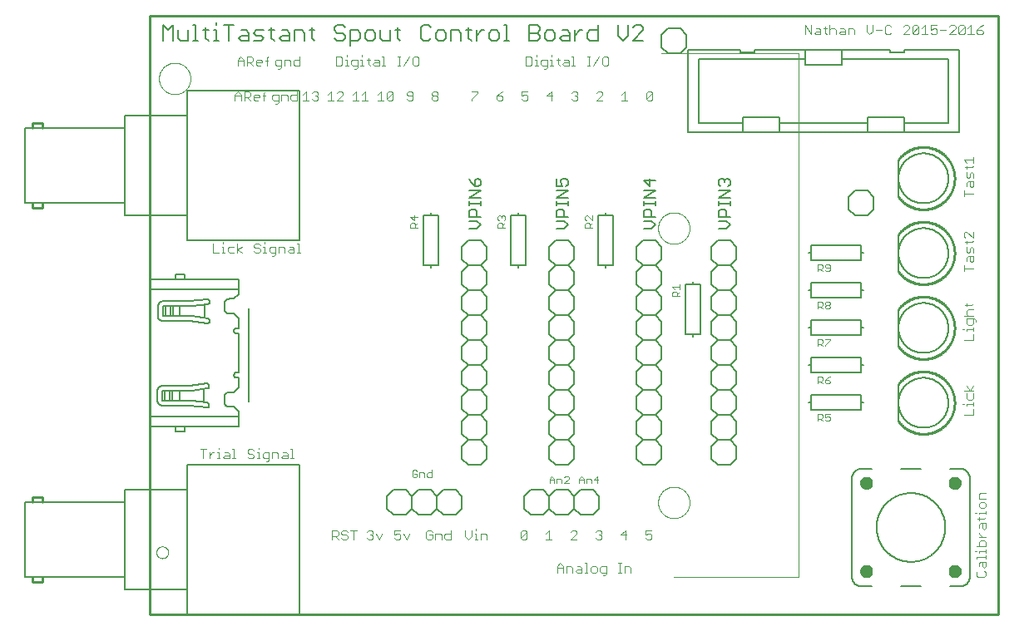
<source format=gto>
G75*
%MOIN*%
%OFA0B0*%
%FSLAX25Y25*%
%IPPOS*%
%LPD*%
%AMOC8*
5,1,8,0,0,1.08239X$1,22.5*
%
%ADD10C,0.00000*%
%ADD11C,0.00300*%
%ADD12C,0.01000*%
%ADD13C,0.00500*%
%ADD14C,0.00600*%
%ADD15C,0.00800*%
%ADD16C,0.02756*%
D10*
X0079638Y0026500D02*
X0079640Y0026597D01*
X0079646Y0026694D01*
X0079656Y0026790D01*
X0079670Y0026886D01*
X0079688Y0026982D01*
X0079709Y0027076D01*
X0079735Y0027170D01*
X0079764Y0027262D01*
X0079798Y0027353D01*
X0079834Y0027443D01*
X0079875Y0027531D01*
X0079919Y0027617D01*
X0079967Y0027702D01*
X0080018Y0027784D01*
X0080072Y0027865D01*
X0080130Y0027943D01*
X0080191Y0028018D01*
X0080254Y0028091D01*
X0080321Y0028162D01*
X0080391Y0028229D01*
X0080463Y0028294D01*
X0080538Y0028355D01*
X0080616Y0028414D01*
X0080695Y0028469D01*
X0080777Y0028521D01*
X0080861Y0028569D01*
X0080947Y0028614D01*
X0081035Y0028656D01*
X0081124Y0028694D01*
X0081215Y0028728D01*
X0081307Y0028758D01*
X0081400Y0028785D01*
X0081495Y0028807D01*
X0081590Y0028826D01*
X0081686Y0028841D01*
X0081782Y0028852D01*
X0081879Y0028859D01*
X0081976Y0028862D01*
X0082073Y0028861D01*
X0082170Y0028856D01*
X0082266Y0028847D01*
X0082362Y0028834D01*
X0082458Y0028817D01*
X0082553Y0028796D01*
X0082646Y0028772D01*
X0082739Y0028743D01*
X0082831Y0028711D01*
X0082921Y0028675D01*
X0083009Y0028636D01*
X0083096Y0028592D01*
X0083181Y0028546D01*
X0083264Y0028495D01*
X0083345Y0028442D01*
X0083423Y0028385D01*
X0083500Y0028325D01*
X0083573Y0028262D01*
X0083644Y0028196D01*
X0083712Y0028127D01*
X0083778Y0028055D01*
X0083840Y0027981D01*
X0083899Y0027904D01*
X0083955Y0027825D01*
X0084008Y0027743D01*
X0084058Y0027660D01*
X0084103Y0027574D01*
X0084146Y0027487D01*
X0084185Y0027398D01*
X0084220Y0027308D01*
X0084251Y0027216D01*
X0084278Y0027123D01*
X0084302Y0027029D01*
X0084322Y0026934D01*
X0084338Y0026838D01*
X0084350Y0026742D01*
X0084358Y0026645D01*
X0084362Y0026548D01*
X0084362Y0026452D01*
X0084358Y0026355D01*
X0084350Y0026258D01*
X0084338Y0026162D01*
X0084322Y0026066D01*
X0084302Y0025971D01*
X0084278Y0025877D01*
X0084251Y0025784D01*
X0084220Y0025692D01*
X0084185Y0025602D01*
X0084146Y0025513D01*
X0084103Y0025426D01*
X0084058Y0025340D01*
X0084008Y0025257D01*
X0083955Y0025175D01*
X0083899Y0025096D01*
X0083840Y0025019D01*
X0083778Y0024945D01*
X0083712Y0024873D01*
X0083644Y0024804D01*
X0083573Y0024738D01*
X0083500Y0024675D01*
X0083423Y0024615D01*
X0083345Y0024558D01*
X0083264Y0024505D01*
X0083181Y0024454D01*
X0083096Y0024408D01*
X0083009Y0024364D01*
X0082921Y0024325D01*
X0082831Y0024289D01*
X0082739Y0024257D01*
X0082646Y0024228D01*
X0082553Y0024204D01*
X0082458Y0024183D01*
X0082362Y0024166D01*
X0082266Y0024153D01*
X0082170Y0024144D01*
X0082073Y0024139D01*
X0081976Y0024138D01*
X0081879Y0024141D01*
X0081782Y0024148D01*
X0081686Y0024159D01*
X0081590Y0024174D01*
X0081495Y0024193D01*
X0081400Y0024215D01*
X0081307Y0024242D01*
X0081215Y0024272D01*
X0081124Y0024306D01*
X0081035Y0024344D01*
X0080947Y0024386D01*
X0080861Y0024431D01*
X0080777Y0024479D01*
X0080695Y0024531D01*
X0080616Y0024586D01*
X0080538Y0024645D01*
X0080463Y0024706D01*
X0080391Y0024771D01*
X0080321Y0024838D01*
X0080254Y0024909D01*
X0080191Y0024982D01*
X0080130Y0025057D01*
X0080072Y0025135D01*
X0080018Y0025216D01*
X0079967Y0025298D01*
X0079919Y0025383D01*
X0079875Y0025469D01*
X0079834Y0025557D01*
X0079798Y0025647D01*
X0079764Y0025738D01*
X0079735Y0025830D01*
X0079709Y0025924D01*
X0079688Y0026018D01*
X0079670Y0026114D01*
X0079656Y0026210D01*
X0079646Y0026306D01*
X0079640Y0026403D01*
X0079638Y0026500D01*
X0287000Y0016500D02*
X0337000Y0016500D01*
X0337000Y0226500D01*
X0282000Y0226500D01*
X0280701Y0156500D02*
X0280703Y0156658D01*
X0280709Y0156816D01*
X0280719Y0156974D01*
X0280733Y0157132D01*
X0280751Y0157289D01*
X0280772Y0157446D01*
X0280798Y0157602D01*
X0280828Y0157758D01*
X0280861Y0157913D01*
X0280899Y0158066D01*
X0280940Y0158219D01*
X0280985Y0158371D01*
X0281034Y0158522D01*
X0281087Y0158671D01*
X0281143Y0158819D01*
X0281203Y0158965D01*
X0281267Y0159110D01*
X0281335Y0159253D01*
X0281406Y0159395D01*
X0281480Y0159535D01*
X0281558Y0159672D01*
X0281640Y0159808D01*
X0281724Y0159942D01*
X0281813Y0160073D01*
X0281904Y0160202D01*
X0281999Y0160329D01*
X0282096Y0160454D01*
X0282197Y0160576D01*
X0282301Y0160695D01*
X0282408Y0160812D01*
X0282518Y0160926D01*
X0282631Y0161037D01*
X0282746Y0161146D01*
X0282864Y0161251D01*
X0282985Y0161353D01*
X0283108Y0161453D01*
X0283234Y0161549D01*
X0283362Y0161642D01*
X0283492Y0161732D01*
X0283625Y0161818D01*
X0283760Y0161902D01*
X0283896Y0161981D01*
X0284035Y0162058D01*
X0284176Y0162130D01*
X0284318Y0162200D01*
X0284462Y0162265D01*
X0284608Y0162327D01*
X0284755Y0162385D01*
X0284904Y0162440D01*
X0285054Y0162491D01*
X0285205Y0162538D01*
X0285357Y0162581D01*
X0285510Y0162620D01*
X0285665Y0162656D01*
X0285820Y0162687D01*
X0285976Y0162715D01*
X0286132Y0162739D01*
X0286289Y0162759D01*
X0286447Y0162775D01*
X0286604Y0162787D01*
X0286763Y0162795D01*
X0286921Y0162799D01*
X0287079Y0162799D01*
X0287237Y0162795D01*
X0287396Y0162787D01*
X0287553Y0162775D01*
X0287711Y0162759D01*
X0287868Y0162739D01*
X0288024Y0162715D01*
X0288180Y0162687D01*
X0288335Y0162656D01*
X0288490Y0162620D01*
X0288643Y0162581D01*
X0288795Y0162538D01*
X0288946Y0162491D01*
X0289096Y0162440D01*
X0289245Y0162385D01*
X0289392Y0162327D01*
X0289538Y0162265D01*
X0289682Y0162200D01*
X0289824Y0162130D01*
X0289965Y0162058D01*
X0290104Y0161981D01*
X0290240Y0161902D01*
X0290375Y0161818D01*
X0290508Y0161732D01*
X0290638Y0161642D01*
X0290766Y0161549D01*
X0290892Y0161453D01*
X0291015Y0161353D01*
X0291136Y0161251D01*
X0291254Y0161146D01*
X0291369Y0161037D01*
X0291482Y0160926D01*
X0291592Y0160812D01*
X0291699Y0160695D01*
X0291803Y0160576D01*
X0291904Y0160454D01*
X0292001Y0160329D01*
X0292096Y0160202D01*
X0292187Y0160073D01*
X0292276Y0159942D01*
X0292360Y0159808D01*
X0292442Y0159672D01*
X0292520Y0159535D01*
X0292594Y0159395D01*
X0292665Y0159253D01*
X0292733Y0159110D01*
X0292797Y0158965D01*
X0292857Y0158819D01*
X0292913Y0158671D01*
X0292966Y0158522D01*
X0293015Y0158371D01*
X0293060Y0158219D01*
X0293101Y0158066D01*
X0293139Y0157913D01*
X0293172Y0157758D01*
X0293202Y0157602D01*
X0293228Y0157446D01*
X0293249Y0157289D01*
X0293267Y0157132D01*
X0293281Y0156974D01*
X0293291Y0156816D01*
X0293297Y0156658D01*
X0293299Y0156500D01*
X0293297Y0156342D01*
X0293291Y0156184D01*
X0293281Y0156026D01*
X0293267Y0155868D01*
X0293249Y0155711D01*
X0293228Y0155554D01*
X0293202Y0155398D01*
X0293172Y0155242D01*
X0293139Y0155087D01*
X0293101Y0154934D01*
X0293060Y0154781D01*
X0293015Y0154629D01*
X0292966Y0154478D01*
X0292913Y0154329D01*
X0292857Y0154181D01*
X0292797Y0154035D01*
X0292733Y0153890D01*
X0292665Y0153747D01*
X0292594Y0153605D01*
X0292520Y0153465D01*
X0292442Y0153328D01*
X0292360Y0153192D01*
X0292276Y0153058D01*
X0292187Y0152927D01*
X0292096Y0152798D01*
X0292001Y0152671D01*
X0291904Y0152546D01*
X0291803Y0152424D01*
X0291699Y0152305D01*
X0291592Y0152188D01*
X0291482Y0152074D01*
X0291369Y0151963D01*
X0291254Y0151854D01*
X0291136Y0151749D01*
X0291015Y0151647D01*
X0290892Y0151547D01*
X0290766Y0151451D01*
X0290638Y0151358D01*
X0290508Y0151268D01*
X0290375Y0151182D01*
X0290240Y0151098D01*
X0290104Y0151019D01*
X0289965Y0150942D01*
X0289824Y0150870D01*
X0289682Y0150800D01*
X0289538Y0150735D01*
X0289392Y0150673D01*
X0289245Y0150615D01*
X0289096Y0150560D01*
X0288946Y0150509D01*
X0288795Y0150462D01*
X0288643Y0150419D01*
X0288490Y0150380D01*
X0288335Y0150344D01*
X0288180Y0150313D01*
X0288024Y0150285D01*
X0287868Y0150261D01*
X0287711Y0150241D01*
X0287553Y0150225D01*
X0287396Y0150213D01*
X0287237Y0150205D01*
X0287079Y0150201D01*
X0286921Y0150201D01*
X0286763Y0150205D01*
X0286604Y0150213D01*
X0286447Y0150225D01*
X0286289Y0150241D01*
X0286132Y0150261D01*
X0285976Y0150285D01*
X0285820Y0150313D01*
X0285665Y0150344D01*
X0285510Y0150380D01*
X0285357Y0150419D01*
X0285205Y0150462D01*
X0285054Y0150509D01*
X0284904Y0150560D01*
X0284755Y0150615D01*
X0284608Y0150673D01*
X0284462Y0150735D01*
X0284318Y0150800D01*
X0284176Y0150870D01*
X0284035Y0150942D01*
X0283896Y0151019D01*
X0283760Y0151098D01*
X0283625Y0151182D01*
X0283492Y0151268D01*
X0283362Y0151358D01*
X0283234Y0151451D01*
X0283108Y0151547D01*
X0282985Y0151647D01*
X0282864Y0151749D01*
X0282746Y0151854D01*
X0282631Y0151963D01*
X0282518Y0152074D01*
X0282408Y0152188D01*
X0282301Y0152305D01*
X0282197Y0152424D01*
X0282096Y0152546D01*
X0281999Y0152671D01*
X0281904Y0152798D01*
X0281813Y0152927D01*
X0281724Y0153058D01*
X0281640Y0153192D01*
X0281558Y0153328D01*
X0281480Y0153465D01*
X0281406Y0153605D01*
X0281335Y0153747D01*
X0281267Y0153890D01*
X0281203Y0154035D01*
X0281143Y0154181D01*
X0281087Y0154329D01*
X0281034Y0154478D01*
X0280985Y0154629D01*
X0280940Y0154781D01*
X0280899Y0154934D01*
X0280861Y0155087D01*
X0280828Y0155242D01*
X0280798Y0155398D01*
X0280772Y0155554D01*
X0280751Y0155711D01*
X0280733Y0155868D01*
X0280719Y0156026D01*
X0280709Y0156184D01*
X0280703Y0156342D01*
X0280701Y0156500D01*
X0280701Y0046500D02*
X0280703Y0046658D01*
X0280709Y0046816D01*
X0280719Y0046974D01*
X0280733Y0047132D01*
X0280751Y0047289D01*
X0280772Y0047446D01*
X0280798Y0047602D01*
X0280828Y0047758D01*
X0280861Y0047913D01*
X0280899Y0048066D01*
X0280940Y0048219D01*
X0280985Y0048371D01*
X0281034Y0048522D01*
X0281087Y0048671D01*
X0281143Y0048819D01*
X0281203Y0048965D01*
X0281267Y0049110D01*
X0281335Y0049253D01*
X0281406Y0049395D01*
X0281480Y0049535D01*
X0281558Y0049672D01*
X0281640Y0049808D01*
X0281724Y0049942D01*
X0281813Y0050073D01*
X0281904Y0050202D01*
X0281999Y0050329D01*
X0282096Y0050454D01*
X0282197Y0050576D01*
X0282301Y0050695D01*
X0282408Y0050812D01*
X0282518Y0050926D01*
X0282631Y0051037D01*
X0282746Y0051146D01*
X0282864Y0051251D01*
X0282985Y0051353D01*
X0283108Y0051453D01*
X0283234Y0051549D01*
X0283362Y0051642D01*
X0283492Y0051732D01*
X0283625Y0051818D01*
X0283760Y0051902D01*
X0283896Y0051981D01*
X0284035Y0052058D01*
X0284176Y0052130D01*
X0284318Y0052200D01*
X0284462Y0052265D01*
X0284608Y0052327D01*
X0284755Y0052385D01*
X0284904Y0052440D01*
X0285054Y0052491D01*
X0285205Y0052538D01*
X0285357Y0052581D01*
X0285510Y0052620D01*
X0285665Y0052656D01*
X0285820Y0052687D01*
X0285976Y0052715D01*
X0286132Y0052739D01*
X0286289Y0052759D01*
X0286447Y0052775D01*
X0286604Y0052787D01*
X0286763Y0052795D01*
X0286921Y0052799D01*
X0287079Y0052799D01*
X0287237Y0052795D01*
X0287396Y0052787D01*
X0287553Y0052775D01*
X0287711Y0052759D01*
X0287868Y0052739D01*
X0288024Y0052715D01*
X0288180Y0052687D01*
X0288335Y0052656D01*
X0288490Y0052620D01*
X0288643Y0052581D01*
X0288795Y0052538D01*
X0288946Y0052491D01*
X0289096Y0052440D01*
X0289245Y0052385D01*
X0289392Y0052327D01*
X0289538Y0052265D01*
X0289682Y0052200D01*
X0289824Y0052130D01*
X0289965Y0052058D01*
X0290104Y0051981D01*
X0290240Y0051902D01*
X0290375Y0051818D01*
X0290508Y0051732D01*
X0290638Y0051642D01*
X0290766Y0051549D01*
X0290892Y0051453D01*
X0291015Y0051353D01*
X0291136Y0051251D01*
X0291254Y0051146D01*
X0291369Y0051037D01*
X0291482Y0050926D01*
X0291592Y0050812D01*
X0291699Y0050695D01*
X0291803Y0050576D01*
X0291904Y0050454D01*
X0292001Y0050329D01*
X0292096Y0050202D01*
X0292187Y0050073D01*
X0292276Y0049942D01*
X0292360Y0049808D01*
X0292442Y0049672D01*
X0292520Y0049535D01*
X0292594Y0049395D01*
X0292665Y0049253D01*
X0292733Y0049110D01*
X0292797Y0048965D01*
X0292857Y0048819D01*
X0292913Y0048671D01*
X0292966Y0048522D01*
X0293015Y0048371D01*
X0293060Y0048219D01*
X0293101Y0048066D01*
X0293139Y0047913D01*
X0293172Y0047758D01*
X0293202Y0047602D01*
X0293228Y0047446D01*
X0293249Y0047289D01*
X0293267Y0047132D01*
X0293281Y0046974D01*
X0293291Y0046816D01*
X0293297Y0046658D01*
X0293299Y0046500D01*
X0293297Y0046342D01*
X0293291Y0046184D01*
X0293281Y0046026D01*
X0293267Y0045868D01*
X0293249Y0045711D01*
X0293228Y0045554D01*
X0293202Y0045398D01*
X0293172Y0045242D01*
X0293139Y0045087D01*
X0293101Y0044934D01*
X0293060Y0044781D01*
X0293015Y0044629D01*
X0292966Y0044478D01*
X0292913Y0044329D01*
X0292857Y0044181D01*
X0292797Y0044035D01*
X0292733Y0043890D01*
X0292665Y0043747D01*
X0292594Y0043605D01*
X0292520Y0043465D01*
X0292442Y0043328D01*
X0292360Y0043192D01*
X0292276Y0043058D01*
X0292187Y0042927D01*
X0292096Y0042798D01*
X0292001Y0042671D01*
X0291904Y0042546D01*
X0291803Y0042424D01*
X0291699Y0042305D01*
X0291592Y0042188D01*
X0291482Y0042074D01*
X0291369Y0041963D01*
X0291254Y0041854D01*
X0291136Y0041749D01*
X0291015Y0041647D01*
X0290892Y0041547D01*
X0290766Y0041451D01*
X0290638Y0041358D01*
X0290508Y0041268D01*
X0290375Y0041182D01*
X0290240Y0041098D01*
X0290104Y0041019D01*
X0289965Y0040942D01*
X0289824Y0040870D01*
X0289682Y0040800D01*
X0289538Y0040735D01*
X0289392Y0040673D01*
X0289245Y0040615D01*
X0289096Y0040560D01*
X0288946Y0040509D01*
X0288795Y0040462D01*
X0288643Y0040419D01*
X0288490Y0040380D01*
X0288335Y0040344D01*
X0288180Y0040313D01*
X0288024Y0040285D01*
X0287868Y0040261D01*
X0287711Y0040241D01*
X0287553Y0040225D01*
X0287396Y0040213D01*
X0287237Y0040205D01*
X0287079Y0040201D01*
X0286921Y0040201D01*
X0286763Y0040205D01*
X0286604Y0040213D01*
X0286447Y0040225D01*
X0286289Y0040241D01*
X0286132Y0040261D01*
X0285976Y0040285D01*
X0285820Y0040313D01*
X0285665Y0040344D01*
X0285510Y0040380D01*
X0285357Y0040419D01*
X0285205Y0040462D01*
X0285054Y0040509D01*
X0284904Y0040560D01*
X0284755Y0040615D01*
X0284608Y0040673D01*
X0284462Y0040735D01*
X0284318Y0040800D01*
X0284176Y0040870D01*
X0284035Y0040942D01*
X0283896Y0041019D01*
X0283760Y0041098D01*
X0283625Y0041182D01*
X0283492Y0041268D01*
X0283362Y0041358D01*
X0283234Y0041451D01*
X0283108Y0041547D01*
X0282985Y0041647D01*
X0282864Y0041749D01*
X0282746Y0041854D01*
X0282631Y0041963D01*
X0282518Y0042074D01*
X0282408Y0042188D01*
X0282301Y0042305D01*
X0282197Y0042424D01*
X0282096Y0042546D01*
X0281999Y0042671D01*
X0281904Y0042798D01*
X0281813Y0042927D01*
X0281724Y0043058D01*
X0281640Y0043192D01*
X0281558Y0043328D01*
X0281480Y0043465D01*
X0281406Y0043605D01*
X0281335Y0043747D01*
X0281267Y0043890D01*
X0281203Y0044035D01*
X0281143Y0044181D01*
X0281087Y0044329D01*
X0281034Y0044478D01*
X0280985Y0044629D01*
X0280940Y0044781D01*
X0280899Y0044934D01*
X0280861Y0045087D01*
X0280828Y0045242D01*
X0280798Y0045398D01*
X0280772Y0045554D01*
X0280751Y0045711D01*
X0280733Y0045868D01*
X0280719Y0046026D01*
X0280709Y0046184D01*
X0280703Y0046342D01*
X0280701Y0046500D01*
X0080701Y0216500D02*
X0080703Y0216658D01*
X0080709Y0216816D01*
X0080719Y0216974D01*
X0080733Y0217132D01*
X0080751Y0217289D01*
X0080772Y0217446D01*
X0080798Y0217602D01*
X0080828Y0217758D01*
X0080861Y0217913D01*
X0080899Y0218066D01*
X0080940Y0218219D01*
X0080985Y0218371D01*
X0081034Y0218522D01*
X0081087Y0218671D01*
X0081143Y0218819D01*
X0081203Y0218965D01*
X0081267Y0219110D01*
X0081335Y0219253D01*
X0081406Y0219395D01*
X0081480Y0219535D01*
X0081558Y0219672D01*
X0081640Y0219808D01*
X0081724Y0219942D01*
X0081813Y0220073D01*
X0081904Y0220202D01*
X0081999Y0220329D01*
X0082096Y0220454D01*
X0082197Y0220576D01*
X0082301Y0220695D01*
X0082408Y0220812D01*
X0082518Y0220926D01*
X0082631Y0221037D01*
X0082746Y0221146D01*
X0082864Y0221251D01*
X0082985Y0221353D01*
X0083108Y0221453D01*
X0083234Y0221549D01*
X0083362Y0221642D01*
X0083492Y0221732D01*
X0083625Y0221818D01*
X0083760Y0221902D01*
X0083896Y0221981D01*
X0084035Y0222058D01*
X0084176Y0222130D01*
X0084318Y0222200D01*
X0084462Y0222265D01*
X0084608Y0222327D01*
X0084755Y0222385D01*
X0084904Y0222440D01*
X0085054Y0222491D01*
X0085205Y0222538D01*
X0085357Y0222581D01*
X0085510Y0222620D01*
X0085665Y0222656D01*
X0085820Y0222687D01*
X0085976Y0222715D01*
X0086132Y0222739D01*
X0086289Y0222759D01*
X0086447Y0222775D01*
X0086604Y0222787D01*
X0086763Y0222795D01*
X0086921Y0222799D01*
X0087079Y0222799D01*
X0087237Y0222795D01*
X0087396Y0222787D01*
X0087553Y0222775D01*
X0087711Y0222759D01*
X0087868Y0222739D01*
X0088024Y0222715D01*
X0088180Y0222687D01*
X0088335Y0222656D01*
X0088490Y0222620D01*
X0088643Y0222581D01*
X0088795Y0222538D01*
X0088946Y0222491D01*
X0089096Y0222440D01*
X0089245Y0222385D01*
X0089392Y0222327D01*
X0089538Y0222265D01*
X0089682Y0222200D01*
X0089824Y0222130D01*
X0089965Y0222058D01*
X0090104Y0221981D01*
X0090240Y0221902D01*
X0090375Y0221818D01*
X0090508Y0221732D01*
X0090638Y0221642D01*
X0090766Y0221549D01*
X0090892Y0221453D01*
X0091015Y0221353D01*
X0091136Y0221251D01*
X0091254Y0221146D01*
X0091369Y0221037D01*
X0091482Y0220926D01*
X0091592Y0220812D01*
X0091699Y0220695D01*
X0091803Y0220576D01*
X0091904Y0220454D01*
X0092001Y0220329D01*
X0092096Y0220202D01*
X0092187Y0220073D01*
X0092276Y0219942D01*
X0092360Y0219808D01*
X0092442Y0219672D01*
X0092520Y0219535D01*
X0092594Y0219395D01*
X0092665Y0219253D01*
X0092733Y0219110D01*
X0092797Y0218965D01*
X0092857Y0218819D01*
X0092913Y0218671D01*
X0092966Y0218522D01*
X0093015Y0218371D01*
X0093060Y0218219D01*
X0093101Y0218066D01*
X0093139Y0217913D01*
X0093172Y0217758D01*
X0093202Y0217602D01*
X0093228Y0217446D01*
X0093249Y0217289D01*
X0093267Y0217132D01*
X0093281Y0216974D01*
X0093291Y0216816D01*
X0093297Y0216658D01*
X0093299Y0216500D01*
X0093297Y0216342D01*
X0093291Y0216184D01*
X0093281Y0216026D01*
X0093267Y0215868D01*
X0093249Y0215711D01*
X0093228Y0215554D01*
X0093202Y0215398D01*
X0093172Y0215242D01*
X0093139Y0215087D01*
X0093101Y0214934D01*
X0093060Y0214781D01*
X0093015Y0214629D01*
X0092966Y0214478D01*
X0092913Y0214329D01*
X0092857Y0214181D01*
X0092797Y0214035D01*
X0092733Y0213890D01*
X0092665Y0213747D01*
X0092594Y0213605D01*
X0092520Y0213465D01*
X0092442Y0213328D01*
X0092360Y0213192D01*
X0092276Y0213058D01*
X0092187Y0212927D01*
X0092096Y0212798D01*
X0092001Y0212671D01*
X0091904Y0212546D01*
X0091803Y0212424D01*
X0091699Y0212305D01*
X0091592Y0212188D01*
X0091482Y0212074D01*
X0091369Y0211963D01*
X0091254Y0211854D01*
X0091136Y0211749D01*
X0091015Y0211647D01*
X0090892Y0211547D01*
X0090766Y0211451D01*
X0090638Y0211358D01*
X0090508Y0211268D01*
X0090375Y0211182D01*
X0090240Y0211098D01*
X0090104Y0211019D01*
X0089965Y0210942D01*
X0089824Y0210870D01*
X0089682Y0210800D01*
X0089538Y0210735D01*
X0089392Y0210673D01*
X0089245Y0210615D01*
X0089096Y0210560D01*
X0088946Y0210509D01*
X0088795Y0210462D01*
X0088643Y0210419D01*
X0088490Y0210380D01*
X0088335Y0210344D01*
X0088180Y0210313D01*
X0088024Y0210285D01*
X0087868Y0210261D01*
X0087711Y0210241D01*
X0087553Y0210225D01*
X0087396Y0210213D01*
X0087237Y0210205D01*
X0087079Y0210201D01*
X0086921Y0210201D01*
X0086763Y0210205D01*
X0086604Y0210213D01*
X0086447Y0210225D01*
X0086289Y0210241D01*
X0086132Y0210261D01*
X0085976Y0210285D01*
X0085820Y0210313D01*
X0085665Y0210344D01*
X0085510Y0210380D01*
X0085357Y0210419D01*
X0085205Y0210462D01*
X0085054Y0210509D01*
X0084904Y0210560D01*
X0084755Y0210615D01*
X0084608Y0210673D01*
X0084462Y0210735D01*
X0084318Y0210800D01*
X0084176Y0210870D01*
X0084035Y0210942D01*
X0083896Y0211019D01*
X0083760Y0211098D01*
X0083625Y0211182D01*
X0083492Y0211268D01*
X0083362Y0211358D01*
X0083234Y0211451D01*
X0083108Y0211547D01*
X0082985Y0211647D01*
X0082864Y0211749D01*
X0082746Y0211854D01*
X0082631Y0211963D01*
X0082518Y0212074D01*
X0082408Y0212188D01*
X0082301Y0212305D01*
X0082197Y0212424D01*
X0082096Y0212546D01*
X0081999Y0212671D01*
X0081904Y0212798D01*
X0081813Y0212927D01*
X0081724Y0213058D01*
X0081640Y0213192D01*
X0081558Y0213328D01*
X0081480Y0213465D01*
X0081406Y0213605D01*
X0081335Y0213747D01*
X0081267Y0213890D01*
X0081203Y0214035D01*
X0081143Y0214181D01*
X0081087Y0214329D01*
X0081034Y0214478D01*
X0080985Y0214629D01*
X0080940Y0214781D01*
X0080899Y0214934D01*
X0080861Y0215087D01*
X0080828Y0215242D01*
X0080798Y0215398D01*
X0080772Y0215554D01*
X0080751Y0215711D01*
X0080733Y0215868D01*
X0080719Y0216026D01*
X0080709Y0216184D01*
X0080703Y0216342D01*
X0080701Y0216500D01*
D11*
X0111145Y0210119D02*
X0111145Y0207650D01*
X0111145Y0209502D02*
X0113614Y0209502D01*
X0113614Y0210119D02*
X0113614Y0207650D01*
X0114828Y0207650D02*
X0114828Y0211353D01*
X0116680Y0211353D01*
X0117297Y0210736D01*
X0117297Y0209502D01*
X0116680Y0208884D01*
X0114828Y0208884D01*
X0116063Y0208884D02*
X0117297Y0207650D01*
X0118511Y0208267D02*
X0118511Y0209502D01*
X0119129Y0210119D01*
X0120363Y0210119D01*
X0120980Y0209502D01*
X0120980Y0208884D01*
X0118511Y0208884D01*
X0118511Y0208267D02*
X0119129Y0207650D01*
X0120363Y0207650D01*
X0122812Y0207650D02*
X0122812Y0210736D01*
X0123429Y0211353D01*
X0123429Y0209502D02*
X0122195Y0209502D01*
X0126101Y0209502D02*
X0126101Y0208267D01*
X0126718Y0207650D01*
X0128569Y0207650D01*
X0128569Y0207033D02*
X0128569Y0210119D01*
X0126718Y0210119D01*
X0126101Y0209502D01*
X0128569Y0207033D02*
X0127952Y0206416D01*
X0127335Y0206416D01*
X0129784Y0207650D02*
X0129784Y0210119D01*
X0131635Y0210119D01*
X0132252Y0209502D01*
X0132252Y0207650D01*
X0133467Y0208267D02*
X0133467Y0209502D01*
X0134084Y0210119D01*
X0135936Y0210119D01*
X0135936Y0211353D02*
X0135936Y0207650D01*
X0134084Y0207650D01*
X0133467Y0208267D01*
X0138284Y0207650D02*
X0140752Y0207650D01*
X0139518Y0207650D02*
X0139518Y0211353D01*
X0138284Y0210119D01*
X0141967Y0210736D02*
X0142584Y0211353D01*
X0143818Y0211353D01*
X0144436Y0210736D01*
X0144436Y0210119D01*
X0143818Y0209502D01*
X0144436Y0208884D01*
X0144436Y0208267D01*
X0143818Y0207650D01*
X0142584Y0207650D01*
X0141967Y0208267D01*
X0143201Y0209502D02*
X0143818Y0209502D01*
X0148284Y0210119D02*
X0149518Y0211353D01*
X0149518Y0207650D01*
X0148284Y0207650D02*
X0150752Y0207650D01*
X0151967Y0207650D02*
X0154436Y0210119D01*
X0154436Y0210736D01*
X0153818Y0211353D01*
X0152584Y0211353D01*
X0151967Y0210736D01*
X0151967Y0207650D02*
X0154436Y0207650D01*
X0158284Y0207650D02*
X0160752Y0207650D01*
X0161967Y0207650D02*
X0164436Y0207650D01*
X0163201Y0207650D02*
X0163201Y0211353D01*
X0161967Y0210119D01*
X0159518Y0211353D02*
X0159518Y0207650D01*
X0158284Y0210119D02*
X0159518Y0211353D01*
X0168284Y0210119D02*
X0169518Y0211353D01*
X0169518Y0207650D01*
X0168284Y0207650D02*
X0170752Y0207650D01*
X0171967Y0208267D02*
X0174436Y0210736D01*
X0174436Y0208267D01*
X0173818Y0207650D01*
X0172584Y0207650D01*
X0171967Y0208267D01*
X0171967Y0210736D01*
X0172584Y0211353D01*
X0173818Y0211353D01*
X0174436Y0210736D01*
X0179967Y0210736D02*
X0179967Y0210119D01*
X0180584Y0209502D01*
X0182436Y0209502D01*
X0182436Y0210736D02*
X0181818Y0211353D01*
X0180584Y0211353D01*
X0179967Y0210736D01*
X0182436Y0210736D02*
X0182436Y0208267D01*
X0181818Y0207650D01*
X0180584Y0207650D01*
X0179967Y0208267D01*
X0189967Y0208267D02*
X0189967Y0208884D01*
X0190584Y0209502D01*
X0191818Y0209502D01*
X0192436Y0208884D01*
X0192436Y0208267D01*
X0191818Y0207650D01*
X0190584Y0207650D01*
X0189967Y0208267D01*
X0190584Y0209502D02*
X0189967Y0210119D01*
X0189967Y0210736D01*
X0190584Y0211353D01*
X0191818Y0211353D01*
X0192436Y0210736D01*
X0192436Y0210119D01*
X0191818Y0209502D01*
X0205967Y0208267D02*
X0205967Y0207650D01*
X0205967Y0208267D02*
X0208436Y0210736D01*
X0208436Y0211353D01*
X0205967Y0211353D01*
X0215967Y0209502D02*
X0215967Y0208267D01*
X0216584Y0207650D01*
X0217818Y0207650D01*
X0218436Y0208267D01*
X0218436Y0208884D01*
X0217818Y0209502D01*
X0215967Y0209502D01*
X0217201Y0210736D01*
X0218436Y0211353D01*
X0225967Y0211353D02*
X0225967Y0209502D01*
X0227201Y0210119D01*
X0227818Y0210119D01*
X0228436Y0209502D01*
X0228436Y0208267D01*
X0227818Y0207650D01*
X0226584Y0207650D01*
X0225967Y0208267D01*
X0225967Y0211353D02*
X0228436Y0211353D01*
X0235967Y0209502D02*
X0238436Y0209502D01*
X0237818Y0211353D02*
X0235967Y0209502D01*
X0237818Y0211353D02*
X0237818Y0207650D01*
X0245967Y0208267D02*
X0246584Y0207650D01*
X0247818Y0207650D01*
X0248436Y0208267D01*
X0248436Y0208884D01*
X0247818Y0209502D01*
X0247201Y0209502D01*
X0247818Y0209502D02*
X0248436Y0210119D01*
X0248436Y0210736D01*
X0247818Y0211353D01*
X0246584Y0211353D01*
X0245967Y0210736D01*
X0255967Y0210736D02*
X0256584Y0211353D01*
X0257818Y0211353D01*
X0258436Y0210736D01*
X0258436Y0210119D01*
X0255967Y0207650D01*
X0258436Y0207650D01*
X0265967Y0207650D02*
X0268436Y0207650D01*
X0267201Y0207650D02*
X0267201Y0211353D01*
X0265967Y0210119D01*
X0275967Y0210736D02*
X0275967Y0208267D01*
X0278436Y0210736D01*
X0278436Y0208267D01*
X0277818Y0207650D01*
X0276584Y0207650D01*
X0275967Y0208267D01*
X0275967Y0210736D02*
X0276584Y0211353D01*
X0277818Y0211353D01*
X0278436Y0210736D01*
X0260812Y0222267D02*
X0260812Y0224736D01*
X0260194Y0225353D01*
X0258960Y0225353D01*
X0258343Y0224736D01*
X0258343Y0222267D01*
X0258960Y0221650D01*
X0260194Y0221650D01*
X0260812Y0222267D01*
X0257128Y0225353D02*
X0254660Y0221650D01*
X0253439Y0221650D02*
X0252204Y0221650D01*
X0252821Y0221650D02*
X0252821Y0225353D01*
X0252204Y0225353D02*
X0253439Y0225353D01*
X0247300Y0221650D02*
X0246066Y0221650D01*
X0246683Y0221650D02*
X0246683Y0225353D01*
X0246066Y0225353D01*
X0244234Y0224119D02*
X0244851Y0223502D01*
X0244851Y0221650D01*
X0243000Y0221650D01*
X0242383Y0222267D01*
X0243000Y0222884D01*
X0244851Y0222884D01*
X0244234Y0224119D02*
X0243000Y0224119D01*
X0241162Y0224119D02*
X0239927Y0224119D01*
X0240544Y0224736D02*
X0240544Y0222267D01*
X0241162Y0221650D01*
X0238706Y0221650D02*
X0237472Y0221650D01*
X0238089Y0221650D02*
X0238089Y0224119D01*
X0237472Y0224119D01*
X0236257Y0224119D02*
X0234406Y0224119D01*
X0233789Y0223502D01*
X0233789Y0222267D01*
X0234406Y0221650D01*
X0236257Y0221650D01*
X0236257Y0221033D02*
X0236257Y0224119D01*
X0238089Y0225353D02*
X0238089Y0225970D01*
X0231950Y0225970D02*
X0231950Y0225353D01*
X0231950Y0224119D02*
X0231950Y0221650D01*
X0231333Y0221650D02*
X0232568Y0221650D01*
X0230119Y0222267D02*
X0230119Y0224736D01*
X0229502Y0225353D01*
X0227650Y0225353D01*
X0227650Y0221650D01*
X0229502Y0221650D01*
X0230119Y0222267D01*
X0231333Y0224119D02*
X0231950Y0224119D01*
X0235023Y0220416D02*
X0235640Y0220416D01*
X0236257Y0221033D01*
X0184812Y0222267D02*
X0184812Y0224736D01*
X0184194Y0225353D01*
X0182960Y0225353D01*
X0182343Y0224736D01*
X0182343Y0222267D01*
X0182960Y0221650D01*
X0184194Y0221650D01*
X0184812Y0222267D01*
X0181128Y0225353D02*
X0178660Y0221650D01*
X0177439Y0221650D02*
X0176204Y0221650D01*
X0176821Y0221650D02*
X0176821Y0225353D01*
X0176204Y0225353D02*
X0177439Y0225353D01*
X0170683Y0225353D02*
X0170683Y0221650D01*
X0170066Y0221650D02*
X0171300Y0221650D01*
X0168851Y0221650D02*
X0167000Y0221650D01*
X0166383Y0222267D01*
X0167000Y0222884D01*
X0168851Y0222884D01*
X0168851Y0223502D02*
X0168851Y0221650D01*
X0168851Y0223502D02*
X0168234Y0224119D01*
X0167000Y0224119D01*
X0165162Y0224119D02*
X0163927Y0224119D01*
X0164544Y0224736D02*
X0164544Y0222267D01*
X0165162Y0221650D01*
X0162706Y0221650D02*
X0161472Y0221650D01*
X0162089Y0221650D02*
X0162089Y0224119D01*
X0161472Y0224119D01*
X0160257Y0224119D02*
X0158406Y0224119D01*
X0157789Y0223502D01*
X0157789Y0222267D01*
X0158406Y0221650D01*
X0160257Y0221650D01*
X0160257Y0221033D02*
X0160257Y0224119D01*
X0162089Y0225353D02*
X0162089Y0225970D01*
X0155950Y0225970D02*
X0155950Y0225353D01*
X0155950Y0224119D02*
X0155950Y0221650D01*
X0155333Y0221650D02*
X0156568Y0221650D01*
X0154119Y0222267D02*
X0154119Y0224736D01*
X0153502Y0225353D01*
X0151650Y0225353D01*
X0151650Y0221650D01*
X0153502Y0221650D01*
X0154119Y0222267D01*
X0155333Y0224119D02*
X0155950Y0224119D01*
X0159023Y0220416D02*
X0159640Y0220416D01*
X0160257Y0221033D01*
X0170066Y0225353D02*
X0170683Y0225353D01*
X0136985Y0225353D02*
X0136985Y0221650D01*
X0135133Y0221650D01*
X0134516Y0222267D01*
X0134516Y0223502D01*
X0135133Y0224119D01*
X0136985Y0224119D01*
X0133302Y0223502D02*
X0133302Y0221650D01*
X0133302Y0223502D02*
X0132685Y0224119D01*
X0130833Y0224119D01*
X0130833Y0221650D01*
X0129619Y0221650D02*
X0127767Y0221650D01*
X0127150Y0222267D01*
X0127150Y0223502D01*
X0127767Y0224119D01*
X0129619Y0224119D01*
X0129619Y0221033D01*
X0129002Y0220416D01*
X0128384Y0220416D01*
X0123817Y0221650D02*
X0123817Y0224736D01*
X0124434Y0225353D01*
X0124434Y0223502D02*
X0123199Y0223502D01*
X0121985Y0223502D02*
X0121985Y0222884D01*
X0119516Y0222884D01*
X0119516Y0222267D02*
X0119516Y0223502D01*
X0120133Y0224119D01*
X0121368Y0224119D01*
X0121985Y0223502D01*
X0121368Y0221650D02*
X0120133Y0221650D01*
X0119516Y0222267D01*
X0118302Y0221650D02*
X0117068Y0222884D01*
X0117685Y0222884D02*
X0115833Y0222884D01*
X0115833Y0221650D02*
X0115833Y0225353D01*
X0117685Y0225353D01*
X0118302Y0224736D01*
X0118302Y0223502D01*
X0117685Y0222884D01*
X0114619Y0223502D02*
X0112150Y0223502D01*
X0112150Y0224119D02*
X0112150Y0221650D01*
X0112150Y0224119D02*
X0113384Y0225353D01*
X0114619Y0224119D01*
X0114619Y0221650D01*
X0112380Y0211353D02*
X0113614Y0210119D01*
X0112380Y0211353D02*
X0111145Y0210119D01*
X0181448Y0161048D02*
X0182899Y0159597D01*
X0182899Y0161531D01*
X0184350Y0161048D02*
X0181448Y0161048D01*
X0181931Y0158585D02*
X0182899Y0158585D01*
X0183383Y0158101D01*
X0183383Y0156650D01*
X0184350Y0156650D02*
X0181448Y0156650D01*
X0181448Y0158101D01*
X0181931Y0158585D01*
X0183383Y0157617D02*
X0184350Y0158585D01*
X0216448Y0158101D02*
X0216448Y0156650D01*
X0219350Y0156650D01*
X0218383Y0156650D02*
X0218383Y0158101D01*
X0217899Y0158585D01*
X0216931Y0158585D01*
X0216448Y0158101D01*
X0216931Y0159597D02*
X0216448Y0160080D01*
X0216448Y0161048D01*
X0216931Y0161531D01*
X0217415Y0161531D01*
X0217899Y0161048D01*
X0218383Y0161531D01*
X0218866Y0161531D01*
X0219350Y0161048D01*
X0219350Y0160080D01*
X0218866Y0159597D01*
X0219350Y0158585D02*
X0218383Y0157617D01*
X0217899Y0160564D02*
X0217899Y0161048D01*
X0251448Y0161048D02*
X0251448Y0160080D01*
X0251931Y0159597D01*
X0251931Y0158585D02*
X0252899Y0158585D01*
X0253383Y0158101D01*
X0253383Y0156650D01*
X0254350Y0156650D02*
X0251448Y0156650D01*
X0251448Y0158101D01*
X0251931Y0158585D01*
X0253383Y0157617D02*
X0254350Y0158585D01*
X0254350Y0159597D02*
X0252415Y0161531D01*
X0251931Y0161531D01*
X0251448Y0161048D01*
X0254350Y0161531D02*
X0254350Y0159597D01*
X0289350Y0134031D02*
X0289350Y0132097D01*
X0289350Y0133064D02*
X0286448Y0133064D01*
X0287415Y0132097D01*
X0286931Y0131085D02*
X0287899Y0131085D01*
X0288383Y0130601D01*
X0288383Y0129150D01*
X0289350Y0129150D02*
X0286448Y0129150D01*
X0286448Y0130601D01*
X0286931Y0131085D01*
X0288383Y0130117D02*
X0289350Y0131085D01*
X0344650Y0127052D02*
X0344650Y0124150D01*
X0344650Y0125117D02*
X0346101Y0125117D01*
X0346585Y0125601D01*
X0346585Y0126569D01*
X0346101Y0127052D01*
X0344650Y0127052D01*
X0345617Y0125117D02*
X0346585Y0124150D01*
X0347597Y0124634D02*
X0347597Y0125117D01*
X0348080Y0125601D01*
X0349048Y0125601D01*
X0349531Y0125117D01*
X0349531Y0124634D01*
X0349048Y0124150D01*
X0348080Y0124150D01*
X0347597Y0124634D01*
X0348080Y0125601D02*
X0347597Y0126085D01*
X0347597Y0126569D01*
X0348080Y0127052D01*
X0349048Y0127052D01*
X0349531Y0126569D01*
X0349531Y0126085D01*
X0349048Y0125601D01*
X0349531Y0112052D02*
X0349531Y0111569D01*
X0347597Y0109634D01*
X0347597Y0109150D01*
X0346585Y0109150D02*
X0345617Y0110117D01*
X0346101Y0110117D02*
X0344650Y0110117D01*
X0344650Y0109150D02*
X0344650Y0112052D01*
X0346101Y0112052D01*
X0346585Y0111569D01*
X0346585Y0110601D01*
X0346101Y0110117D01*
X0347597Y0112052D02*
X0349531Y0112052D01*
X0349531Y0097052D02*
X0348564Y0096569D01*
X0347597Y0095601D01*
X0349048Y0095601D01*
X0349531Y0095117D01*
X0349531Y0094634D01*
X0349048Y0094150D01*
X0348080Y0094150D01*
X0347597Y0094634D01*
X0347597Y0095601D01*
X0346585Y0095601D02*
X0346101Y0095117D01*
X0344650Y0095117D01*
X0344650Y0094150D02*
X0344650Y0097052D01*
X0346101Y0097052D01*
X0346585Y0096569D01*
X0346585Y0095601D01*
X0345617Y0095117D02*
X0346585Y0094150D01*
X0346101Y0082052D02*
X0346585Y0081569D01*
X0346585Y0080601D01*
X0346101Y0080117D01*
X0344650Y0080117D01*
X0344650Y0079150D02*
X0344650Y0082052D01*
X0346101Y0082052D01*
X0347597Y0082052D02*
X0347597Y0080601D01*
X0348564Y0081085D01*
X0349048Y0081085D01*
X0349531Y0080601D01*
X0349531Y0079634D01*
X0349048Y0079150D01*
X0348080Y0079150D01*
X0347597Y0079634D01*
X0346585Y0079150D02*
X0345617Y0080117D01*
X0347597Y0082052D02*
X0349531Y0082052D01*
X0402530Y0085950D02*
X0403147Y0085950D01*
X0404381Y0085950D02*
X0406850Y0085950D01*
X0406850Y0085333D02*
X0406850Y0086568D01*
X0406233Y0087789D02*
X0404998Y0087789D01*
X0404381Y0088406D01*
X0404381Y0090257D01*
X0403147Y0091472D02*
X0406850Y0091472D01*
X0406850Y0090257D02*
X0406850Y0088406D01*
X0406233Y0087789D01*
X0404381Y0085950D02*
X0404381Y0085333D01*
X0406850Y0084119D02*
X0406850Y0081650D01*
X0403147Y0081650D01*
X0405616Y0091472D02*
X0404381Y0093323D01*
X0405616Y0091472D02*
X0406850Y0093323D01*
X0406850Y0111650D02*
X0403147Y0111650D01*
X0406850Y0111650D02*
X0406850Y0114119D01*
X0406850Y0115333D02*
X0406850Y0116568D01*
X0406850Y0115950D02*
X0404381Y0115950D01*
X0404381Y0115333D01*
X0403147Y0115950D02*
X0402530Y0115950D01*
X0404381Y0118406D02*
X0404998Y0117789D01*
X0406233Y0117789D01*
X0406850Y0118406D01*
X0406850Y0120257D01*
X0407467Y0120257D02*
X0404381Y0120257D01*
X0404381Y0118406D01*
X0404998Y0121472D02*
X0404381Y0122089D01*
X0404381Y0123323D01*
X0404998Y0123940D01*
X0406850Y0123940D01*
X0406233Y0125772D02*
X0406850Y0126389D01*
X0406233Y0125772D02*
X0403764Y0125772D01*
X0404381Y0125155D02*
X0404381Y0126389D01*
X0403147Y0121472D02*
X0406850Y0121472D01*
X0407467Y0120257D02*
X0408084Y0119640D01*
X0408084Y0119023D01*
X0403147Y0139150D02*
X0403147Y0141619D01*
X0403147Y0140384D02*
X0406850Y0140384D01*
X0406233Y0142833D02*
X0405616Y0143450D01*
X0405616Y0145302D01*
X0404998Y0145302D02*
X0406850Y0145302D01*
X0406850Y0143450D01*
X0406233Y0142833D01*
X0404381Y0143450D02*
X0404381Y0144685D01*
X0404998Y0145302D01*
X0404998Y0146516D02*
X0404381Y0147133D01*
X0404381Y0148985D01*
X0404381Y0150199D02*
X0404381Y0151434D01*
X0403764Y0150817D02*
X0406233Y0150817D01*
X0406850Y0151434D01*
X0406850Y0152655D02*
X0404381Y0155124D01*
X0403764Y0155124D01*
X0403147Y0154506D01*
X0403147Y0153272D01*
X0403764Y0152655D01*
X0406850Y0152655D02*
X0406850Y0155124D01*
X0406233Y0148985D02*
X0405616Y0148368D01*
X0405616Y0147133D01*
X0404998Y0146516D01*
X0406850Y0146516D02*
X0406850Y0148368D01*
X0406233Y0148985D01*
X0403147Y0169150D02*
X0403147Y0171619D01*
X0403147Y0170384D02*
X0406850Y0170384D01*
X0406233Y0172833D02*
X0405616Y0173450D01*
X0405616Y0175302D01*
X0404998Y0175302D02*
X0406850Y0175302D01*
X0406850Y0173450D01*
X0406233Y0172833D01*
X0404381Y0173450D02*
X0404381Y0174685D01*
X0404998Y0175302D01*
X0404998Y0176516D02*
X0404381Y0177133D01*
X0404381Y0178985D01*
X0404381Y0180199D02*
X0404381Y0181434D01*
X0403764Y0180817D02*
X0406233Y0180817D01*
X0406850Y0181434D01*
X0406850Y0182655D02*
X0406850Y0185124D01*
X0406850Y0183889D02*
X0403147Y0183889D01*
X0404381Y0182655D01*
X0406233Y0178985D02*
X0405616Y0178368D01*
X0405616Y0177133D01*
X0404998Y0176516D01*
X0406850Y0176516D02*
X0406850Y0178368D01*
X0406233Y0178985D01*
X0349531Y0141569D02*
X0349048Y0142052D01*
X0348080Y0142052D01*
X0347597Y0141569D01*
X0347597Y0141085D01*
X0348080Y0140601D01*
X0349531Y0140601D01*
X0349531Y0139634D02*
X0349531Y0141569D01*
X0349531Y0139634D02*
X0349048Y0139150D01*
X0348080Y0139150D01*
X0347597Y0139634D01*
X0346585Y0139150D02*
X0345617Y0140117D01*
X0346101Y0140117D02*
X0344650Y0140117D01*
X0344650Y0139150D02*
X0344650Y0142052D01*
X0346101Y0142052D01*
X0346585Y0141569D01*
X0346585Y0140601D01*
X0346101Y0140117D01*
X0256280Y0057052D02*
X0254829Y0055601D01*
X0256764Y0055601D01*
X0256280Y0054150D02*
X0256280Y0057052D01*
X0253818Y0055601D02*
X0253818Y0054150D01*
X0253818Y0055601D02*
X0253334Y0056085D01*
X0251883Y0056085D01*
X0251883Y0054150D01*
X0250871Y0054150D02*
X0250871Y0056085D01*
X0249904Y0057052D01*
X0248936Y0056085D01*
X0248936Y0054150D01*
X0248936Y0055601D02*
X0250871Y0055601D01*
X0244978Y0056085D02*
X0244978Y0056569D01*
X0244494Y0057052D01*
X0243527Y0057052D01*
X0243043Y0056569D01*
X0242031Y0055601D02*
X0242031Y0054150D01*
X0243043Y0054150D02*
X0244978Y0056085D01*
X0244978Y0054150D02*
X0243043Y0054150D01*
X0242031Y0055601D02*
X0241548Y0056085D01*
X0240097Y0056085D01*
X0240097Y0054150D01*
X0239085Y0054150D02*
X0239085Y0056085D01*
X0238117Y0057052D01*
X0237150Y0056085D01*
X0237150Y0054150D01*
X0237150Y0055601D02*
X0239085Y0055601D01*
X0236884Y0035353D02*
X0236884Y0031650D01*
X0235650Y0031650D02*
X0238119Y0031650D01*
X0235650Y0034119D02*
X0236884Y0035353D01*
X0228119Y0034736D02*
X0228119Y0032267D01*
X0227502Y0031650D01*
X0226267Y0031650D01*
X0225650Y0032267D01*
X0228119Y0034736D01*
X0227502Y0035353D01*
X0226267Y0035353D01*
X0225650Y0034736D01*
X0225650Y0032267D01*
X0212077Y0031650D02*
X0212077Y0033502D01*
X0211460Y0034119D01*
X0209609Y0034119D01*
X0209609Y0031650D01*
X0208388Y0031650D02*
X0207153Y0031650D01*
X0207770Y0031650D02*
X0207770Y0034119D01*
X0207153Y0034119D01*
X0207770Y0035353D02*
X0207770Y0035970D01*
X0205939Y0035353D02*
X0205939Y0032884D01*
X0204704Y0031650D01*
X0203470Y0032884D01*
X0203470Y0035353D01*
X0197525Y0035353D02*
X0197525Y0031650D01*
X0195673Y0031650D01*
X0195056Y0032267D01*
X0195056Y0033502D01*
X0195673Y0034119D01*
X0197525Y0034119D01*
X0193842Y0033502D02*
X0193842Y0031650D01*
X0193842Y0033502D02*
X0193224Y0034119D01*
X0191373Y0034119D01*
X0191373Y0031650D01*
X0190159Y0032267D02*
X0190159Y0033502D01*
X0188924Y0033502D01*
X0187690Y0034736D02*
X0187690Y0032267D01*
X0188307Y0031650D01*
X0189541Y0031650D01*
X0190159Y0032267D01*
X0190159Y0034736D02*
X0189541Y0035353D01*
X0188307Y0035353D01*
X0187690Y0034736D01*
X0181122Y0034119D02*
X0179888Y0031650D01*
X0178653Y0034119D01*
X0177439Y0033502D02*
X0176822Y0034119D01*
X0176204Y0034119D01*
X0174970Y0033502D01*
X0174970Y0035353D01*
X0177439Y0035353D01*
X0177439Y0033502D02*
X0177439Y0032267D01*
X0176822Y0031650D01*
X0175587Y0031650D01*
X0174970Y0032267D01*
X0170122Y0034119D02*
X0168888Y0031650D01*
X0167653Y0034119D01*
X0166439Y0034119D02*
X0165822Y0033502D01*
X0166439Y0032884D01*
X0166439Y0032267D01*
X0165822Y0031650D01*
X0164587Y0031650D01*
X0163970Y0032267D01*
X0165204Y0033502D02*
X0165822Y0033502D01*
X0166439Y0034119D02*
X0166439Y0034736D01*
X0165822Y0035353D01*
X0164587Y0035353D01*
X0163970Y0034736D01*
X0159945Y0035353D02*
X0157477Y0035353D01*
X0158711Y0035353D02*
X0158711Y0031650D01*
X0156262Y0032267D02*
X0155645Y0031650D01*
X0154411Y0031650D01*
X0153793Y0032267D01*
X0152579Y0031650D02*
X0151345Y0032884D01*
X0151962Y0032884D02*
X0150110Y0032884D01*
X0150110Y0031650D02*
X0150110Y0035353D01*
X0151962Y0035353D01*
X0152579Y0034736D01*
X0152579Y0033502D01*
X0151962Y0032884D01*
X0153793Y0034119D02*
X0154411Y0033502D01*
X0155645Y0033502D01*
X0156262Y0032884D01*
X0156262Y0032267D01*
X0156262Y0034736D02*
X0155645Y0035353D01*
X0154411Y0035353D01*
X0153793Y0034736D01*
X0153793Y0034119D01*
X0182150Y0057134D02*
X0182634Y0056650D01*
X0183601Y0056650D01*
X0184085Y0057134D01*
X0184085Y0058101D01*
X0183117Y0058101D01*
X0182150Y0057134D02*
X0182150Y0059069D01*
X0182634Y0059552D01*
X0183601Y0059552D01*
X0184085Y0059069D01*
X0185097Y0058585D02*
X0185097Y0056650D01*
X0187031Y0056650D02*
X0187031Y0058101D01*
X0186548Y0058585D01*
X0185097Y0058585D01*
X0188043Y0058101D02*
X0188527Y0058585D01*
X0189978Y0058585D01*
X0189978Y0059552D02*
X0189978Y0056650D01*
X0188527Y0056650D01*
X0188043Y0057134D01*
X0188043Y0058101D01*
X0134602Y0064150D02*
X0133368Y0064150D01*
X0133985Y0064150D02*
X0133985Y0067853D01*
X0133368Y0067853D01*
X0131536Y0066619D02*
X0132153Y0066002D01*
X0132153Y0064150D01*
X0130302Y0064150D01*
X0129684Y0064767D01*
X0130302Y0065384D01*
X0132153Y0065384D01*
X0131536Y0066619D02*
X0130302Y0066619D01*
X0128470Y0066002D02*
X0128470Y0064150D01*
X0128470Y0066002D02*
X0127853Y0066619D01*
X0126001Y0066619D01*
X0126001Y0064150D01*
X0124787Y0064150D02*
X0122935Y0064150D01*
X0122318Y0064767D01*
X0122318Y0066002D01*
X0122935Y0066619D01*
X0124787Y0066619D01*
X0124787Y0063533D01*
X0124170Y0062916D01*
X0123553Y0062916D01*
X0121097Y0064150D02*
X0119863Y0064150D01*
X0120480Y0064150D02*
X0120480Y0066619D01*
X0119863Y0066619D01*
X0118648Y0067236D02*
X0118031Y0067853D01*
X0116797Y0067853D01*
X0116180Y0067236D01*
X0116180Y0066619D01*
X0116797Y0066002D01*
X0118031Y0066002D01*
X0118648Y0065384D01*
X0118648Y0064767D01*
X0118031Y0064150D01*
X0116797Y0064150D01*
X0116180Y0064767D01*
X0111275Y0064150D02*
X0110041Y0064150D01*
X0110658Y0064150D02*
X0110658Y0067853D01*
X0110041Y0067853D01*
X0108209Y0066619D02*
X0108827Y0066002D01*
X0108827Y0064150D01*
X0106975Y0064150D01*
X0106358Y0064767D01*
X0106975Y0065384D01*
X0108827Y0065384D01*
X0108209Y0066619D02*
X0106975Y0066619D01*
X0104520Y0066619D02*
X0104520Y0064150D01*
X0105137Y0064150D02*
X0103902Y0064150D01*
X0103902Y0066619D02*
X0104520Y0066619D01*
X0104520Y0067853D02*
X0104520Y0068470D01*
X0102685Y0066619D02*
X0102068Y0066619D01*
X0100833Y0065384D01*
X0100833Y0064150D02*
X0100833Y0066619D01*
X0099619Y0067853D02*
X0097150Y0067853D01*
X0098384Y0067853D02*
X0098384Y0064150D01*
X0120480Y0067853D02*
X0120480Y0068470D01*
X0240190Y0020939D02*
X0240190Y0018470D01*
X0240190Y0020322D02*
X0242659Y0020322D01*
X0242659Y0020939D02*
X0242659Y0018470D01*
X0243873Y0018470D02*
X0243873Y0020939D01*
X0245724Y0020939D01*
X0246342Y0020322D01*
X0246342Y0018470D01*
X0247556Y0019087D02*
X0248173Y0019704D01*
X0250025Y0019704D01*
X0250025Y0020322D02*
X0250025Y0018470D01*
X0248173Y0018470D01*
X0247556Y0019087D01*
X0248173Y0020939D02*
X0249408Y0020939D01*
X0250025Y0020322D01*
X0251239Y0022173D02*
X0251856Y0022173D01*
X0251856Y0018470D01*
X0251239Y0018470D02*
X0252474Y0018470D01*
X0253695Y0019087D02*
X0254312Y0018470D01*
X0255546Y0018470D01*
X0256163Y0019087D01*
X0256163Y0020322D01*
X0255546Y0020939D01*
X0254312Y0020939D01*
X0253695Y0020322D01*
X0253695Y0019087D01*
X0257378Y0019087D02*
X0257378Y0020322D01*
X0257995Y0020939D01*
X0259847Y0020939D01*
X0259847Y0017853D01*
X0259229Y0017236D01*
X0258612Y0017236D01*
X0257995Y0018470D02*
X0259847Y0018470D01*
X0257995Y0018470D02*
X0257378Y0019087D01*
X0264744Y0018470D02*
X0265978Y0018470D01*
X0265361Y0018470D02*
X0265361Y0022173D01*
X0264744Y0022173D02*
X0265978Y0022173D01*
X0267199Y0020939D02*
X0269051Y0020939D01*
X0269668Y0020322D01*
X0269668Y0018470D01*
X0267199Y0018470D02*
X0267199Y0020939D01*
X0267502Y0031650D02*
X0267502Y0035353D01*
X0265650Y0033502D01*
X0268119Y0033502D01*
X0275650Y0033502D02*
X0275650Y0035353D01*
X0278119Y0035353D01*
X0277502Y0034119D02*
X0278119Y0033502D01*
X0278119Y0032267D01*
X0277502Y0031650D01*
X0276267Y0031650D01*
X0275650Y0032267D01*
X0275650Y0033502D02*
X0276884Y0034119D01*
X0277502Y0034119D01*
X0258119Y0034119D02*
X0257502Y0033502D01*
X0258119Y0032884D01*
X0258119Y0032267D01*
X0257502Y0031650D01*
X0256267Y0031650D01*
X0255650Y0032267D01*
X0256884Y0033502D02*
X0257502Y0033502D01*
X0258119Y0034119D02*
X0258119Y0034736D01*
X0257502Y0035353D01*
X0256267Y0035353D01*
X0255650Y0034736D01*
X0248119Y0034736D02*
X0247502Y0035353D01*
X0246267Y0035353D01*
X0245650Y0034736D01*
X0248119Y0034736D02*
X0248119Y0034119D01*
X0245650Y0031650D01*
X0248119Y0031650D01*
X0241424Y0022173D02*
X0242659Y0020939D01*
X0241424Y0022173D02*
X0240190Y0020939D01*
X0407530Y0027089D02*
X0408147Y0027089D01*
X0409381Y0027089D02*
X0411850Y0027089D01*
X0411850Y0026472D02*
X0411850Y0027706D01*
X0411850Y0028927D02*
X0411850Y0030779D01*
X0411233Y0031396D01*
X0409998Y0031396D01*
X0409381Y0030779D01*
X0409381Y0028927D01*
X0408147Y0028927D02*
X0411850Y0028927D01*
X0409381Y0027089D02*
X0409381Y0026472D01*
X0408147Y0024633D02*
X0411850Y0024633D01*
X0411850Y0024016D02*
X0411850Y0025251D01*
X0411850Y0022802D02*
X0409998Y0022802D01*
X0409381Y0022185D01*
X0409381Y0020950D01*
X0410616Y0020950D02*
X0410616Y0022802D01*
X0411850Y0022802D02*
X0411850Y0020950D01*
X0411233Y0020333D01*
X0410616Y0020950D01*
X0411233Y0019119D02*
X0411850Y0018502D01*
X0411850Y0017267D01*
X0411233Y0016650D01*
X0408764Y0016650D01*
X0408147Y0017267D01*
X0408147Y0018502D01*
X0408764Y0019119D01*
X0408147Y0024016D02*
X0408147Y0024633D01*
X0409381Y0032610D02*
X0411850Y0032610D01*
X0410616Y0032610D02*
X0409381Y0033845D01*
X0409381Y0034462D01*
X0409381Y0036297D02*
X0409381Y0037531D01*
X0409998Y0038148D01*
X0411850Y0038148D01*
X0411850Y0036297D01*
X0411233Y0035680D01*
X0410616Y0036297D01*
X0410616Y0038148D01*
X0409381Y0039363D02*
X0409381Y0040597D01*
X0408764Y0039980D02*
X0411233Y0039980D01*
X0411850Y0040597D01*
X0411850Y0041818D02*
X0411850Y0043053D01*
X0411850Y0042435D02*
X0409381Y0042435D01*
X0409381Y0041818D01*
X0408147Y0042435D02*
X0407530Y0042435D01*
X0409381Y0044891D02*
X0409998Y0044274D01*
X0411233Y0044274D01*
X0411850Y0044891D01*
X0411850Y0046125D01*
X0411233Y0046742D01*
X0409998Y0046742D01*
X0409381Y0046125D01*
X0409381Y0044891D01*
X0409381Y0047957D02*
X0409381Y0049808D01*
X0409998Y0050425D01*
X0411850Y0050425D01*
X0411850Y0047957D02*
X0409381Y0047957D01*
X0137147Y0146650D02*
X0135912Y0146650D01*
X0136529Y0146650D02*
X0136529Y0150353D01*
X0135912Y0150353D01*
X0134081Y0149119D02*
X0134698Y0148502D01*
X0134698Y0146650D01*
X0132846Y0146650D01*
X0132229Y0147267D01*
X0132846Y0147884D01*
X0134698Y0147884D01*
X0134081Y0149119D02*
X0132846Y0149119D01*
X0131015Y0148502D02*
X0131015Y0146650D01*
X0131015Y0148502D02*
X0130397Y0149119D01*
X0128546Y0149119D01*
X0128546Y0146650D01*
X0127331Y0146650D02*
X0125480Y0146650D01*
X0124863Y0147267D01*
X0124863Y0148502D01*
X0125480Y0149119D01*
X0127331Y0149119D01*
X0127331Y0146033D01*
X0126714Y0145416D01*
X0126097Y0145416D01*
X0123642Y0146650D02*
X0122407Y0146650D01*
X0123024Y0146650D02*
X0123024Y0149119D01*
X0122407Y0149119D01*
X0121193Y0149736D02*
X0120576Y0150353D01*
X0119341Y0150353D01*
X0118724Y0149736D01*
X0118724Y0149119D01*
X0119341Y0148502D01*
X0120576Y0148502D01*
X0121193Y0147884D01*
X0121193Y0147267D01*
X0120576Y0146650D01*
X0119341Y0146650D01*
X0118724Y0147267D01*
X0113823Y0146650D02*
X0111972Y0147884D01*
X0113823Y0149119D01*
X0111972Y0150353D02*
X0111972Y0146650D01*
X0110757Y0146650D02*
X0108906Y0146650D01*
X0108289Y0147267D01*
X0108289Y0148502D01*
X0108906Y0149119D01*
X0110757Y0149119D01*
X0106450Y0149119D02*
X0106450Y0146650D01*
X0105833Y0146650D02*
X0107068Y0146650D01*
X0104619Y0146650D02*
X0102150Y0146650D01*
X0102150Y0150353D01*
X0105833Y0149119D02*
X0106450Y0149119D01*
X0106450Y0150353D02*
X0106450Y0150970D01*
X0123024Y0150970D02*
X0123024Y0150353D01*
X0339650Y0234150D02*
X0339650Y0237853D01*
X0342119Y0234150D01*
X0342119Y0237853D01*
X0343950Y0236619D02*
X0345185Y0236619D01*
X0345802Y0236002D01*
X0345802Y0234150D01*
X0343950Y0234150D01*
X0343333Y0234767D01*
X0343950Y0235384D01*
X0345802Y0235384D01*
X0347016Y0236619D02*
X0348251Y0236619D01*
X0347633Y0237236D02*
X0347633Y0234767D01*
X0348251Y0234150D01*
X0349472Y0234150D02*
X0349472Y0237853D01*
X0350089Y0236619D02*
X0351323Y0236619D01*
X0351940Y0236002D01*
X0351940Y0234150D01*
X0353155Y0234767D02*
X0353772Y0235384D01*
X0355624Y0235384D01*
X0355624Y0236002D02*
X0355624Y0234150D01*
X0353772Y0234150D01*
X0353155Y0234767D01*
X0353772Y0236619D02*
X0355006Y0236619D01*
X0355624Y0236002D01*
X0356838Y0236619D02*
X0356838Y0234150D01*
X0359307Y0234150D02*
X0359307Y0236002D01*
X0358690Y0236619D01*
X0356838Y0236619D01*
X0350089Y0236619D02*
X0349472Y0236002D01*
X0364204Y0235384D02*
X0365439Y0234150D01*
X0366673Y0235384D01*
X0366673Y0237853D01*
X0367887Y0236002D02*
X0370356Y0236002D01*
X0371571Y0237236D02*
X0371571Y0234767D01*
X0372188Y0234150D01*
X0373422Y0234150D01*
X0374039Y0234767D01*
X0374039Y0237236D02*
X0373422Y0237853D01*
X0372188Y0237853D01*
X0371571Y0237236D01*
X0364204Y0237853D02*
X0364204Y0235384D01*
X0378937Y0234150D02*
X0381406Y0236619D01*
X0381406Y0237236D01*
X0380788Y0237853D01*
X0379554Y0237853D01*
X0378937Y0237236D01*
X0378937Y0234150D02*
X0381406Y0234150D01*
X0382620Y0234767D02*
X0385089Y0237236D01*
X0385089Y0234767D01*
X0384472Y0234150D01*
X0383237Y0234150D01*
X0382620Y0234767D01*
X0382620Y0237236D01*
X0383237Y0237853D01*
X0384472Y0237853D01*
X0385089Y0237236D01*
X0386303Y0236619D02*
X0387538Y0237853D01*
X0387538Y0234150D01*
X0388772Y0234150D02*
X0386303Y0234150D01*
X0389986Y0234767D02*
X0390603Y0234150D01*
X0391838Y0234150D01*
X0392455Y0234767D01*
X0392455Y0236002D01*
X0391838Y0236619D01*
X0391221Y0236619D01*
X0389986Y0236002D01*
X0389986Y0237853D01*
X0392455Y0237853D01*
X0393669Y0236002D02*
X0396138Y0236002D01*
X0397353Y0237236D02*
X0397970Y0237853D01*
X0399204Y0237853D01*
X0399821Y0237236D01*
X0399821Y0236619D01*
X0397353Y0234150D01*
X0399821Y0234150D01*
X0401036Y0234767D02*
X0403505Y0237236D01*
X0403505Y0234767D01*
X0402887Y0234150D01*
X0401653Y0234150D01*
X0401036Y0234767D01*
X0401036Y0237236D01*
X0401653Y0237853D01*
X0402887Y0237853D01*
X0403505Y0237236D01*
X0404719Y0236619D02*
X0405953Y0237853D01*
X0405953Y0234150D01*
X0404719Y0234150D02*
X0407188Y0234150D01*
X0408402Y0234767D02*
X0409019Y0234150D01*
X0410254Y0234150D01*
X0410871Y0234767D01*
X0410871Y0235384D01*
X0410254Y0236002D01*
X0408402Y0236002D01*
X0408402Y0234767D01*
X0408402Y0236002D02*
X0409636Y0237236D01*
X0410871Y0237853D01*
D12*
X0417000Y0241500D02*
X0417000Y0001500D01*
X0077000Y0001500D01*
X0077000Y0241500D01*
X0417000Y0241500D01*
X0377000Y0184000D02*
X0377187Y0184243D01*
X0377379Y0184481D01*
X0377578Y0184714D01*
X0377782Y0184942D01*
X0377991Y0185165D01*
X0378206Y0185383D01*
X0378426Y0185596D01*
X0378651Y0185803D01*
X0378882Y0186005D01*
X0379117Y0186201D01*
X0379357Y0186391D01*
X0379601Y0186575D01*
X0379850Y0186753D01*
X0380104Y0186925D01*
X0380361Y0187091D01*
X0380622Y0187251D01*
X0380887Y0187404D01*
X0381156Y0187550D01*
X0381429Y0187690D01*
X0381704Y0187823D01*
X0381983Y0187949D01*
X0382265Y0188069D01*
X0382550Y0188181D01*
X0382837Y0188286D01*
X0383127Y0188385D01*
X0383419Y0188476D01*
X0383714Y0188560D01*
X0384010Y0188637D01*
X0384308Y0188707D01*
X0384608Y0188769D01*
X0384909Y0188824D01*
X0385211Y0188871D01*
X0385515Y0188911D01*
X0385819Y0188944D01*
X0386124Y0188969D01*
X0386430Y0188987D01*
X0386736Y0188997D01*
X0387042Y0189000D01*
X0387348Y0188995D01*
X0387654Y0188983D01*
X0387960Y0188963D01*
X0388264Y0188936D01*
X0388569Y0188901D01*
X0388872Y0188859D01*
X0389174Y0188810D01*
X0389475Y0188753D01*
X0389774Y0188688D01*
X0390072Y0188617D01*
X0390367Y0188538D01*
X0390661Y0188452D01*
X0390953Y0188359D01*
X0391242Y0188258D01*
X0391529Y0188151D01*
X0391813Y0188036D01*
X0392094Y0187915D01*
X0392372Y0187787D01*
X0392647Y0187652D01*
X0392918Y0187510D01*
X0393186Y0187362D01*
X0393450Y0187207D01*
X0393710Y0187046D01*
X0393966Y0186879D01*
X0394219Y0186705D01*
X0394466Y0186525D01*
X0394710Y0186339D01*
X0394948Y0186148D01*
X0395182Y0185950D01*
X0395411Y0185747D01*
X0395635Y0185538D01*
X0395854Y0185324D01*
X0396067Y0185104D01*
X0396275Y0184880D01*
X0396478Y0184650D01*
X0396674Y0184416D01*
X0396865Y0184176D01*
X0397050Y0183933D01*
X0397229Y0183684D01*
X0397402Y0183432D01*
X0397569Y0183175D01*
X0397729Y0182914D01*
X0397883Y0182649D01*
X0398030Y0182381D01*
X0398171Y0182109D01*
X0398305Y0181834D01*
X0398432Y0181555D01*
X0398553Y0181274D01*
X0398666Y0180989D01*
X0398772Y0180702D01*
X0398872Y0180413D01*
X0398964Y0180121D01*
X0399049Y0179827D01*
X0399127Y0179531D01*
X0399198Y0179233D01*
X0399261Y0178933D01*
X0399317Y0178632D01*
X0399365Y0178330D01*
X0399406Y0178027D01*
X0399440Y0177723D01*
X0399466Y0177418D01*
X0399485Y0177112D01*
X0399496Y0176806D01*
X0399500Y0176500D01*
X0399496Y0176194D01*
X0399485Y0175888D01*
X0399466Y0175582D01*
X0399440Y0175277D01*
X0399406Y0174973D01*
X0399365Y0174670D01*
X0399317Y0174368D01*
X0399261Y0174067D01*
X0399198Y0173767D01*
X0399127Y0173469D01*
X0399049Y0173173D01*
X0398964Y0172879D01*
X0398872Y0172587D01*
X0398772Y0172298D01*
X0398666Y0172011D01*
X0398553Y0171726D01*
X0398432Y0171445D01*
X0398305Y0171166D01*
X0398171Y0170891D01*
X0398030Y0170619D01*
X0397883Y0170351D01*
X0397729Y0170086D01*
X0397569Y0169825D01*
X0397402Y0169568D01*
X0397229Y0169316D01*
X0397050Y0169067D01*
X0396865Y0168824D01*
X0396674Y0168584D01*
X0396478Y0168350D01*
X0396275Y0168120D01*
X0396067Y0167896D01*
X0395854Y0167676D01*
X0395635Y0167462D01*
X0395411Y0167253D01*
X0395182Y0167050D01*
X0394948Y0166852D01*
X0394710Y0166661D01*
X0394466Y0166475D01*
X0394219Y0166295D01*
X0393966Y0166121D01*
X0393710Y0165954D01*
X0393450Y0165793D01*
X0393186Y0165638D01*
X0392918Y0165490D01*
X0392647Y0165348D01*
X0392372Y0165213D01*
X0392094Y0165085D01*
X0391813Y0164964D01*
X0391529Y0164849D01*
X0391242Y0164742D01*
X0390953Y0164641D01*
X0390661Y0164548D01*
X0390367Y0164462D01*
X0390072Y0164383D01*
X0389774Y0164312D01*
X0389475Y0164247D01*
X0389174Y0164190D01*
X0388872Y0164141D01*
X0388569Y0164099D01*
X0388264Y0164064D01*
X0387960Y0164037D01*
X0387654Y0164017D01*
X0387348Y0164005D01*
X0387042Y0164000D01*
X0386736Y0164003D01*
X0386430Y0164013D01*
X0386124Y0164031D01*
X0385819Y0164056D01*
X0385515Y0164089D01*
X0385211Y0164129D01*
X0384909Y0164176D01*
X0384608Y0164231D01*
X0384308Y0164293D01*
X0384010Y0164363D01*
X0383714Y0164440D01*
X0383419Y0164524D01*
X0383127Y0164615D01*
X0382837Y0164714D01*
X0382550Y0164819D01*
X0382265Y0164931D01*
X0381983Y0165051D01*
X0381704Y0165177D01*
X0381429Y0165310D01*
X0381156Y0165450D01*
X0380887Y0165596D01*
X0380622Y0165749D01*
X0380361Y0165909D01*
X0380104Y0166075D01*
X0379850Y0166247D01*
X0379601Y0166425D01*
X0379357Y0166609D01*
X0379117Y0166799D01*
X0378882Y0166995D01*
X0378651Y0167197D01*
X0378426Y0167404D01*
X0378206Y0167617D01*
X0377991Y0167835D01*
X0377782Y0168058D01*
X0377578Y0168286D01*
X0377379Y0168519D01*
X0377187Y0168757D01*
X0377000Y0169000D01*
X0377000Y0154000D02*
X0377187Y0154243D01*
X0377379Y0154481D01*
X0377578Y0154714D01*
X0377782Y0154942D01*
X0377991Y0155165D01*
X0378206Y0155383D01*
X0378426Y0155596D01*
X0378651Y0155803D01*
X0378882Y0156005D01*
X0379117Y0156201D01*
X0379357Y0156391D01*
X0379601Y0156575D01*
X0379850Y0156753D01*
X0380104Y0156925D01*
X0380361Y0157091D01*
X0380622Y0157251D01*
X0380887Y0157404D01*
X0381156Y0157550D01*
X0381429Y0157690D01*
X0381704Y0157823D01*
X0381983Y0157949D01*
X0382265Y0158069D01*
X0382550Y0158181D01*
X0382837Y0158286D01*
X0383127Y0158385D01*
X0383419Y0158476D01*
X0383714Y0158560D01*
X0384010Y0158637D01*
X0384308Y0158707D01*
X0384608Y0158769D01*
X0384909Y0158824D01*
X0385211Y0158871D01*
X0385515Y0158911D01*
X0385819Y0158944D01*
X0386124Y0158969D01*
X0386430Y0158987D01*
X0386736Y0158997D01*
X0387042Y0159000D01*
X0387348Y0158995D01*
X0387654Y0158983D01*
X0387960Y0158963D01*
X0388264Y0158936D01*
X0388569Y0158901D01*
X0388872Y0158859D01*
X0389174Y0158810D01*
X0389475Y0158753D01*
X0389774Y0158688D01*
X0390072Y0158617D01*
X0390367Y0158538D01*
X0390661Y0158452D01*
X0390953Y0158359D01*
X0391242Y0158258D01*
X0391529Y0158151D01*
X0391813Y0158036D01*
X0392094Y0157915D01*
X0392372Y0157787D01*
X0392647Y0157652D01*
X0392918Y0157510D01*
X0393186Y0157362D01*
X0393450Y0157207D01*
X0393710Y0157046D01*
X0393966Y0156879D01*
X0394219Y0156705D01*
X0394466Y0156525D01*
X0394710Y0156339D01*
X0394948Y0156148D01*
X0395182Y0155950D01*
X0395411Y0155747D01*
X0395635Y0155538D01*
X0395854Y0155324D01*
X0396067Y0155104D01*
X0396275Y0154880D01*
X0396478Y0154650D01*
X0396674Y0154416D01*
X0396865Y0154176D01*
X0397050Y0153933D01*
X0397229Y0153684D01*
X0397402Y0153432D01*
X0397569Y0153175D01*
X0397729Y0152914D01*
X0397883Y0152649D01*
X0398030Y0152381D01*
X0398171Y0152109D01*
X0398305Y0151834D01*
X0398432Y0151555D01*
X0398553Y0151274D01*
X0398666Y0150989D01*
X0398772Y0150702D01*
X0398872Y0150413D01*
X0398964Y0150121D01*
X0399049Y0149827D01*
X0399127Y0149531D01*
X0399198Y0149233D01*
X0399261Y0148933D01*
X0399317Y0148632D01*
X0399365Y0148330D01*
X0399406Y0148027D01*
X0399440Y0147723D01*
X0399466Y0147418D01*
X0399485Y0147112D01*
X0399496Y0146806D01*
X0399500Y0146500D01*
X0399496Y0146194D01*
X0399485Y0145888D01*
X0399466Y0145582D01*
X0399440Y0145277D01*
X0399406Y0144973D01*
X0399365Y0144670D01*
X0399317Y0144368D01*
X0399261Y0144067D01*
X0399198Y0143767D01*
X0399127Y0143469D01*
X0399049Y0143173D01*
X0398964Y0142879D01*
X0398872Y0142587D01*
X0398772Y0142298D01*
X0398666Y0142011D01*
X0398553Y0141726D01*
X0398432Y0141445D01*
X0398305Y0141166D01*
X0398171Y0140891D01*
X0398030Y0140619D01*
X0397883Y0140351D01*
X0397729Y0140086D01*
X0397569Y0139825D01*
X0397402Y0139568D01*
X0397229Y0139316D01*
X0397050Y0139067D01*
X0396865Y0138824D01*
X0396674Y0138584D01*
X0396478Y0138350D01*
X0396275Y0138120D01*
X0396067Y0137896D01*
X0395854Y0137676D01*
X0395635Y0137462D01*
X0395411Y0137253D01*
X0395182Y0137050D01*
X0394948Y0136852D01*
X0394710Y0136661D01*
X0394466Y0136475D01*
X0394219Y0136295D01*
X0393966Y0136121D01*
X0393710Y0135954D01*
X0393450Y0135793D01*
X0393186Y0135638D01*
X0392918Y0135490D01*
X0392647Y0135348D01*
X0392372Y0135213D01*
X0392094Y0135085D01*
X0391813Y0134964D01*
X0391529Y0134849D01*
X0391242Y0134742D01*
X0390953Y0134641D01*
X0390661Y0134548D01*
X0390367Y0134462D01*
X0390072Y0134383D01*
X0389774Y0134312D01*
X0389475Y0134247D01*
X0389174Y0134190D01*
X0388872Y0134141D01*
X0388569Y0134099D01*
X0388264Y0134064D01*
X0387960Y0134037D01*
X0387654Y0134017D01*
X0387348Y0134005D01*
X0387042Y0134000D01*
X0386736Y0134003D01*
X0386430Y0134013D01*
X0386124Y0134031D01*
X0385819Y0134056D01*
X0385515Y0134089D01*
X0385211Y0134129D01*
X0384909Y0134176D01*
X0384608Y0134231D01*
X0384308Y0134293D01*
X0384010Y0134363D01*
X0383714Y0134440D01*
X0383419Y0134524D01*
X0383127Y0134615D01*
X0382837Y0134714D01*
X0382550Y0134819D01*
X0382265Y0134931D01*
X0381983Y0135051D01*
X0381704Y0135177D01*
X0381429Y0135310D01*
X0381156Y0135450D01*
X0380887Y0135596D01*
X0380622Y0135749D01*
X0380361Y0135909D01*
X0380104Y0136075D01*
X0379850Y0136247D01*
X0379601Y0136425D01*
X0379357Y0136609D01*
X0379117Y0136799D01*
X0378882Y0136995D01*
X0378651Y0137197D01*
X0378426Y0137404D01*
X0378206Y0137617D01*
X0377991Y0137835D01*
X0377782Y0138058D01*
X0377578Y0138286D01*
X0377379Y0138519D01*
X0377187Y0138757D01*
X0377000Y0139000D01*
X0377000Y0124000D02*
X0377187Y0124243D01*
X0377379Y0124481D01*
X0377578Y0124714D01*
X0377782Y0124942D01*
X0377991Y0125165D01*
X0378206Y0125383D01*
X0378426Y0125596D01*
X0378651Y0125803D01*
X0378882Y0126005D01*
X0379117Y0126201D01*
X0379357Y0126391D01*
X0379601Y0126575D01*
X0379850Y0126753D01*
X0380104Y0126925D01*
X0380361Y0127091D01*
X0380622Y0127251D01*
X0380887Y0127404D01*
X0381156Y0127550D01*
X0381429Y0127690D01*
X0381704Y0127823D01*
X0381983Y0127949D01*
X0382265Y0128069D01*
X0382550Y0128181D01*
X0382837Y0128286D01*
X0383127Y0128385D01*
X0383419Y0128476D01*
X0383714Y0128560D01*
X0384010Y0128637D01*
X0384308Y0128707D01*
X0384608Y0128769D01*
X0384909Y0128824D01*
X0385211Y0128871D01*
X0385515Y0128911D01*
X0385819Y0128944D01*
X0386124Y0128969D01*
X0386430Y0128987D01*
X0386736Y0128997D01*
X0387042Y0129000D01*
X0387348Y0128995D01*
X0387654Y0128983D01*
X0387960Y0128963D01*
X0388264Y0128936D01*
X0388569Y0128901D01*
X0388872Y0128859D01*
X0389174Y0128810D01*
X0389475Y0128753D01*
X0389774Y0128688D01*
X0390072Y0128617D01*
X0390367Y0128538D01*
X0390661Y0128452D01*
X0390953Y0128359D01*
X0391242Y0128258D01*
X0391529Y0128151D01*
X0391813Y0128036D01*
X0392094Y0127915D01*
X0392372Y0127787D01*
X0392647Y0127652D01*
X0392918Y0127510D01*
X0393186Y0127362D01*
X0393450Y0127207D01*
X0393710Y0127046D01*
X0393966Y0126879D01*
X0394219Y0126705D01*
X0394466Y0126525D01*
X0394710Y0126339D01*
X0394948Y0126148D01*
X0395182Y0125950D01*
X0395411Y0125747D01*
X0395635Y0125538D01*
X0395854Y0125324D01*
X0396067Y0125104D01*
X0396275Y0124880D01*
X0396478Y0124650D01*
X0396674Y0124416D01*
X0396865Y0124176D01*
X0397050Y0123933D01*
X0397229Y0123684D01*
X0397402Y0123432D01*
X0397569Y0123175D01*
X0397729Y0122914D01*
X0397883Y0122649D01*
X0398030Y0122381D01*
X0398171Y0122109D01*
X0398305Y0121834D01*
X0398432Y0121555D01*
X0398553Y0121274D01*
X0398666Y0120989D01*
X0398772Y0120702D01*
X0398872Y0120413D01*
X0398964Y0120121D01*
X0399049Y0119827D01*
X0399127Y0119531D01*
X0399198Y0119233D01*
X0399261Y0118933D01*
X0399317Y0118632D01*
X0399365Y0118330D01*
X0399406Y0118027D01*
X0399440Y0117723D01*
X0399466Y0117418D01*
X0399485Y0117112D01*
X0399496Y0116806D01*
X0399500Y0116500D01*
X0399496Y0116194D01*
X0399485Y0115888D01*
X0399466Y0115582D01*
X0399440Y0115277D01*
X0399406Y0114973D01*
X0399365Y0114670D01*
X0399317Y0114368D01*
X0399261Y0114067D01*
X0399198Y0113767D01*
X0399127Y0113469D01*
X0399049Y0113173D01*
X0398964Y0112879D01*
X0398872Y0112587D01*
X0398772Y0112298D01*
X0398666Y0112011D01*
X0398553Y0111726D01*
X0398432Y0111445D01*
X0398305Y0111166D01*
X0398171Y0110891D01*
X0398030Y0110619D01*
X0397883Y0110351D01*
X0397729Y0110086D01*
X0397569Y0109825D01*
X0397402Y0109568D01*
X0397229Y0109316D01*
X0397050Y0109067D01*
X0396865Y0108824D01*
X0396674Y0108584D01*
X0396478Y0108350D01*
X0396275Y0108120D01*
X0396067Y0107896D01*
X0395854Y0107676D01*
X0395635Y0107462D01*
X0395411Y0107253D01*
X0395182Y0107050D01*
X0394948Y0106852D01*
X0394710Y0106661D01*
X0394466Y0106475D01*
X0394219Y0106295D01*
X0393966Y0106121D01*
X0393710Y0105954D01*
X0393450Y0105793D01*
X0393186Y0105638D01*
X0392918Y0105490D01*
X0392647Y0105348D01*
X0392372Y0105213D01*
X0392094Y0105085D01*
X0391813Y0104964D01*
X0391529Y0104849D01*
X0391242Y0104742D01*
X0390953Y0104641D01*
X0390661Y0104548D01*
X0390367Y0104462D01*
X0390072Y0104383D01*
X0389774Y0104312D01*
X0389475Y0104247D01*
X0389174Y0104190D01*
X0388872Y0104141D01*
X0388569Y0104099D01*
X0388264Y0104064D01*
X0387960Y0104037D01*
X0387654Y0104017D01*
X0387348Y0104005D01*
X0387042Y0104000D01*
X0386736Y0104003D01*
X0386430Y0104013D01*
X0386124Y0104031D01*
X0385819Y0104056D01*
X0385515Y0104089D01*
X0385211Y0104129D01*
X0384909Y0104176D01*
X0384608Y0104231D01*
X0384308Y0104293D01*
X0384010Y0104363D01*
X0383714Y0104440D01*
X0383419Y0104524D01*
X0383127Y0104615D01*
X0382837Y0104714D01*
X0382550Y0104819D01*
X0382265Y0104931D01*
X0381983Y0105051D01*
X0381704Y0105177D01*
X0381429Y0105310D01*
X0381156Y0105450D01*
X0380887Y0105596D01*
X0380622Y0105749D01*
X0380361Y0105909D01*
X0380104Y0106075D01*
X0379850Y0106247D01*
X0379601Y0106425D01*
X0379357Y0106609D01*
X0379117Y0106799D01*
X0378882Y0106995D01*
X0378651Y0107197D01*
X0378426Y0107404D01*
X0378206Y0107617D01*
X0377991Y0107835D01*
X0377782Y0108058D01*
X0377578Y0108286D01*
X0377379Y0108519D01*
X0377187Y0108757D01*
X0377000Y0109000D01*
X0377000Y0094000D02*
X0377187Y0094243D01*
X0377379Y0094481D01*
X0377578Y0094714D01*
X0377782Y0094942D01*
X0377991Y0095165D01*
X0378206Y0095383D01*
X0378426Y0095596D01*
X0378651Y0095803D01*
X0378882Y0096005D01*
X0379117Y0096201D01*
X0379357Y0096391D01*
X0379601Y0096575D01*
X0379850Y0096753D01*
X0380104Y0096925D01*
X0380361Y0097091D01*
X0380622Y0097251D01*
X0380887Y0097404D01*
X0381156Y0097550D01*
X0381429Y0097690D01*
X0381704Y0097823D01*
X0381983Y0097949D01*
X0382265Y0098069D01*
X0382550Y0098181D01*
X0382837Y0098286D01*
X0383127Y0098385D01*
X0383419Y0098476D01*
X0383714Y0098560D01*
X0384010Y0098637D01*
X0384308Y0098707D01*
X0384608Y0098769D01*
X0384909Y0098824D01*
X0385211Y0098871D01*
X0385515Y0098911D01*
X0385819Y0098944D01*
X0386124Y0098969D01*
X0386430Y0098987D01*
X0386736Y0098997D01*
X0387042Y0099000D01*
X0387348Y0098995D01*
X0387654Y0098983D01*
X0387960Y0098963D01*
X0388264Y0098936D01*
X0388569Y0098901D01*
X0388872Y0098859D01*
X0389174Y0098810D01*
X0389475Y0098753D01*
X0389774Y0098688D01*
X0390072Y0098617D01*
X0390367Y0098538D01*
X0390661Y0098452D01*
X0390953Y0098359D01*
X0391242Y0098258D01*
X0391529Y0098151D01*
X0391813Y0098036D01*
X0392094Y0097915D01*
X0392372Y0097787D01*
X0392647Y0097652D01*
X0392918Y0097510D01*
X0393186Y0097362D01*
X0393450Y0097207D01*
X0393710Y0097046D01*
X0393966Y0096879D01*
X0394219Y0096705D01*
X0394466Y0096525D01*
X0394710Y0096339D01*
X0394948Y0096148D01*
X0395182Y0095950D01*
X0395411Y0095747D01*
X0395635Y0095538D01*
X0395854Y0095324D01*
X0396067Y0095104D01*
X0396275Y0094880D01*
X0396478Y0094650D01*
X0396674Y0094416D01*
X0396865Y0094176D01*
X0397050Y0093933D01*
X0397229Y0093684D01*
X0397402Y0093432D01*
X0397569Y0093175D01*
X0397729Y0092914D01*
X0397883Y0092649D01*
X0398030Y0092381D01*
X0398171Y0092109D01*
X0398305Y0091834D01*
X0398432Y0091555D01*
X0398553Y0091274D01*
X0398666Y0090989D01*
X0398772Y0090702D01*
X0398872Y0090413D01*
X0398964Y0090121D01*
X0399049Y0089827D01*
X0399127Y0089531D01*
X0399198Y0089233D01*
X0399261Y0088933D01*
X0399317Y0088632D01*
X0399365Y0088330D01*
X0399406Y0088027D01*
X0399440Y0087723D01*
X0399466Y0087418D01*
X0399485Y0087112D01*
X0399496Y0086806D01*
X0399500Y0086500D01*
X0399496Y0086194D01*
X0399485Y0085888D01*
X0399466Y0085582D01*
X0399440Y0085277D01*
X0399406Y0084973D01*
X0399365Y0084670D01*
X0399317Y0084368D01*
X0399261Y0084067D01*
X0399198Y0083767D01*
X0399127Y0083469D01*
X0399049Y0083173D01*
X0398964Y0082879D01*
X0398872Y0082587D01*
X0398772Y0082298D01*
X0398666Y0082011D01*
X0398553Y0081726D01*
X0398432Y0081445D01*
X0398305Y0081166D01*
X0398171Y0080891D01*
X0398030Y0080619D01*
X0397883Y0080351D01*
X0397729Y0080086D01*
X0397569Y0079825D01*
X0397402Y0079568D01*
X0397229Y0079316D01*
X0397050Y0079067D01*
X0396865Y0078824D01*
X0396674Y0078584D01*
X0396478Y0078350D01*
X0396275Y0078120D01*
X0396067Y0077896D01*
X0395854Y0077676D01*
X0395635Y0077462D01*
X0395411Y0077253D01*
X0395182Y0077050D01*
X0394948Y0076852D01*
X0394710Y0076661D01*
X0394466Y0076475D01*
X0394219Y0076295D01*
X0393966Y0076121D01*
X0393710Y0075954D01*
X0393450Y0075793D01*
X0393186Y0075638D01*
X0392918Y0075490D01*
X0392647Y0075348D01*
X0392372Y0075213D01*
X0392094Y0075085D01*
X0391813Y0074964D01*
X0391529Y0074849D01*
X0391242Y0074742D01*
X0390953Y0074641D01*
X0390661Y0074548D01*
X0390367Y0074462D01*
X0390072Y0074383D01*
X0389774Y0074312D01*
X0389475Y0074247D01*
X0389174Y0074190D01*
X0388872Y0074141D01*
X0388569Y0074099D01*
X0388264Y0074064D01*
X0387960Y0074037D01*
X0387654Y0074017D01*
X0387348Y0074005D01*
X0387042Y0074000D01*
X0386736Y0074003D01*
X0386430Y0074013D01*
X0386124Y0074031D01*
X0385819Y0074056D01*
X0385515Y0074089D01*
X0385211Y0074129D01*
X0384909Y0074176D01*
X0384608Y0074231D01*
X0384308Y0074293D01*
X0384010Y0074363D01*
X0383714Y0074440D01*
X0383419Y0074524D01*
X0383127Y0074615D01*
X0382837Y0074714D01*
X0382550Y0074819D01*
X0382265Y0074931D01*
X0381983Y0075051D01*
X0381704Y0075177D01*
X0381429Y0075310D01*
X0381156Y0075450D01*
X0380887Y0075596D01*
X0380622Y0075749D01*
X0380361Y0075909D01*
X0380104Y0076075D01*
X0379850Y0076247D01*
X0379601Y0076425D01*
X0379357Y0076609D01*
X0379117Y0076799D01*
X0378882Y0076995D01*
X0378651Y0077197D01*
X0378426Y0077404D01*
X0378206Y0077617D01*
X0377991Y0077835D01*
X0377782Y0078058D01*
X0377578Y0078286D01*
X0377379Y0078519D01*
X0377187Y0078757D01*
X0377000Y0079000D01*
X0034000Y0048500D02*
X0034000Y0046500D01*
X0034000Y0048500D02*
X0030000Y0048500D01*
X0030000Y0046500D01*
X0030000Y0016500D02*
X0030000Y0014500D01*
X0034000Y0014500D01*
X0034000Y0016500D01*
X0034000Y0164500D02*
X0030000Y0164500D01*
X0030000Y0166500D01*
X0034000Y0166500D02*
X0034000Y0164500D01*
X0034000Y0196500D02*
X0034000Y0198500D01*
X0030000Y0198500D01*
X0030000Y0196500D01*
D13*
X0027000Y0046500D02*
X0027000Y0016500D01*
X0030000Y0016500D01*
X0034000Y0016500D01*
X0067000Y0016500D01*
X0067000Y0046500D01*
X0034000Y0046500D01*
X0030000Y0046500D01*
X0027000Y0046500D01*
X0067000Y0046500D02*
X0067000Y0051500D01*
X0092000Y0051500D01*
X0092000Y0011500D01*
X0067000Y0011500D01*
X0067000Y0016500D01*
X0092000Y0011500D02*
X0092000Y0001500D01*
X0092000Y0061500D01*
X0137000Y0061500D01*
X0137000Y0001500D01*
X0092000Y0001500D01*
X0137000Y0001500D01*
X0137000Y0061500D01*
X0092000Y0061500D01*
X0092000Y0051500D01*
X0091094Y0075004D02*
X0087157Y0075004D01*
X0087157Y0076972D01*
X0091094Y0076972D01*
X0091094Y0075004D01*
X0091094Y0076972D02*
X0112748Y0076972D01*
X0112748Y0080909D01*
X0077315Y0080909D01*
X0077315Y0076972D01*
X0087157Y0076972D01*
X0077315Y0080909D02*
X0077315Y0132091D01*
X0112748Y0132091D01*
X0112748Y0136028D01*
X0091094Y0136028D01*
X0091094Y0137996D01*
X0087157Y0137996D01*
X0087157Y0136028D01*
X0077315Y0136028D01*
X0077315Y0132091D01*
X0082236Y0127169D02*
X0093063Y0127169D01*
X0100052Y0128043D01*
X0100106Y0128048D01*
X0100159Y0128049D01*
X0100212Y0128047D01*
X0100265Y0128041D01*
X0100318Y0128031D01*
X0100369Y0128018D01*
X0100420Y0128001D01*
X0100470Y0127981D01*
X0100518Y0127958D01*
X0100564Y0127931D01*
X0100608Y0127902D01*
X0100651Y0127869D01*
X0100691Y0127834D01*
X0100728Y0127796D01*
X0100763Y0127756D01*
X0100795Y0127713D01*
X0100824Y0127668D01*
X0100850Y0127622D01*
X0100873Y0127573D01*
X0100892Y0127524D01*
X0100908Y0127473D01*
X0100921Y0127421D01*
X0100930Y0127368D01*
X0100935Y0127315D01*
X0100937Y0127262D01*
X0100937Y0126868D01*
X0100935Y0126814D01*
X0100930Y0126761D01*
X0100921Y0126708D01*
X0100908Y0126656D01*
X0100892Y0126605D01*
X0100872Y0126556D01*
X0100849Y0126507D01*
X0100823Y0126460D01*
X0100794Y0126416D01*
X0100762Y0126373D01*
X0100727Y0126332D01*
X0100689Y0126294D01*
X0100649Y0126259D01*
X0100606Y0126227D01*
X0100561Y0126197D01*
X0100515Y0126171D01*
X0100467Y0126148D01*
X0100417Y0126128D01*
X0100366Y0126111D01*
X0100314Y0126098D01*
X0100261Y0126089D01*
X0100261Y0126088D02*
X0094047Y0125201D01*
X0089126Y0125201D01*
X0089126Y0121264D01*
X0094047Y0121264D01*
X0100261Y0120376D01*
X0100314Y0120367D01*
X0100366Y0120354D01*
X0100417Y0120337D01*
X0100467Y0120317D01*
X0100515Y0120294D01*
X0100561Y0120268D01*
X0100606Y0120238D01*
X0100649Y0120206D01*
X0100689Y0120171D01*
X0100727Y0120133D01*
X0100762Y0120092D01*
X0100794Y0120049D01*
X0100823Y0120005D01*
X0100849Y0119958D01*
X0100872Y0119909D01*
X0100892Y0119860D01*
X0100908Y0119809D01*
X0100921Y0119757D01*
X0100930Y0119704D01*
X0100935Y0119651D01*
X0100937Y0119597D01*
X0100937Y0119203D01*
X0100935Y0119150D01*
X0100930Y0119097D01*
X0100921Y0119044D01*
X0100908Y0118992D01*
X0100892Y0118941D01*
X0100873Y0118892D01*
X0100850Y0118843D01*
X0100824Y0118797D01*
X0100795Y0118752D01*
X0100763Y0118709D01*
X0100728Y0118669D01*
X0100691Y0118631D01*
X0100651Y0118596D01*
X0100608Y0118563D01*
X0100564Y0118534D01*
X0100518Y0118507D01*
X0100470Y0118484D01*
X0100420Y0118464D01*
X0100369Y0118447D01*
X0100318Y0118434D01*
X0100265Y0118424D01*
X0100212Y0118418D01*
X0100159Y0118416D01*
X0100106Y0118417D01*
X0100052Y0118422D01*
X0093063Y0119295D01*
X0082236Y0119295D01*
X0082150Y0119297D01*
X0082064Y0119302D01*
X0081979Y0119312D01*
X0081894Y0119325D01*
X0081810Y0119342D01*
X0081726Y0119362D01*
X0081644Y0119386D01*
X0081563Y0119414D01*
X0081482Y0119445D01*
X0081404Y0119479D01*
X0081327Y0119517D01*
X0081252Y0119559D01*
X0081178Y0119603D01*
X0081107Y0119651D01*
X0081037Y0119702D01*
X0080970Y0119756D01*
X0080906Y0119812D01*
X0080844Y0119872D01*
X0080784Y0119934D01*
X0080728Y0119998D01*
X0080674Y0120065D01*
X0080623Y0120135D01*
X0080575Y0120206D01*
X0080531Y0120280D01*
X0080489Y0120355D01*
X0080451Y0120432D01*
X0080417Y0120510D01*
X0080386Y0120591D01*
X0080358Y0120672D01*
X0080334Y0120754D01*
X0080314Y0120838D01*
X0080297Y0120922D01*
X0080284Y0121007D01*
X0080274Y0121092D01*
X0080269Y0121178D01*
X0080267Y0121264D01*
X0080268Y0121264D02*
X0080268Y0125201D01*
X0080267Y0125201D02*
X0080269Y0125287D01*
X0080274Y0125373D01*
X0080284Y0125458D01*
X0080297Y0125543D01*
X0080314Y0125627D01*
X0080334Y0125711D01*
X0080358Y0125793D01*
X0080386Y0125874D01*
X0080417Y0125955D01*
X0080451Y0126033D01*
X0080489Y0126110D01*
X0080531Y0126186D01*
X0080575Y0126259D01*
X0080623Y0126330D01*
X0080674Y0126400D01*
X0080728Y0126467D01*
X0080784Y0126531D01*
X0080844Y0126593D01*
X0080906Y0126653D01*
X0080970Y0126709D01*
X0081037Y0126763D01*
X0081107Y0126814D01*
X0081178Y0126862D01*
X0081252Y0126906D01*
X0081327Y0126948D01*
X0081404Y0126986D01*
X0081482Y0127020D01*
X0081563Y0127051D01*
X0081644Y0127079D01*
X0081726Y0127103D01*
X0081810Y0127123D01*
X0081894Y0127140D01*
X0081979Y0127153D01*
X0082064Y0127163D01*
X0082150Y0127168D01*
X0082236Y0127170D01*
X0082236Y0125201D02*
X0082236Y0121264D01*
X0083220Y0121264D01*
X0083220Y0125201D01*
X0082236Y0125201D01*
X0083220Y0125201D02*
X0085189Y0125201D01*
X0085189Y0121264D01*
X0086173Y0121264D01*
X0086173Y0125201D01*
X0085189Y0125201D01*
X0086173Y0125201D02*
X0089126Y0125201D01*
X0089126Y0121264D02*
X0086173Y0121264D01*
X0085189Y0121264D02*
X0083220Y0121264D01*
X0098969Y0120673D02*
X0098969Y0125791D01*
X0106843Y0126185D02*
X0106843Y0124217D01*
X0106842Y0124217D02*
X0106844Y0124131D01*
X0106849Y0124045D01*
X0106859Y0123960D01*
X0106872Y0123875D01*
X0106889Y0123791D01*
X0106909Y0123707D01*
X0106933Y0123625D01*
X0106961Y0123544D01*
X0106992Y0123463D01*
X0107026Y0123385D01*
X0107064Y0123308D01*
X0107106Y0123233D01*
X0107150Y0123159D01*
X0107198Y0123088D01*
X0107249Y0123018D01*
X0107303Y0122951D01*
X0107359Y0122887D01*
X0107419Y0122825D01*
X0107481Y0122765D01*
X0107545Y0122709D01*
X0107612Y0122655D01*
X0107682Y0122604D01*
X0107753Y0122556D01*
X0107827Y0122512D01*
X0107902Y0122470D01*
X0107979Y0122432D01*
X0108057Y0122398D01*
X0108138Y0122367D01*
X0108219Y0122339D01*
X0108301Y0122315D01*
X0108385Y0122295D01*
X0108469Y0122278D01*
X0108554Y0122265D01*
X0108639Y0122255D01*
X0108725Y0122250D01*
X0108811Y0122248D01*
X0110780Y0122248D01*
X0112748Y0120280D01*
X0112748Y0116343D01*
X0111567Y0116343D01*
X0111567Y0116342D02*
X0111513Y0116340D01*
X0111460Y0116335D01*
X0111407Y0116326D01*
X0111355Y0116313D01*
X0111303Y0116297D01*
X0111253Y0116277D01*
X0111205Y0116254D01*
X0111158Y0116227D01*
X0111113Y0116198D01*
X0111070Y0116165D01*
X0111030Y0116130D01*
X0110992Y0116092D01*
X0110957Y0116052D01*
X0110924Y0116009D01*
X0110895Y0115964D01*
X0110868Y0115917D01*
X0110845Y0115869D01*
X0110825Y0115819D01*
X0110809Y0115767D01*
X0110796Y0115715D01*
X0110787Y0115662D01*
X0110782Y0115609D01*
X0110780Y0115555D01*
X0110780Y0115161D01*
X0110782Y0115107D01*
X0110787Y0115054D01*
X0110796Y0115001D01*
X0110809Y0114949D01*
X0110825Y0114897D01*
X0110845Y0114847D01*
X0110868Y0114799D01*
X0110895Y0114752D01*
X0110924Y0114707D01*
X0110957Y0114664D01*
X0110992Y0114624D01*
X0111030Y0114586D01*
X0111070Y0114551D01*
X0111113Y0114518D01*
X0111158Y0114489D01*
X0111205Y0114462D01*
X0111253Y0114439D01*
X0111303Y0114419D01*
X0111355Y0114403D01*
X0111407Y0114390D01*
X0111460Y0114381D01*
X0111513Y0114376D01*
X0111567Y0114374D01*
X0112748Y0114374D01*
X0112748Y0098626D01*
X0111567Y0098626D01*
X0111513Y0098624D01*
X0111460Y0098619D01*
X0111407Y0098610D01*
X0111355Y0098597D01*
X0111303Y0098581D01*
X0111253Y0098561D01*
X0111205Y0098538D01*
X0111158Y0098511D01*
X0111113Y0098482D01*
X0111070Y0098449D01*
X0111030Y0098414D01*
X0110992Y0098376D01*
X0110957Y0098336D01*
X0110924Y0098293D01*
X0110895Y0098248D01*
X0110868Y0098201D01*
X0110845Y0098153D01*
X0110825Y0098103D01*
X0110809Y0098051D01*
X0110796Y0097999D01*
X0110787Y0097946D01*
X0110782Y0097893D01*
X0110780Y0097839D01*
X0110780Y0097445D01*
X0110782Y0097391D01*
X0110787Y0097338D01*
X0110796Y0097285D01*
X0110809Y0097233D01*
X0110825Y0097181D01*
X0110845Y0097131D01*
X0110868Y0097083D01*
X0110895Y0097036D01*
X0110924Y0096991D01*
X0110957Y0096948D01*
X0110992Y0096908D01*
X0111030Y0096870D01*
X0111070Y0096835D01*
X0111113Y0096802D01*
X0111158Y0096773D01*
X0111205Y0096746D01*
X0111253Y0096723D01*
X0111303Y0096703D01*
X0111355Y0096687D01*
X0111407Y0096674D01*
X0111460Y0096665D01*
X0111513Y0096660D01*
X0111567Y0096658D01*
X0111567Y0096657D02*
X0112748Y0096657D01*
X0112748Y0092720D01*
X0110780Y0090752D01*
X0108811Y0090752D01*
X0108725Y0090750D01*
X0108639Y0090745D01*
X0108554Y0090735D01*
X0108469Y0090722D01*
X0108385Y0090705D01*
X0108301Y0090685D01*
X0108219Y0090661D01*
X0108138Y0090633D01*
X0108057Y0090602D01*
X0107979Y0090568D01*
X0107902Y0090530D01*
X0107827Y0090488D01*
X0107753Y0090444D01*
X0107682Y0090396D01*
X0107612Y0090345D01*
X0107545Y0090291D01*
X0107481Y0090235D01*
X0107419Y0090175D01*
X0107359Y0090113D01*
X0107303Y0090049D01*
X0107249Y0089982D01*
X0107198Y0089912D01*
X0107150Y0089841D01*
X0107106Y0089768D01*
X0107064Y0089692D01*
X0107026Y0089615D01*
X0106992Y0089537D01*
X0106961Y0089456D01*
X0106933Y0089375D01*
X0106909Y0089293D01*
X0106889Y0089209D01*
X0106872Y0089125D01*
X0106859Y0089040D01*
X0106849Y0088955D01*
X0106844Y0088869D01*
X0106842Y0088783D01*
X0106843Y0088783D02*
X0106843Y0086815D01*
X0106842Y0086815D02*
X0106844Y0086729D01*
X0106849Y0086643D01*
X0106859Y0086558D01*
X0106872Y0086473D01*
X0106889Y0086389D01*
X0106909Y0086305D01*
X0106933Y0086223D01*
X0106961Y0086142D01*
X0106992Y0086061D01*
X0107026Y0085983D01*
X0107064Y0085906D01*
X0107106Y0085831D01*
X0107150Y0085757D01*
X0107198Y0085686D01*
X0107249Y0085616D01*
X0107303Y0085549D01*
X0107359Y0085485D01*
X0107419Y0085423D01*
X0107481Y0085363D01*
X0107545Y0085307D01*
X0107612Y0085253D01*
X0107682Y0085202D01*
X0107753Y0085154D01*
X0107827Y0085110D01*
X0107902Y0085068D01*
X0107979Y0085030D01*
X0108057Y0084996D01*
X0108138Y0084965D01*
X0108219Y0084937D01*
X0108301Y0084913D01*
X0108385Y0084893D01*
X0108469Y0084876D01*
X0108554Y0084863D01*
X0108639Y0084853D01*
X0108725Y0084848D01*
X0108811Y0084846D01*
X0110780Y0084846D01*
X0112748Y0082878D01*
X0112748Y0080909D01*
X0116685Y0086815D02*
X0116685Y0124217D01*
X0112748Y0130122D02*
X0110780Y0128154D01*
X0108811Y0128154D01*
X0108725Y0128152D01*
X0108639Y0128147D01*
X0108554Y0128137D01*
X0108469Y0128124D01*
X0108385Y0128107D01*
X0108301Y0128087D01*
X0108219Y0128063D01*
X0108138Y0128035D01*
X0108057Y0128004D01*
X0107979Y0127970D01*
X0107902Y0127932D01*
X0107827Y0127890D01*
X0107753Y0127846D01*
X0107682Y0127798D01*
X0107612Y0127747D01*
X0107545Y0127693D01*
X0107481Y0127637D01*
X0107419Y0127577D01*
X0107359Y0127515D01*
X0107303Y0127451D01*
X0107249Y0127384D01*
X0107198Y0127314D01*
X0107150Y0127243D01*
X0107106Y0127170D01*
X0107064Y0127094D01*
X0107026Y0127017D01*
X0106992Y0126939D01*
X0106961Y0126858D01*
X0106933Y0126777D01*
X0106909Y0126695D01*
X0106889Y0126611D01*
X0106872Y0126527D01*
X0106859Y0126442D01*
X0106849Y0126357D01*
X0106844Y0126271D01*
X0106842Y0126185D01*
X0112748Y0130122D02*
X0112748Y0132091D01*
X0091094Y0136028D02*
X0087157Y0136028D01*
X0092000Y0151500D02*
X0092000Y0211500D01*
X0137000Y0211500D01*
X0137000Y0151500D01*
X0092000Y0151500D01*
X0137000Y0151500D01*
X0137000Y0211500D01*
X0092000Y0211500D01*
X0092000Y0201500D01*
X0067000Y0201500D01*
X0067000Y0196500D01*
X0034000Y0196500D01*
X0030000Y0196500D01*
X0027000Y0196500D01*
X0027000Y0166500D01*
X0030000Y0166500D01*
X0034000Y0166500D01*
X0067000Y0166500D01*
X0067000Y0196500D01*
X0092000Y0201500D02*
X0092000Y0161500D01*
X0067000Y0161500D01*
X0067000Y0166500D01*
X0092000Y0161500D02*
X0092000Y0151500D01*
X0099855Y0094185D02*
X0092866Y0093311D01*
X0082039Y0093311D01*
X0082039Y0093312D02*
X0081953Y0093310D01*
X0081867Y0093305D01*
X0081782Y0093295D01*
X0081697Y0093282D01*
X0081613Y0093265D01*
X0081529Y0093245D01*
X0081447Y0093221D01*
X0081366Y0093193D01*
X0081285Y0093162D01*
X0081207Y0093128D01*
X0081130Y0093090D01*
X0081055Y0093048D01*
X0080981Y0093004D01*
X0080910Y0092956D01*
X0080840Y0092905D01*
X0080773Y0092851D01*
X0080709Y0092795D01*
X0080647Y0092735D01*
X0080587Y0092673D01*
X0080531Y0092609D01*
X0080477Y0092542D01*
X0080426Y0092472D01*
X0080378Y0092401D01*
X0080334Y0092328D01*
X0080292Y0092252D01*
X0080254Y0092175D01*
X0080220Y0092097D01*
X0080189Y0092016D01*
X0080161Y0091935D01*
X0080137Y0091853D01*
X0080117Y0091769D01*
X0080100Y0091685D01*
X0080087Y0091600D01*
X0080077Y0091515D01*
X0080072Y0091429D01*
X0080070Y0091343D01*
X0080071Y0091343D02*
X0080071Y0087406D01*
X0080070Y0087406D02*
X0080072Y0087320D01*
X0080077Y0087234D01*
X0080087Y0087149D01*
X0080100Y0087064D01*
X0080117Y0086980D01*
X0080137Y0086896D01*
X0080161Y0086814D01*
X0080189Y0086733D01*
X0080220Y0086652D01*
X0080254Y0086574D01*
X0080292Y0086497D01*
X0080334Y0086422D01*
X0080378Y0086348D01*
X0080426Y0086277D01*
X0080477Y0086207D01*
X0080531Y0086140D01*
X0080587Y0086076D01*
X0080647Y0086014D01*
X0080709Y0085954D01*
X0080773Y0085898D01*
X0080840Y0085844D01*
X0080910Y0085793D01*
X0080981Y0085745D01*
X0081055Y0085701D01*
X0081130Y0085659D01*
X0081207Y0085621D01*
X0081285Y0085587D01*
X0081366Y0085556D01*
X0081447Y0085528D01*
X0081529Y0085504D01*
X0081613Y0085484D01*
X0081697Y0085467D01*
X0081782Y0085454D01*
X0081867Y0085444D01*
X0081953Y0085439D01*
X0082039Y0085437D01*
X0092866Y0085437D01*
X0099855Y0084563D01*
X0099855Y0084564D02*
X0099909Y0084559D01*
X0099962Y0084558D01*
X0100015Y0084560D01*
X0100068Y0084566D01*
X0100121Y0084576D01*
X0100172Y0084589D01*
X0100223Y0084606D01*
X0100273Y0084626D01*
X0100321Y0084649D01*
X0100367Y0084676D01*
X0100411Y0084705D01*
X0100454Y0084738D01*
X0100494Y0084773D01*
X0100531Y0084811D01*
X0100566Y0084851D01*
X0100598Y0084894D01*
X0100627Y0084939D01*
X0100653Y0084985D01*
X0100676Y0085034D01*
X0100695Y0085083D01*
X0100711Y0085134D01*
X0100724Y0085186D01*
X0100733Y0085239D01*
X0100738Y0085292D01*
X0100740Y0085345D01*
X0100740Y0085738D01*
X0100738Y0085792D01*
X0100733Y0085845D01*
X0100724Y0085898D01*
X0100711Y0085950D01*
X0100695Y0086001D01*
X0100675Y0086050D01*
X0100652Y0086099D01*
X0100626Y0086146D01*
X0100597Y0086190D01*
X0100565Y0086233D01*
X0100530Y0086274D01*
X0100492Y0086312D01*
X0100452Y0086347D01*
X0100409Y0086379D01*
X0100364Y0086409D01*
X0100318Y0086435D01*
X0100270Y0086458D01*
X0100220Y0086478D01*
X0100169Y0086495D01*
X0100117Y0086508D01*
X0100064Y0086517D01*
X0100064Y0086518D02*
X0093850Y0087406D01*
X0088929Y0087406D01*
X0088929Y0091343D01*
X0085976Y0091343D01*
X0085976Y0087406D01*
X0088929Y0087406D01*
X0085976Y0087406D02*
X0084992Y0087406D01*
X0084992Y0091343D01*
X0083024Y0091343D01*
X0083024Y0087406D01*
X0084992Y0087406D01*
X0083024Y0087406D02*
X0082039Y0087406D01*
X0082039Y0091343D01*
X0083024Y0091343D01*
X0084992Y0091343D02*
X0085976Y0091343D01*
X0088929Y0091343D02*
X0093850Y0091343D01*
X0100064Y0092230D01*
X0100064Y0092231D02*
X0100117Y0092240D01*
X0100169Y0092253D01*
X0100220Y0092270D01*
X0100270Y0092290D01*
X0100318Y0092313D01*
X0100364Y0092339D01*
X0100409Y0092369D01*
X0100452Y0092401D01*
X0100492Y0092436D01*
X0100530Y0092474D01*
X0100565Y0092515D01*
X0100597Y0092558D01*
X0100626Y0092602D01*
X0100652Y0092649D01*
X0100675Y0092698D01*
X0100695Y0092747D01*
X0100711Y0092798D01*
X0100724Y0092850D01*
X0100733Y0092903D01*
X0100738Y0092956D01*
X0100740Y0093010D01*
X0100740Y0093403D01*
X0100738Y0093456D01*
X0100733Y0093509D01*
X0100724Y0093562D01*
X0100711Y0093614D01*
X0100695Y0093665D01*
X0100676Y0093714D01*
X0100653Y0093763D01*
X0100627Y0093809D01*
X0100598Y0093854D01*
X0100566Y0093897D01*
X0100531Y0093937D01*
X0100494Y0093975D01*
X0100454Y0094010D01*
X0100411Y0094043D01*
X0100367Y0094072D01*
X0100321Y0094099D01*
X0100273Y0094122D01*
X0100223Y0094142D01*
X0100172Y0094159D01*
X0100121Y0094172D01*
X0100068Y0094182D01*
X0100015Y0094188D01*
X0099962Y0094190D01*
X0099909Y0094189D01*
X0099855Y0094184D01*
X0098772Y0091933D02*
X0098772Y0086815D01*
X0205046Y0156450D02*
X0208049Y0156450D01*
X0209550Y0157951D01*
X0208049Y0159453D01*
X0205046Y0159453D01*
X0205046Y0161054D02*
X0205046Y0163306D01*
X0205797Y0164056D01*
X0207298Y0164056D01*
X0208049Y0163306D01*
X0208049Y0161054D01*
X0209550Y0161054D02*
X0205046Y0161054D01*
X0205046Y0165658D02*
X0205046Y0167159D01*
X0205046Y0166408D02*
X0209550Y0166408D01*
X0209550Y0165658D02*
X0209550Y0167159D01*
X0209550Y0168727D02*
X0205046Y0168727D01*
X0209550Y0171730D01*
X0205046Y0171730D01*
X0207298Y0173331D02*
X0207298Y0175583D01*
X0208049Y0176334D01*
X0208799Y0176334D01*
X0209550Y0175583D01*
X0209550Y0174082D01*
X0208799Y0173331D01*
X0207298Y0173331D01*
X0205797Y0174832D01*
X0205046Y0176334D01*
X0240046Y0176334D02*
X0240046Y0173331D01*
X0242298Y0173331D01*
X0241547Y0174832D01*
X0241547Y0175583D01*
X0242298Y0176334D01*
X0243799Y0176334D01*
X0244550Y0175583D01*
X0244550Y0174082D01*
X0243799Y0173331D01*
X0244550Y0171730D02*
X0240046Y0171730D01*
X0240046Y0168727D02*
X0244550Y0171730D01*
X0244550Y0168727D02*
X0240046Y0168727D01*
X0240046Y0167159D02*
X0240046Y0165658D01*
X0240046Y0166408D02*
X0244550Y0166408D01*
X0244550Y0165658D02*
X0244550Y0167159D01*
X0242298Y0164056D02*
X0243049Y0163306D01*
X0243049Y0161054D01*
X0244550Y0161054D02*
X0240046Y0161054D01*
X0240046Y0163306D01*
X0240797Y0164056D01*
X0242298Y0164056D01*
X0243049Y0159453D02*
X0240046Y0159453D01*
X0243049Y0159453D02*
X0244550Y0157951D01*
X0243049Y0156450D01*
X0240046Y0156450D01*
X0275046Y0156450D02*
X0278049Y0156450D01*
X0279550Y0157951D01*
X0278049Y0159453D01*
X0275046Y0159453D01*
X0275046Y0161054D02*
X0275046Y0163306D01*
X0275797Y0164056D01*
X0277298Y0164056D01*
X0278049Y0163306D01*
X0278049Y0161054D01*
X0279550Y0161054D02*
X0275046Y0161054D01*
X0275046Y0165658D02*
X0275046Y0167159D01*
X0275046Y0166408D02*
X0279550Y0166408D01*
X0279550Y0165658D02*
X0279550Y0167159D01*
X0279550Y0168727D02*
X0275046Y0168727D01*
X0279550Y0171730D01*
X0275046Y0171730D01*
X0277298Y0173331D02*
X0277298Y0176334D01*
X0279550Y0175583D02*
X0275046Y0175583D01*
X0277298Y0173331D01*
X0305046Y0174082D02*
X0305046Y0175583D01*
X0305797Y0176334D01*
X0306547Y0176334D01*
X0307298Y0175583D01*
X0308049Y0176334D01*
X0308799Y0176334D01*
X0309550Y0175583D01*
X0309550Y0174082D01*
X0308799Y0173331D01*
X0309550Y0171730D02*
X0305046Y0171730D01*
X0305797Y0173331D02*
X0305046Y0174082D01*
X0307298Y0174832D02*
X0307298Y0175583D01*
X0309550Y0171730D02*
X0305046Y0168727D01*
X0309550Y0168727D01*
X0309550Y0167159D02*
X0309550Y0165658D01*
X0309550Y0166408D02*
X0305046Y0166408D01*
X0305046Y0165658D02*
X0305046Y0167159D01*
X0305797Y0164056D02*
X0305046Y0163306D01*
X0305046Y0161054D01*
X0309550Y0161054D01*
X0308049Y0161054D02*
X0308049Y0163306D01*
X0307298Y0164056D01*
X0305797Y0164056D01*
X0305046Y0159453D02*
X0308049Y0159453D01*
X0309550Y0157951D01*
X0308049Y0156450D01*
X0305046Y0156450D01*
X0274713Y0231750D02*
X0270643Y0231750D01*
X0274713Y0235820D01*
X0274713Y0236838D01*
X0273695Y0237855D01*
X0271660Y0237855D01*
X0270643Y0236838D01*
X0268636Y0237855D02*
X0268636Y0233785D01*
X0266601Y0231750D01*
X0264566Y0233785D01*
X0264566Y0237855D01*
X0256481Y0237855D02*
X0256481Y0231750D01*
X0253429Y0231750D01*
X0252411Y0232768D01*
X0252411Y0234803D01*
X0253429Y0235820D01*
X0256481Y0235820D01*
X0250400Y0235820D02*
X0249382Y0235820D01*
X0247347Y0233785D01*
X0245340Y0233785D02*
X0242287Y0233785D01*
X0241270Y0232768D01*
X0242287Y0231750D01*
X0245340Y0231750D01*
X0245340Y0234803D01*
X0244322Y0235820D01*
X0242287Y0235820D01*
X0239263Y0234803D02*
X0238245Y0235820D01*
X0236210Y0235820D01*
X0235193Y0234803D01*
X0235193Y0232768D01*
X0236210Y0231750D01*
X0238245Y0231750D01*
X0239263Y0232768D01*
X0239263Y0234803D01*
X0233185Y0235820D02*
X0232168Y0234803D01*
X0229115Y0234803D01*
X0229115Y0237855D02*
X0229115Y0231750D01*
X0232168Y0231750D01*
X0233185Y0232768D01*
X0233185Y0233785D01*
X0232168Y0234803D01*
X0233185Y0235820D02*
X0233185Y0236838D01*
X0232168Y0237855D01*
X0229115Y0237855D01*
X0220004Y0237855D02*
X0220004Y0231750D01*
X0218987Y0231750D02*
X0221022Y0231750D01*
X0216980Y0232768D02*
X0216980Y0234803D01*
X0215962Y0235820D01*
X0213927Y0235820D01*
X0212910Y0234803D01*
X0212910Y0232768D01*
X0213927Y0231750D01*
X0215962Y0231750D01*
X0216980Y0232768D01*
X0218987Y0237855D02*
X0220004Y0237855D01*
X0210898Y0235820D02*
X0209880Y0235820D01*
X0207845Y0233785D01*
X0207845Y0231750D02*
X0207845Y0235820D01*
X0205829Y0235820D02*
X0203794Y0235820D01*
X0204811Y0236838D02*
X0204811Y0232768D01*
X0205829Y0231750D01*
X0201787Y0231750D02*
X0201787Y0234803D01*
X0200769Y0235820D01*
X0197717Y0235820D01*
X0197717Y0231750D01*
X0195710Y0232768D02*
X0195710Y0234803D01*
X0194692Y0235820D01*
X0192657Y0235820D01*
X0191639Y0234803D01*
X0191639Y0232768D01*
X0192657Y0231750D01*
X0194692Y0231750D01*
X0195710Y0232768D01*
X0189632Y0232768D02*
X0188615Y0231750D01*
X0186580Y0231750D01*
X0185562Y0232768D01*
X0185562Y0236838D01*
X0186580Y0237855D01*
X0188615Y0237855D01*
X0189632Y0236838D01*
X0177469Y0235820D02*
X0175434Y0235820D01*
X0176451Y0236838D02*
X0176451Y0232768D01*
X0177469Y0231750D01*
X0173426Y0231750D02*
X0173426Y0235820D01*
X0169356Y0235820D02*
X0169356Y0232768D01*
X0170374Y0231750D01*
X0173426Y0231750D01*
X0167349Y0232768D02*
X0167349Y0234803D01*
X0166332Y0235820D01*
X0164297Y0235820D01*
X0163279Y0234803D01*
X0163279Y0232768D01*
X0164297Y0231750D01*
X0166332Y0231750D01*
X0167349Y0232768D01*
X0161272Y0232768D02*
X0161272Y0234803D01*
X0160255Y0235820D01*
X0157202Y0235820D01*
X0157202Y0229715D01*
X0157202Y0231750D02*
X0160255Y0231750D01*
X0161272Y0232768D01*
X0155195Y0232768D02*
X0155195Y0233785D01*
X0154177Y0234803D01*
X0152142Y0234803D01*
X0151125Y0235820D01*
X0151125Y0236838D01*
X0152142Y0237855D01*
X0154177Y0237855D01*
X0155195Y0236838D01*
X0155195Y0232768D02*
X0154177Y0231750D01*
X0152142Y0231750D01*
X0151125Y0232768D01*
X0143031Y0231750D02*
X0142014Y0232768D01*
X0142014Y0236838D01*
X0143031Y0235820D02*
X0140996Y0235820D01*
X0138989Y0234803D02*
X0138989Y0231750D01*
X0138989Y0234803D02*
X0137972Y0235820D01*
X0134919Y0235820D01*
X0134919Y0231750D01*
X0132912Y0231750D02*
X0132912Y0234803D01*
X0131894Y0235820D01*
X0129859Y0235820D01*
X0129859Y0233785D02*
X0132912Y0233785D01*
X0132912Y0231750D02*
X0129859Y0231750D01*
X0128842Y0232768D01*
X0129859Y0233785D01*
X0126825Y0231750D02*
X0125808Y0232768D01*
X0125808Y0236838D01*
X0126825Y0235820D02*
X0124790Y0235820D01*
X0122783Y0235820D02*
X0119731Y0235820D01*
X0118713Y0234803D01*
X0119731Y0233785D01*
X0121766Y0233785D01*
X0122783Y0232768D01*
X0121766Y0231750D01*
X0118713Y0231750D01*
X0116706Y0231750D02*
X0116706Y0234803D01*
X0115689Y0235820D01*
X0113653Y0235820D01*
X0113653Y0233785D02*
X0116706Y0233785D01*
X0116706Y0231750D02*
X0113653Y0231750D01*
X0112636Y0232768D01*
X0113653Y0233785D01*
X0110629Y0237855D02*
X0106559Y0237855D01*
X0108594Y0237855D02*
X0108594Y0231750D01*
X0104542Y0231750D02*
X0102507Y0231750D01*
X0103525Y0231750D02*
X0103525Y0235820D01*
X0102507Y0235820D01*
X0100491Y0235820D02*
X0098456Y0235820D01*
X0099473Y0236838D02*
X0099473Y0232768D01*
X0100491Y0231750D01*
X0096439Y0231750D02*
X0094404Y0231750D01*
X0095422Y0231750D02*
X0095422Y0237855D01*
X0094404Y0237855D01*
X0092397Y0235820D02*
X0092397Y0231750D01*
X0089345Y0231750D01*
X0088327Y0232768D01*
X0088327Y0235820D01*
X0086320Y0237855D02*
X0086320Y0231750D01*
X0082250Y0231750D02*
X0082250Y0237855D01*
X0084285Y0235820D01*
X0086320Y0237855D01*
X0103525Y0237855D02*
X0103525Y0238873D01*
X0247347Y0235820D02*
X0247347Y0231750D01*
D14*
X0282000Y0234000D02*
X0282000Y0229000D01*
X0284500Y0226500D01*
X0289500Y0226500D01*
X0292000Y0229000D01*
X0292000Y0234000D01*
X0289500Y0236500D01*
X0284500Y0236500D01*
X0282000Y0234000D01*
X0377000Y0176500D02*
X0377003Y0176745D01*
X0377012Y0176991D01*
X0377027Y0177236D01*
X0377048Y0177480D01*
X0377075Y0177724D01*
X0377108Y0177967D01*
X0377147Y0178210D01*
X0377192Y0178451D01*
X0377243Y0178691D01*
X0377300Y0178930D01*
X0377362Y0179167D01*
X0377431Y0179403D01*
X0377505Y0179637D01*
X0377585Y0179869D01*
X0377670Y0180099D01*
X0377761Y0180327D01*
X0377858Y0180552D01*
X0377960Y0180776D01*
X0378068Y0180996D01*
X0378181Y0181214D01*
X0378299Y0181429D01*
X0378423Y0181641D01*
X0378551Y0181850D01*
X0378685Y0182056D01*
X0378824Y0182258D01*
X0378968Y0182457D01*
X0379117Y0182652D01*
X0379270Y0182844D01*
X0379428Y0183032D01*
X0379590Y0183216D01*
X0379758Y0183395D01*
X0379929Y0183571D01*
X0380105Y0183742D01*
X0380284Y0183910D01*
X0380468Y0184072D01*
X0380656Y0184230D01*
X0380848Y0184383D01*
X0381043Y0184532D01*
X0381242Y0184676D01*
X0381444Y0184815D01*
X0381650Y0184949D01*
X0381859Y0185077D01*
X0382071Y0185201D01*
X0382286Y0185319D01*
X0382504Y0185432D01*
X0382724Y0185540D01*
X0382948Y0185642D01*
X0383173Y0185739D01*
X0383401Y0185830D01*
X0383631Y0185915D01*
X0383863Y0185995D01*
X0384097Y0186069D01*
X0384333Y0186138D01*
X0384570Y0186200D01*
X0384809Y0186257D01*
X0385049Y0186308D01*
X0385290Y0186353D01*
X0385533Y0186392D01*
X0385776Y0186425D01*
X0386020Y0186452D01*
X0386264Y0186473D01*
X0386509Y0186488D01*
X0386755Y0186497D01*
X0387000Y0186500D01*
X0387245Y0186497D01*
X0387491Y0186488D01*
X0387736Y0186473D01*
X0387980Y0186452D01*
X0388224Y0186425D01*
X0388467Y0186392D01*
X0388710Y0186353D01*
X0388951Y0186308D01*
X0389191Y0186257D01*
X0389430Y0186200D01*
X0389667Y0186138D01*
X0389903Y0186069D01*
X0390137Y0185995D01*
X0390369Y0185915D01*
X0390599Y0185830D01*
X0390827Y0185739D01*
X0391052Y0185642D01*
X0391276Y0185540D01*
X0391496Y0185432D01*
X0391714Y0185319D01*
X0391929Y0185201D01*
X0392141Y0185077D01*
X0392350Y0184949D01*
X0392556Y0184815D01*
X0392758Y0184676D01*
X0392957Y0184532D01*
X0393152Y0184383D01*
X0393344Y0184230D01*
X0393532Y0184072D01*
X0393716Y0183910D01*
X0393895Y0183742D01*
X0394071Y0183571D01*
X0394242Y0183395D01*
X0394410Y0183216D01*
X0394572Y0183032D01*
X0394730Y0182844D01*
X0394883Y0182652D01*
X0395032Y0182457D01*
X0395176Y0182258D01*
X0395315Y0182056D01*
X0395449Y0181850D01*
X0395577Y0181641D01*
X0395701Y0181429D01*
X0395819Y0181214D01*
X0395932Y0180996D01*
X0396040Y0180776D01*
X0396142Y0180552D01*
X0396239Y0180327D01*
X0396330Y0180099D01*
X0396415Y0179869D01*
X0396495Y0179637D01*
X0396569Y0179403D01*
X0396638Y0179167D01*
X0396700Y0178930D01*
X0396757Y0178691D01*
X0396808Y0178451D01*
X0396853Y0178210D01*
X0396892Y0177967D01*
X0396925Y0177724D01*
X0396952Y0177480D01*
X0396973Y0177236D01*
X0396988Y0176991D01*
X0396997Y0176745D01*
X0397000Y0176500D01*
X0396997Y0176255D01*
X0396988Y0176009D01*
X0396973Y0175764D01*
X0396952Y0175520D01*
X0396925Y0175276D01*
X0396892Y0175033D01*
X0396853Y0174790D01*
X0396808Y0174549D01*
X0396757Y0174309D01*
X0396700Y0174070D01*
X0396638Y0173833D01*
X0396569Y0173597D01*
X0396495Y0173363D01*
X0396415Y0173131D01*
X0396330Y0172901D01*
X0396239Y0172673D01*
X0396142Y0172448D01*
X0396040Y0172224D01*
X0395932Y0172004D01*
X0395819Y0171786D01*
X0395701Y0171571D01*
X0395577Y0171359D01*
X0395449Y0171150D01*
X0395315Y0170944D01*
X0395176Y0170742D01*
X0395032Y0170543D01*
X0394883Y0170348D01*
X0394730Y0170156D01*
X0394572Y0169968D01*
X0394410Y0169784D01*
X0394242Y0169605D01*
X0394071Y0169429D01*
X0393895Y0169258D01*
X0393716Y0169090D01*
X0393532Y0168928D01*
X0393344Y0168770D01*
X0393152Y0168617D01*
X0392957Y0168468D01*
X0392758Y0168324D01*
X0392556Y0168185D01*
X0392350Y0168051D01*
X0392141Y0167923D01*
X0391929Y0167799D01*
X0391714Y0167681D01*
X0391496Y0167568D01*
X0391276Y0167460D01*
X0391052Y0167358D01*
X0390827Y0167261D01*
X0390599Y0167170D01*
X0390369Y0167085D01*
X0390137Y0167005D01*
X0389903Y0166931D01*
X0389667Y0166862D01*
X0389430Y0166800D01*
X0389191Y0166743D01*
X0388951Y0166692D01*
X0388710Y0166647D01*
X0388467Y0166608D01*
X0388224Y0166575D01*
X0387980Y0166548D01*
X0387736Y0166527D01*
X0387491Y0166512D01*
X0387245Y0166503D01*
X0387000Y0166500D01*
X0386755Y0166503D01*
X0386509Y0166512D01*
X0386264Y0166527D01*
X0386020Y0166548D01*
X0385776Y0166575D01*
X0385533Y0166608D01*
X0385290Y0166647D01*
X0385049Y0166692D01*
X0384809Y0166743D01*
X0384570Y0166800D01*
X0384333Y0166862D01*
X0384097Y0166931D01*
X0383863Y0167005D01*
X0383631Y0167085D01*
X0383401Y0167170D01*
X0383173Y0167261D01*
X0382948Y0167358D01*
X0382724Y0167460D01*
X0382504Y0167568D01*
X0382286Y0167681D01*
X0382071Y0167799D01*
X0381859Y0167923D01*
X0381650Y0168051D01*
X0381444Y0168185D01*
X0381242Y0168324D01*
X0381043Y0168468D01*
X0380848Y0168617D01*
X0380656Y0168770D01*
X0380468Y0168928D01*
X0380284Y0169090D01*
X0380105Y0169258D01*
X0379929Y0169429D01*
X0379758Y0169605D01*
X0379590Y0169784D01*
X0379428Y0169968D01*
X0379270Y0170156D01*
X0379117Y0170348D01*
X0378968Y0170543D01*
X0378824Y0170742D01*
X0378685Y0170944D01*
X0378551Y0171150D01*
X0378423Y0171359D01*
X0378299Y0171571D01*
X0378181Y0171786D01*
X0378068Y0172004D01*
X0377960Y0172224D01*
X0377858Y0172448D01*
X0377761Y0172673D01*
X0377670Y0172901D01*
X0377585Y0173131D01*
X0377505Y0173363D01*
X0377431Y0173597D01*
X0377362Y0173833D01*
X0377300Y0174070D01*
X0377243Y0174309D01*
X0377192Y0174549D01*
X0377147Y0174790D01*
X0377108Y0175033D01*
X0377075Y0175276D01*
X0377048Y0175520D01*
X0377027Y0175764D01*
X0377012Y0176009D01*
X0377003Y0176255D01*
X0377000Y0176500D01*
X0367000Y0169000D02*
X0367000Y0164000D01*
X0364500Y0161500D01*
X0359500Y0161500D01*
X0357000Y0164000D01*
X0357000Y0169000D01*
X0359500Y0171500D01*
X0364500Y0171500D01*
X0367000Y0169000D01*
X0377000Y0146500D02*
X0377003Y0146745D01*
X0377012Y0146991D01*
X0377027Y0147236D01*
X0377048Y0147480D01*
X0377075Y0147724D01*
X0377108Y0147967D01*
X0377147Y0148210D01*
X0377192Y0148451D01*
X0377243Y0148691D01*
X0377300Y0148930D01*
X0377362Y0149167D01*
X0377431Y0149403D01*
X0377505Y0149637D01*
X0377585Y0149869D01*
X0377670Y0150099D01*
X0377761Y0150327D01*
X0377858Y0150552D01*
X0377960Y0150776D01*
X0378068Y0150996D01*
X0378181Y0151214D01*
X0378299Y0151429D01*
X0378423Y0151641D01*
X0378551Y0151850D01*
X0378685Y0152056D01*
X0378824Y0152258D01*
X0378968Y0152457D01*
X0379117Y0152652D01*
X0379270Y0152844D01*
X0379428Y0153032D01*
X0379590Y0153216D01*
X0379758Y0153395D01*
X0379929Y0153571D01*
X0380105Y0153742D01*
X0380284Y0153910D01*
X0380468Y0154072D01*
X0380656Y0154230D01*
X0380848Y0154383D01*
X0381043Y0154532D01*
X0381242Y0154676D01*
X0381444Y0154815D01*
X0381650Y0154949D01*
X0381859Y0155077D01*
X0382071Y0155201D01*
X0382286Y0155319D01*
X0382504Y0155432D01*
X0382724Y0155540D01*
X0382948Y0155642D01*
X0383173Y0155739D01*
X0383401Y0155830D01*
X0383631Y0155915D01*
X0383863Y0155995D01*
X0384097Y0156069D01*
X0384333Y0156138D01*
X0384570Y0156200D01*
X0384809Y0156257D01*
X0385049Y0156308D01*
X0385290Y0156353D01*
X0385533Y0156392D01*
X0385776Y0156425D01*
X0386020Y0156452D01*
X0386264Y0156473D01*
X0386509Y0156488D01*
X0386755Y0156497D01*
X0387000Y0156500D01*
X0387245Y0156497D01*
X0387491Y0156488D01*
X0387736Y0156473D01*
X0387980Y0156452D01*
X0388224Y0156425D01*
X0388467Y0156392D01*
X0388710Y0156353D01*
X0388951Y0156308D01*
X0389191Y0156257D01*
X0389430Y0156200D01*
X0389667Y0156138D01*
X0389903Y0156069D01*
X0390137Y0155995D01*
X0390369Y0155915D01*
X0390599Y0155830D01*
X0390827Y0155739D01*
X0391052Y0155642D01*
X0391276Y0155540D01*
X0391496Y0155432D01*
X0391714Y0155319D01*
X0391929Y0155201D01*
X0392141Y0155077D01*
X0392350Y0154949D01*
X0392556Y0154815D01*
X0392758Y0154676D01*
X0392957Y0154532D01*
X0393152Y0154383D01*
X0393344Y0154230D01*
X0393532Y0154072D01*
X0393716Y0153910D01*
X0393895Y0153742D01*
X0394071Y0153571D01*
X0394242Y0153395D01*
X0394410Y0153216D01*
X0394572Y0153032D01*
X0394730Y0152844D01*
X0394883Y0152652D01*
X0395032Y0152457D01*
X0395176Y0152258D01*
X0395315Y0152056D01*
X0395449Y0151850D01*
X0395577Y0151641D01*
X0395701Y0151429D01*
X0395819Y0151214D01*
X0395932Y0150996D01*
X0396040Y0150776D01*
X0396142Y0150552D01*
X0396239Y0150327D01*
X0396330Y0150099D01*
X0396415Y0149869D01*
X0396495Y0149637D01*
X0396569Y0149403D01*
X0396638Y0149167D01*
X0396700Y0148930D01*
X0396757Y0148691D01*
X0396808Y0148451D01*
X0396853Y0148210D01*
X0396892Y0147967D01*
X0396925Y0147724D01*
X0396952Y0147480D01*
X0396973Y0147236D01*
X0396988Y0146991D01*
X0396997Y0146745D01*
X0397000Y0146500D01*
X0396997Y0146255D01*
X0396988Y0146009D01*
X0396973Y0145764D01*
X0396952Y0145520D01*
X0396925Y0145276D01*
X0396892Y0145033D01*
X0396853Y0144790D01*
X0396808Y0144549D01*
X0396757Y0144309D01*
X0396700Y0144070D01*
X0396638Y0143833D01*
X0396569Y0143597D01*
X0396495Y0143363D01*
X0396415Y0143131D01*
X0396330Y0142901D01*
X0396239Y0142673D01*
X0396142Y0142448D01*
X0396040Y0142224D01*
X0395932Y0142004D01*
X0395819Y0141786D01*
X0395701Y0141571D01*
X0395577Y0141359D01*
X0395449Y0141150D01*
X0395315Y0140944D01*
X0395176Y0140742D01*
X0395032Y0140543D01*
X0394883Y0140348D01*
X0394730Y0140156D01*
X0394572Y0139968D01*
X0394410Y0139784D01*
X0394242Y0139605D01*
X0394071Y0139429D01*
X0393895Y0139258D01*
X0393716Y0139090D01*
X0393532Y0138928D01*
X0393344Y0138770D01*
X0393152Y0138617D01*
X0392957Y0138468D01*
X0392758Y0138324D01*
X0392556Y0138185D01*
X0392350Y0138051D01*
X0392141Y0137923D01*
X0391929Y0137799D01*
X0391714Y0137681D01*
X0391496Y0137568D01*
X0391276Y0137460D01*
X0391052Y0137358D01*
X0390827Y0137261D01*
X0390599Y0137170D01*
X0390369Y0137085D01*
X0390137Y0137005D01*
X0389903Y0136931D01*
X0389667Y0136862D01*
X0389430Y0136800D01*
X0389191Y0136743D01*
X0388951Y0136692D01*
X0388710Y0136647D01*
X0388467Y0136608D01*
X0388224Y0136575D01*
X0387980Y0136548D01*
X0387736Y0136527D01*
X0387491Y0136512D01*
X0387245Y0136503D01*
X0387000Y0136500D01*
X0386755Y0136503D01*
X0386509Y0136512D01*
X0386264Y0136527D01*
X0386020Y0136548D01*
X0385776Y0136575D01*
X0385533Y0136608D01*
X0385290Y0136647D01*
X0385049Y0136692D01*
X0384809Y0136743D01*
X0384570Y0136800D01*
X0384333Y0136862D01*
X0384097Y0136931D01*
X0383863Y0137005D01*
X0383631Y0137085D01*
X0383401Y0137170D01*
X0383173Y0137261D01*
X0382948Y0137358D01*
X0382724Y0137460D01*
X0382504Y0137568D01*
X0382286Y0137681D01*
X0382071Y0137799D01*
X0381859Y0137923D01*
X0381650Y0138051D01*
X0381444Y0138185D01*
X0381242Y0138324D01*
X0381043Y0138468D01*
X0380848Y0138617D01*
X0380656Y0138770D01*
X0380468Y0138928D01*
X0380284Y0139090D01*
X0380105Y0139258D01*
X0379929Y0139429D01*
X0379758Y0139605D01*
X0379590Y0139784D01*
X0379428Y0139968D01*
X0379270Y0140156D01*
X0379117Y0140348D01*
X0378968Y0140543D01*
X0378824Y0140742D01*
X0378685Y0140944D01*
X0378551Y0141150D01*
X0378423Y0141359D01*
X0378299Y0141571D01*
X0378181Y0141786D01*
X0378068Y0142004D01*
X0377960Y0142224D01*
X0377858Y0142448D01*
X0377761Y0142673D01*
X0377670Y0142901D01*
X0377585Y0143131D01*
X0377505Y0143363D01*
X0377431Y0143597D01*
X0377362Y0143833D01*
X0377300Y0144070D01*
X0377243Y0144309D01*
X0377192Y0144549D01*
X0377147Y0144790D01*
X0377108Y0145033D01*
X0377075Y0145276D01*
X0377048Y0145520D01*
X0377027Y0145764D01*
X0377012Y0146009D01*
X0377003Y0146255D01*
X0377000Y0146500D01*
X0377000Y0116500D02*
X0377003Y0116745D01*
X0377012Y0116991D01*
X0377027Y0117236D01*
X0377048Y0117480D01*
X0377075Y0117724D01*
X0377108Y0117967D01*
X0377147Y0118210D01*
X0377192Y0118451D01*
X0377243Y0118691D01*
X0377300Y0118930D01*
X0377362Y0119167D01*
X0377431Y0119403D01*
X0377505Y0119637D01*
X0377585Y0119869D01*
X0377670Y0120099D01*
X0377761Y0120327D01*
X0377858Y0120552D01*
X0377960Y0120776D01*
X0378068Y0120996D01*
X0378181Y0121214D01*
X0378299Y0121429D01*
X0378423Y0121641D01*
X0378551Y0121850D01*
X0378685Y0122056D01*
X0378824Y0122258D01*
X0378968Y0122457D01*
X0379117Y0122652D01*
X0379270Y0122844D01*
X0379428Y0123032D01*
X0379590Y0123216D01*
X0379758Y0123395D01*
X0379929Y0123571D01*
X0380105Y0123742D01*
X0380284Y0123910D01*
X0380468Y0124072D01*
X0380656Y0124230D01*
X0380848Y0124383D01*
X0381043Y0124532D01*
X0381242Y0124676D01*
X0381444Y0124815D01*
X0381650Y0124949D01*
X0381859Y0125077D01*
X0382071Y0125201D01*
X0382286Y0125319D01*
X0382504Y0125432D01*
X0382724Y0125540D01*
X0382948Y0125642D01*
X0383173Y0125739D01*
X0383401Y0125830D01*
X0383631Y0125915D01*
X0383863Y0125995D01*
X0384097Y0126069D01*
X0384333Y0126138D01*
X0384570Y0126200D01*
X0384809Y0126257D01*
X0385049Y0126308D01*
X0385290Y0126353D01*
X0385533Y0126392D01*
X0385776Y0126425D01*
X0386020Y0126452D01*
X0386264Y0126473D01*
X0386509Y0126488D01*
X0386755Y0126497D01*
X0387000Y0126500D01*
X0387245Y0126497D01*
X0387491Y0126488D01*
X0387736Y0126473D01*
X0387980Y0126452D01*
X0388224Y0126425D01*
X0388467Y0126392D01*
X0388710Y0126353D01*
X0388951Y0126308D01*
X0389191Y0126257D01*
X0389430Y0126200D01*
X0389667Y0126138D01*
X0389903Y0126069D01*
X0390137Y0125995D01*
X0390369Y0125915D01*
X0390599Y0125830D01*
X0390827Y0125739D01*
X0391052Y0125642D01*
X0391276Y0125540D01*
X0391496Y0125432D01*
X0391714Y0125319D01*
X0391929Y0125201D01*
X0392141Y0125077D01*
X0392350Y0124949D01*
X0392556Y0124815D01*
X0392758Y0124676D01*
X0392957Y0124532D01*
X0393152Y0124383D01*
X0393344Y0124230D01*
X0393532Y0124072D01*
X0393716Y0123910D01*
X0393895Y0123742D01*
X0394071Y0123571D01*
X0394242Y0123395D01*
X0394410Y0123216D01*
X0394572Y0123032D01*
X0394730Y0122844D01*
X0394883Y0122652D01*
X0395032Y0122457D01*
X0395176Y0122258D01*
X0395315Y0122056D01*
X0395449Y0121850D01*
X0395577Y0121641D01*
X0395701Y0121429D01*
X0395819Y0121214D01*
X0395932Y0120996D01*
X0396040Y0120776D01*
X0396142Y0120552D01*
X0396239Y0120327D01*
X0396330Y0120099D01*
X0396415Y0119869D01*
X0396495Y0119637D01*
X0396569Y0119403D01*
X0396638Y0119167D01*
X0396700Y0118930D01*
X0396757Y0118691D01*
X0396808Y0118451D01*
X0396853Y0118210D01*
X0396892Y0117967D01*
X0396925Y0117724D01*
X0396952Y0117480D01*
X0396973Y0117236D01*
X0396988Y0116991D01*
X0396997Y0116745D01*
X0397000Y0116500D01*
X0396997Y0116255D01*
X0396988Y0116009D01*
X0396973Y0115764D01*
X0396952Y0115520D01*
X0396925Y0115276D01*
X0396892Y0115033D01*
X0396853Y0114790D01*
X0396808Y0114549D01*
X0396757Y0114309D01*
X0396700Y0114070D01*
X0396638Y0113833D01*
X0396569Y0113597D01*
X0396495Y0113363D01*
X0396415Y0113131D01*
X0396330Y0112901D01*
X0396239Y0112673D01*
X0396142Y0112448D01*
X0396040Y0112224D01*
X0395932Y0112004D01*
X0395819Y0111786D01*
X0395701Y0111571D01*
X0395577Y0111359D01*
X0395449Y0111150D01*
X0395315Y0110944D01*
X0395176Y0110742D01*
X0395032Y0110543D01*
X0394883Y0110348D01*
X0394730Y0110156D01*
X0394572Y0109968D01*
X0394410Y0109784D01*
X0394242Y0109605D01*
X0394071Y0109429D01*
X0393895Y0109258D01*
X0393716Y0109090D01*
X0393532Y0108928D01*
X0393344Y0108770D01*
X0393152Y0108617D01*
X0392957Y0108468D01*
X0392758Y0108324D01*
X0392556Y0108185D01*
X0392350Y0108051D01*
X0392141Y0107923D01*
X0391929Y0107799D01*
X0391714Y0107681D01*
X0391496Y0107568D01*
X0391276Y0107460D01*
X0391052Y0107358D01*
X0390827Y0107261D01*
X0390599Y0107170D01*
X0390369Y0107085D01*
X0390137Y0107005D01*
X0389903Y0106931D01*
X0389667Y0106862D01*
X0389430Y0106800D01*
X0389191Y0106743D01*
X0388951Y0106692D01*
X0388710Y0106647D01*
X0388467Y0106608D01*
X0388224Y0106575D01*
X0387980Y0106548D01*
X0387736Y0106527D01*
X0387491Y0106512D01*
X0387245Y0106503D01*
X0387000Y0106500D01*
X0386755Y0106503D01*
X0386509Y0106512D01*
X0386264Y0106527D01*
X0386020Y0106548D01*
X0385776Y0106575D01*
X0385533Y0106608D01*
X0385290Y0106647D01*
X0385049Y0106692D01*
X0384809Y0106743D01*
X0384570Y0106800D01*
X0384333Y0106862D01*
X0384097Y0106931D01*
X0383863Y0107005D01*
X0383631Y0107085D01*
X0383401Y0107170D01*
X0383173Y0107261D01*
X0382948Y0107358D01*
X0382724Y0107460D01*
X0382504Y0107568D01*
X0382286Y0107681D01*
X0382071Y0107799D01*
X0381859Y0107923D01*
X0381650Y0108051D01*
X0381444Y0108185D01*
X0381242Y0108324D01*
X0381043Y0108468D01*
X0380848Y0108617D01*
X0380656Y0108770D01*
X0380468Y0108928D01*
X0380284Y0109090D01*
X0380105Y0109258D01*
X0379929Y0109429D01*
X0379758Y0109605D01*
X0379590Y0109784D01*
X0379428Y0109968D01*
X0379270Y0110156D01*
X0379117Y0110348D01*
X0378968Y0110543D01*
X0378824Y0110742D01*
X0378685Y0110944D01*
X0378551Y0111150D01*
X0378423Y0111359D01*
X0378299Y0111571D01*
X0378181Y0111786D01*
X0378068Y0112004D01*
X0377960Y0112224D01*
X0377858Y0112448D01*
X0377761Y0112673D01*
X0377670Y0112901D01*
X0377585Y0113131D01*
X0377505Y0113363D01*
X0377431Y0113597D01*
X0377362Y0113833D01*
X0377300Y0114070D01*
X0377243Y0114309D01*
X0377192Y0114549D01*
X0377147Y0114790D01*
X0377108Y0115033D01*
X0377075Y0115276D01*
X0377048Y0115520D01*
X0377027Y0115764D01*
X0377012Y0116009D01*
X0377003Y0116255D01*
X0377000Y0116500D01*
X0377000Y0086500D02*
X0377003Y0086745D01*
X0377012Y0086991D01*
X0377027Y0087236D01*
X0377048Y0087480D01*
X0377075Y0087724D01*
X0377108Y0087967D01*
X0377147Y0088210D01*
X0377192Y0088451D01*
X0377243Y0088691D01*
X0377300Y0088930D01*
X0377362Y0089167D01*
X0377431Y0089403D01*
X0377505Y0089637D01*
X0377585Y0089869D01*
X0377670Y0090099D01*
X0377761Y0090327D01*
X0377858Y0090552D01*
X0377960Y0090776D01*
X0378068Y0090996D01*
X0378181Y0091214D01*
X0378299Y0091429D01*
X0378423Y0091641D01*
X0378551Y0091850D01*
X0378685Y0092056D01*
X0378824Y0092258D01*
X0378968Y0092457D01*
X0379117Y0092652D01*
X0379270Y0092844D01*
X0379428Y0093032D01*
X0379590Y0093216D01*
X0379758Y0093395D01*
X0379929Y0093571D01*
X0380105Y0093742D01*
X0380284Y0093910D01*
X0380468Y0094072D01*
X0380656Y0094230D01*
X0380848Y0094383D01*
X0381043Y0094532D01*
X0381242Y0094676D01*
X0381444Y0094815D01*
X0381650Y0094949D01*
X0381859Y0095077D01*
X0382071Y0095201D01*
X0382286Y0095319D01*
X0382504Y0095432D01*
X0382724Y0095540D01*
X0382948Y0095642D01*
X0383173Y0095739D01*
X0383401Y0095830D01*
X0383631Y0095915D01*
X0383863Y0095995D01*
X0384097Y0096069D01*
X0384333Y0096138D01*
X0384570Y0096200D01*
X0384809Y0096257D01*
X0385049Y0096308D01*
X0385290Y0096353D01*
X0385533Y0096392D01*
X0385776Y0096425D01*
X0386020Y0096452D01*
X0386264Y0096473D01*
X0386509Y0096488D01*
X0386755Y0096497D01*
X0387000Y0096500D01*
X0387245Y0096497D01*
X0387491Y0096488D01*
X0387736Y0096473D01*
X0387980Y0096452D01*
X0388224Y0096425D01*
X0388467Y0096392D01*
X0388710Y0096353D01*
X0388951Y0096308D01*
X0389191Y0096257D01*
X0389430Y0096200D01*
X0389667Y0096138D01*
X0389903Y0096069D01*
X0390137Y0095995D01*
X0390369Y0095915D01*
X0390599Y0095830D01*
X0390827Y0095739D01*
X0391052Y0095642D01*
X0391276Y0095540D01*
X0391496Y0095432D01*
X0391714Y0095319D01*
X0391929Y0095201D01*
X0392141Y0095077D01*
X0392350Y0094949D01*
X0392556Y0094815D01*
X0392758Y0094676D01*
X0392957Y0094532D01*
X0393152Y0094383D01*
X0393344Y0094230D01*
X0393532Y0094072D01*
X0393716Y0093910D01*
X0393895Y0093742D01*
X0394071Y0093571D01*
X0394242Y0093395D01*
X0394410Y0093216D01*
X0394572Y0093032D01*
X0394730Y0092844D01*
X0394883Y0092652D01*
X0395032Y0092457D01*
X0395176Y0092258D01*
X0395315Y0092056D01*
X0395449Y0091850D01*
X0395577Y0091641D01*
X0395701Y0091429D01*
X0395819Y0091214D01*
X0395932Y0090996D01*
X0396040Y0090776D01*
X0396142Y0090552D01*
X0396239Y0090327D01*
X0396330Y0090099D01*
X0396415Y0089869D01*
X0396495Y0089637D01*
X0396569Y0089403D01*
X0396638Y0089167D01*
X0396700Y0088930D01*
X0396757Y0088691D01*
X0396808Y0088451D01*
X0396853Y0088210D01*
X0396892Y0087967D01*
X0396925Y0087724D01*
X0396952Y0087480D01*
X0396973Y0087236D01*
X0396988Y0086991D01*
X0396997Y0086745D01*
X0397000Y0086500D01*
X0396997Y0086255D01*
X0396988Y0086009D01*
X0396973Y0085764D01*
X0396952Y0085520D01*
X0396925Y0085276D01*
X0396892Y0085033D01*
X0396853Y0084790D01*
X0396808Y0084549D01*
X0396757Y0084309D01*
X0396700Y0084070D01*
X0396638Y0083833D01*
X0396569Y0083597D01*
X0396495Y0083363D01*
X0396415Y0083131D01*
X0396330Y0082901D01*
X0396239Y0082673D01*
X0396142Y0082448D01*
X0396040Y0082224D01*
X0395932Y0082004D01*
X0395819Y0081786D01*
X0395701Y0081571D01*
X0395577Y0081359D01*
X0395449Y0081150D01*
X0395315Y0080944D01*
X0395176Y0080742D01*
X0395032Y0080543D01*
X0394883Y0080348D01*
X0394730Y0080156D01*
X0394572Y0079968D01*
X0394410Y0079784D01*
X0394242Y0079605D01*
X0394071Y0079429D01*
X0393895Y0079258D01*
X0393716Y0079090D01*
X0393532Y0078928D01*
X0393344Y0078770D01*
X0393152Y0078617D01*
X0392957Y0078468D01*
X0392758Y0078324D01*
X0392556Y0078185D01*
X0392350Y0078051D01*
X0392141Y0077923D01*
X0391929Y0077799D01*
X0391714Y0077681D01*
X0391496Y0077568D01*
X0391276Y0077460D01*
X0391052Y0077358D01*
X0390827Y0077261D01*
X0390599Y0077170D01*
X0390369Y0077085D01*
X0390137Y0077005D01*
X0389903Y0076931D01*
X0389667Y0076862D01*
X0389430Y0076800D01*
X0389191Y0076743D01*
X0388951Y0076692D01*
X0388710Y0076647D01*
X0388467Y0076608D01*
X0388224Y0076575D01*
X0387980Y0076548D01*
X0387736Y0076527D01*
X0387491Y0076512D01*
X0387245Y0076503D01*
X0387000Y0076500D01*
X0386755Y0076503D01*
X0386509Y0076512D01*
X0386264Y0076527D01*
X0386020Y0076548D01*
X0385776Y0076575D01*
X0385533Y0076608D01*
X0385290Y0076647D01*
X0385049Y0076692D01*
X0384809Y0076743D01*
X0384570Y0076800D01*
X0384333Y0076862D01*
X0384097Y0076931D01*
X0383863Y0077005D01*
X0383631Y0077085D01*
X0383401Y0077170D01*
X0383173Y0077261D01*
X0382948Y0077358D01*
X0382724Y0077460D01*
X0382504Y0077568D01*
X0382286Y0077681D01*
X0382071Y0077799D01*
X0381859Y0077923D01*
X0381650Y0078051D01*
X0381444Y0078185D01*
X0381242Y0078324D01*
X0381043Y0078468D01*
X0380848Y0078617D01*
X0380656Y0078770D01*
X0380468Y0078928D01*
X0380284Y0079090D01*
X0380105Y0079258D01*
X0379929Y0079429D01*
X0379758Y0079605D01*
X0379590Y0079784D01*
X0379428Y0079968D01*
X0379270Y0080156D01*
X0379117Y0080348D01*
X0378968Y0080543D01*
X0378824Y0080742D01*
X0378685Y0080944D01*
X0378551Y0081150D01*
X0378423Y0081359D01*
X0378299Y0081571D01*
X0378181Y0081786D01*
X0378068Y0082004D01*
X0377960Y0082224D01*
X0377858Y0082448D01*
X0377761Y0082673D01*
X0377670Y0082901D01*
X0377585Y0083131D01*
X0377505Y0083363D01*
X0377431Y0083597D01*
X0377362Y0083833D01*
X0377300Y0084070D01*
X0377243Y0084309D01*
X0377192Y0084549D01*
X0377147Y0084790D01*
X0377108Y0085033D01*
X0377075Y0085276D01*
X0377048Y0085520D01*
X0377027Y0085764D01*
X0377012Y0086009D01*
X0377003Y0086255D01*
X0377000Y0086500D01*
X0312000Y0084000D02*
X0309500Y0081500D01*
X0312000Y0079000D01*
X0312000Y0074000D01*
X0309500Y0071500D01*
X0312000Y0069000D01*
X0312000Y0064000D01*
X0309500Y0061500D01*
X0304500Y0061500D01*
X0302000Y0064000D01*
X0302000Y0069000D01*
X0304500Y0071500D01*
X0302000Y0074000D01*
X0302000Y0079000D01*
X0304500Y0081500D01*
X0309500Y0081500D01*
X0312000Y0084000D02*
X0312000Y0089000D01*
X0309500Y0091500D01*
X0312000Y0094000D01*
X0312000Y0099000D01*
X0309500Y0101500D01*
X0312000Y0104000D01*
X0312000Y0109000D01*
X0309500Y0111500D01*
X0304500Y0111500D01*
X0302000Y0109000D01*
X0302000Y0104000D01*
X0304500Y0101500D01*
X0309500Y0101500D01*
X0304500Y0101500D02*
X0302000Y0099000D01*
X0302000Y0094000D01*
X0304500Y0091500D01*
X0309500Y0091500D01*
X0304500Y0091500D02*
X0302000Y0089000D01*
X0302000Y0084000D01*
X0304500Y0081500D01*
X0304500Y0071500D02*
X0309500Y0071500D01*
X0282000Y0069000D02*
X0282000Y0064000D01*
X0279500Y0061500D01*
X0274500Y0061500D01*
X0272000Y0064000D01*
X0272000Y0069000D01*
X0274500Y0071500D01*
X0272000Y0074000D01*
X0272000Y0079000D01*
X0274500Y0081500D01*
X0279500Y0081500D01*
X0282000Y0079000D01*
X0282000Y0074000D01*
X0279500Y0071500D01*
X0282000Y0069000D01*
X0279500Y0071500D02*
X0274500Y0071500D01*
X0274500Y0081500D02*
X0272000Y0084000D01*
X0272000Y0089000D01*
X0274500Y0091500D01*
X0272000Y0094000D01*
X0272000Y0099000D01*
X0274500Y0101500D01*
X0272000Y0104000D01*
X0272000Y0109000D01*
X0274500Y0111500D01*
X0279500Y0111500D01*
X0282000Y0109000D01*
X0282000Y0104000D01*
X0279500Y0101500D01*
X0282000Y0099000D01*
X0282000Y0094000D01*
X0279500Y0091500D01*
X0282000Y0089000D01*
X0282000Y0084000D01*
X0279500Y0081500D01*
X0279500Y0091500D02*
X0274500Y0091500D01*
X0274500Y0101500D02*
X0279500Y0101500D01*
X0279500Y0111500D02*
X0282000Y0114000D01*
X0282000Y0119000D01*
X0279500Y0121500D01*
X0282000Y0124000D01*
X0282000Y0129000D01*
X0279500Y0131500D01*
X0282000Y0134000D01*
X0282000Y0139000D01*
X0279500Y0141500D01*
X0282000Y0144000D01*
X0282000Y0149000D01*
X0279500Y0151500D01*
X0274500Y0151500D01*
X0272000Y0149000D01*
X0272000Y0144000D01*
X0274500Y0141500D01*
X0279500Y0141500D01*
X0274500Y0141500D02*
X0272000Y0139000D01*
X0272000Y0134000D01*
X0274500Y0131500D01*
X0279500Y0131500D01*
X0274500Y0131500D02*
X0272000Y0129000D01*
X0272000Y0124000D01*
X0274500Y0121500D01*
X0279500Y0121500D01*
X0274500Y0121500D02*
X0272000Y0119000D01*
X0272000Y0114000D01*
X0274500Y0111500D01*
X0247000Y0109000D02*
X0247000Y0104000D01*
X0244500Y0101500D01*
X0247000Y0099000D01*
X0247000Y0094000D01*
X0244500Y0091500D01*
X0247000Y0089000D01*
X0247000Y0084000D01*
X0244500Y0081500D01*
X0247000Y0079000D01*
X0247000Y0074000D01*
X0244500Y0071500D01*
X0247000Y0069000D01*
X0247000Y0064000D01*
X0244500Y0061500D01*
X0239500Y0061500D01*
X0237000Y0064000D01*
X0237000Y0069000D01*
X0239500Y0071500D01*
X0237000Y0074000D01*
X0237000Y0079000D01*
X0239500Y0081500D01*
X0244500Y0081500D01*
X0239500Y0081500D02*
X0237000Y0084000D01*
X0237000Y0089000D01*
X0239500Y0091500D01*
X0237000Y0094000D01*
X0237000Y0099000D01*
X0239500Y0101500D01*
X0237000Y0104000D01*
X0237000Y0109000D01*
X0239500Y0111500D01*
X0244500Y0111500D01*
X0247000Y0109000D01*
X0244500Y0111500D02*
X0247000Y0114000D01*
X0247000Y0119000D01*
X0244500Y0121500D01*
X0247000Y0124000D01*
X0247000Y0129000D01*
X0244500Y0131500D01*
X0247000Y0134000D01*
X0247000Y0139000D01*
X0244500Y0141500D01*
X0247000Y0144000D01*
X0247000Y0149000D01*
X0244500Y0151500D01*
X0239500Y0151500D01*
X0237000Y0149000D01*
X0237000Y0144000D01*
X0239500Y0141500D01*
X0244500Y0141500D01*
X0239500Y0141500D02*
X0237000Y0139000D01*
X0237000Y0134000D01*
X0239500Y0131500D01*
X0244500Y0131500D01*
X0239500Y0131500D02*
X0237000Y0129000D01*
X0237000Y0124000D01*
X0239500Y0121500D01*
X0244500Y0121500D01*
X0239500Y0121500D02*
X0237000Y0119000D01*
X0237000Y0114000D01*
X0239500Y0111500D01*
X0239500Y0101500D02*
X0244500Y0101500D01*
X0244500Y0091500D02*
X0239500Y0091500D01*
X0212000Y0089000D02*
X0212000Y0084000D01*
X0209500Y0081500D01*
X0212000Y0079000D01*
X0212000Y0074000D01*
X0209500Y0071500D01*
X0212000Y0069000D01*
X0212000Y0064000D01*
X0209500Y0061500D01*
X0204500Y0061500D01*
X0202000Y0064000D01*
X0202000Y0069000D01*
X0204500Y0071500D01*
X0202000Y0074000D01*
X0202000Y0079000D01*
X0204500Y0081500D01*
X0209500Y0081500D01*
X0204500Y0081500D02*
X0202000Y0084000D01*
X0202000Y0089000D01*
X0204500Y0091500D01*
X0202000Y0094000D01*
X0202000Y0099000D01*
X0204500Y0101500D01*
X0202000Y0104000D01*
X0202000Y0109000D01*
X0204500Y0111500D01*
X0209500Y0111500D01*
X0212000Y0109000D01*
X0212000Y0104000D01*
X0209500Y0101500D01*
X0212000Y0099000D01*
X0212000Y0094000D01*
X0209500Y0091500D01*
X0212000Y0089000D01*
X0209500Y0091500D02*
X0204500Y0091500D01*
X0204500Y0101500D02*
X0209500Y0101500D01*
X0209500Y0111500D02*
X0212000Y0114000D01*
X0212000Y0119000D01*
X0209500Y0121500D01*
X0212000Y0124000D01*
X0212000Y0129000D01*
X0209500Y0131500D01*
X0212000Y0134000D01*
X0212000Y0139000D01*
X0209500Y0141500D01*
X0212000Y0144000D01*
X0212000Y0149000D01*
X0209500Y0151500D01*
X0204500Y0151500D01*
X0202000Y0149000D01*
X0202000Y0144000D01*
X0204500Y0141500D01*
X0209500Y0141500D01*
X0204500Y0141500D02*
X0202000Y0139000D01*
X0202000Y0134000D01*
X0204500Y0131500D01*
X0209500Y0131500D01*
X0204500Y0131500D02*
X0202000Y0129000D01*
X0202000Y0124000D01*
X0204500Y0121500D01*
X0209500Y0121500D01*
X0204500Y0121500D02*
X0202000Y0119000D01*
X0202000Y0114000D01*
X0204500Y0111500D01*
X0204500Y0071500D02*
X0209500Y0071500D01*
X0239500Y0071500D02*
X0244500Y0071500D01*
X0244500Y0051500D02*
X0239500Y0051500D01*
X0237000Y0049000D01*
X0237000Y0044000D01*
X0239500Y0041500D01*
X0244500Y0041500D01*
X0247000Y0044000D01*
X0249500Y0041500D01*
X0254500Y0041500D01*
X0257000Y0044000D01*
X0257000Y0049000D01*
X0254500Y0051500D01*
X0249500Y0051500D01*
X0247000Y0049000D01*
X0247000Y0044000D01*
X0247000Y0049000D02*
X0244500Y0051500D01*
X0237000Y0049000D02*
X0234500Y0051500D01*
X0229500Y0051500D01*
X0227000Y0049000D01*
X0227000Y0044000D01*
X0229500Y0041500D01*
X0234500Y0041500D01*
X0237000Y0044000D01*
X0202000Y0044000D02*
X0199500Y0041500D01*
X0194500Y0041500D01*
X0192000Y0044000D01*
X0189500Y0041500D01*
X0184500Y0041500D01*
X0182000Y0044000D01*
X0179500Y0041500D01*
X0174500Y0041500D01*
X0172000Y0044000D01*
X0172000Y0049000D01*
X0174500Y0051500D01*
X0179500Y0051500D01*
X0182000Y0049000D01*
X0184500Y0051500D01*
X0189500Y0051500D01*
X0192000Y0049000D01*
X0194500Y0051500D01*
X0199500Y0051500D01*
X0202000Y0049000D01*
X0202000Y0044000D01*
X0192000Y0044000D02*
X0192000Y0049000D01*
X0182000Y0049000D02*
X0182000Y0044000D01*
X0302000Y0114000D02*
X0304500Y0111500D01*
X0302000Y0114000D02*
X0302000Y0119000D01*
X0304500Y0121500D01*
X0302000Y0124000D01*
X0302000Y0129000D01*
X0304500Y0131500D01*
X0302000Y0134000D01*
X0302000Y0139000D01*
X0304500Y0141500D01*
X0302000Y0144000D01*
X0302000Y0149000D01*
X0304500Y0151500D01*
X0309500Y0151500D01*
X0312000Y0149000D01*
X0312000Y0144000D01*
X0309500Y0141500D01*
X0312000Y0139000D01*
X0312000Y0134000D01*
X0309500Y0131500D01*
X0312000Y0129000D01*
X0312000Y0124000D01*
X0309500Y0121500D01*
X0312000Y0119000D01*
X0312000Y0114000D01*
X0309500Y0111500D01*
X0309500Y0121500D02*
X0304500Y0121500D01*
X0304500Y0131500D02*
X0309500Y0131500D01*
X0309500Y0141500D02*
X0304500Y0141500D01*
D15*
X0297500Y0134000D02*
X0294500Y0134000D01*
X0294500Y0135000D01*
X0294500Y0134000D02*
X0291500Y0134000D01*
X0291500Y0114000D01*
X0294500Y0114000D01*
X0294500Y0113000D01*
X0294500Y0114000D02*
X0297500Y0114000D01*
X0297500Y0134000D01*
X0262500Y0141500D02*
X0259500Y0141500D01*
X0259500Y0140500D01*
X0259500Y0141500D02*
X0256500Y0141500D01*
X0256500Y0161500D01*
X0259500Y0161500D01*
X0259500Y0162500D01*
X0259500Y0161500D02*
X0262500Y0161500D01*
X0262500Y0141500D01*
X0227500Y0141500D02*
X0227500Y0161500D01*
X0224500Y0161500D01*
X0224500Y0162500D01*
X0224500Y0161500D02*
X0221500Y0161500D01*
X0221500Y0141500D01*
X0224500Y0141500D01*
X0224500Y0140500D01*
X0224500Y0141500D02*
X0227500Y0141500D01*
X0192500Y0141500D02*
X0189500Y0141500D01*
X0189500Y0140500D01*
X0189500Y0141500D02*
X0186500Y0141500D01*
X0186500Y0161500D01*
X0189500Y0161500D01*
X0189500Y0162500D01*
X0189500Y0161500D02*
X0192500Y0161500D01*
X0192500Y0141500D01*
X0292630Y0194965D02*
X0292630Y0228035D01*
X0313622Y0228035D01*
X0313622Y0226854D01*
X0319445Y0226854D01*
X0319445Y0228035D01*
X0339587Y0228035D01*
X0354413Y0228035D01*
X0373622Y0228035D01*
X0373622Y0226854D01*
X0379445Y0226854D01*
X0379445Y0228035D01*
X0401370Y0228035D01*
X0401370Y0194965D01*
X0379413Y0194965D01*
X0379413Y0201067D01*
X0364587Y0201067D01*
X0364587Y0194965D01*
X0329413Y0194965D01*
X0329413Y0201067D01*
X0314587Y0201067D01*
X0314587Y0194965D01*
X0292630Y0194965D01*
X0297059Y0198606D02*
X0297059Y0224394D01*
X0339587Y0224394D01*
X0339587Y0221933D02*
X0354413Y0221933D01*
X0354413Y0228035D01*
X0354413Y0224394D02*
X0396941Y0224394D01*
X0396941Y0198606D01*
X0379441Y0198606D01*
X0379413Y0194965D02*
X0364587Y0194965D01*
X0364579Y0198606D02*
X0329421Y0198606D01*
X0329413Y0194965D02*
X0314587Y0194965D01*
X0314559Y0198606D02*
X0297059Y0198606D01*
X0339587Y0221933D02*
X0339587Y0228035D01*
X0377000Y0184000D02*
X0377000Y0169000D01*
X0377000Y0154000D02*
X0377000Y0139000D01*
X0362000Y0134500D02*
X0362000Y0131500D01*
X0363000Y0131500D01*
X0362000Y0131500D02*
X0362000Y0128500D01*
X0342000Y0128500D01*
X0342000Y0131500D01*
X0341000Y0131500D01*
X0342000Y0131500D02*
X0342000Y0134500D01*
X0362000Y0134500D01*
X0362000Y0143500D02*
X0342000Y0143500D01*
X0342000Y0146500D01*
X0341000Y0146500D01*
X0342000Y0146500D02*
X0342000Y0149500D01*
X0362000Y0149500D01*
X0362000Y0146500D01*
X0363000Y0146500D01*
X0362000Y0146500D02*
X0362000Y0143500D01*
X0377000Y0124000D02*
X0377000Y0109000D01*
X0362000Y0104500D02*
X0362000Y0101500D01*
X0363000Y0101500D01*
X0362000Y0101500D02*
X0362000Y0098500D01*
X0342000Y0098500D01*
X0342000Y0101500D01*
X0341000Y0101500D01*
X0342000Y0101500D02*
X0342000Y0104500D01*
X0362000Y0104500D01*
X0362000Y0113500D02*
X0342000Y0113500D01*
X0342000Y0116500D01*
X0341000Y0116500D01*
X0342000Y0116500D02*
X0342000Y0119500D01*
X0362000Y0119500D01*
X0362000Y0116500D01*
X0363000Y0116500D01*
X0362000Y0116500D02*
X0362000Y0113500D01*
X0377000Y0094000D02*
X0377000Y0079000D01*
X0362000Y0083500D02*
X0342000Y0083500D01*
X0342000Y0086500D01*
X0341000Y0086500D01*
X0342000Y0086500D02*
X0342000Y0089500D01*
X0362000Y0089500D01*
X0362000Y0086500D01*
X0363000Y0086500D01*
X0362000Y0086500D02*
X0362000Y0083500D01*
X0362315Y0060122D02*
X0366252Y0060122D01*
X0362315Y0060122D02*
X0362191Y0060120D01*
X0362068Y0060114D01*
X0361944Y0060105D01*
X0361822Y0060091D01*
X0361699Y0060074D01*
X0361577Y0060052D01*
X0361456Y0060027D01*
X0361336Y0059998D01*
X0361217Y0059966D01*
X0361098Y0059929D01*
X0360981Y0059889D01*
X0360866Y0059846D01*
X0360751Y0059798D01*
X0360639Y0059747D01*
X0360528Y0059693D01*
X0360418Y0059635D01*
X0360311Y0059574D01*
X0360205Y0059509D01*
X0360102Y0059441D01*
X0360001Y0059370D01*
X0359902Y0059296D01*
X0359805Y0059219D01*
X0359711Y0059138D01*
X0359620Y0059055D01*
X0359531Y0058969D01*
X0359445Y0058880D01*
X0359362Y0058789D01*
X0359281Y0058695D01*
X0359204Y0058598D01*
X0359130Y0058499D01*
X0359059Y0058398D01*
X0358991Y0058295D01*
X0358926Y0058189D01*
X0358865Y0058082D01*
X0358807Y0057972D01*
X0358753Y0057861D01*
X0358702Y0057749D01*
X0358654Y0057634D01*
X0358611Y0057519D01*
X0358571Y0057402D01*
X0358534Y0057283D01*
X0358502Y0057164D01*
X0358473Y0057044D01*
X0358448Y0056923D01*
X0358426Y0056801D01*
X0358409Y0056678D01*
X0358395Y0056556D01*
X0358386Y0056432D01*
X0358380Y0056309D01*
X0358378Y0056185D01*
X0358378Y0016815D01*
X0358380Y0016691D01*
X0358386Y0016568D01*
X0358395Y0016444D01*
X0358409Y0016322D01*
X0358426Y0016199D01*
X0358448Y0016077D01*
X0358473Y0015956D01*
X0358502Y0015836D01*
X0358534Y0015717D01*
X0358571Y0015598D01*
X0358611Y0015481D01*
X0358654Y0015366D01*
X0358702Y0015251D01*
X0358753Y0015139D01*
X0358807Y0015028D01*
X0358865Y0014918D01*
X0358926Y0014811D01*
X0358991Y0014705D01*
X0359059Y0014602D01*
X0359130Y0014501D01*
X0359204Y0014402D01*
X0359281Y0014305D01*
X0359362Y0014211D01*
X0359445Y0014120D01*
X0359531Y0014031D01*
X0359620Y0013945D01*
X0359711Y0013862D01*
X0359805Y0013781D01*
X0359902Y0013704D01*
X0360001Y0013630D01*
X0360102Y0013559D01*
X0360205Y0013491D01*
X0360311Y0013426D01*
X0360418Y0013365D01*
X0360528Y0013307D01*
X0360639Y0013253D01*
X0360751Y0013202D01*
X0360866Y0013154D01*
X0360981Y0013111D01*
X0361098Y0013071D01*
X0361217Y0013034D01*
X0361336Y0013002D01*
X0361456Y0012973D01*
X0361577Y0012948D01*
X0361699Y0012926D01*
X0361822Y0012909D01*
X0361944Y0012895D01*
X0362068Y0012886D01*
X0362191Y0012880D01*
X0362315Y0012878D01*
X0366252Y0012878D01*
X0378063Y0012878D02*
X0385937Y0012878D01*
X0397748Y0012878D02*
X0401685Y0012878D01*
X0401809Y0012880D01*
X0401932Y0012886D01*
X0402056Y0012895D01*
X0402178Y0012909D01*
X0402301Y0012926D01*
X0402423Y0012948D01*
X0402544Y0012973D01*
X0402664Y0013002D01*
X0402783Y0013034D01*
X0402902Y0013071D01*
X0403019Y0013111D01*
X0403134Y0013154D01*
X0403249Y0013202D01*
X0403361Y0013253D01*
X0403472Y0013307D01*
X0403582Y0013365D01*
X0403689Y0013426D01*
X0403795Y0013491D01*
X0403898Y0013559D01*
X0403999Y0013630D01*
X0404098Y0013704D01*
X0404195Y0013781D01*
X0404289Y0013862D01*
X0404380Y0013945D01*
X0404469Y0014031D01*
X0404555Y0014120D01*
X0404638Y0014211D01*
X0404719Y0014305D01*
X0404796Y0014402D01*
X0404870Y0014501D01*
X0404941Y0014602D01*
X0405009Y0014705D01*
X0405074Y0014811D01*
X0405135Y0014918D01*
X0405193Y0015028D01*
X0405247Y0015139D01*
X0405298Y0015251D01*
X0405346Y0015366D01*
X0405389Y0015481D01*
X0405429Y0015598D01*
X0405466Y0015717D01*
X0405498Y0015836D01*
X0405527Y0015956D01*
X0405552Y0016077D01*
X0405574Y0016199D01*
X0405591Y0016322D01*
X0405605Y0016444D01*
X0405614Y0016568D01*
X0405620Y0016691D01*
X0405622Y0016815D01*
X0405622Y0056185D01*
X0405620Y0056309D01*
X0405614Y0056432D01*
X0405605Y0056556D01*
X0405591Y0056678D01*
X0405574Y0056801D01*
X0405552Y0056923D01*
X0405527Y0057044D01*
X0405498Y0057164D01*
X0405466Y0057283D01*
X0405429Y0057402D01*
X0405389Y0057519D01*
X0405346Y0057634D01*
X0405298Y0057749D01*
X0405247Y0057861D01*
X0405193Y0057972D01*
X0405135Y0058082D01*
X0405074Y0058189D01*
X0405009Y0058295D01*
X0404941Y0058398D01*
X0404870Y0058499D01*
X0404796Y0058598D01*
X0404719Y0058695D01*
X0404638Y0058789D01*
X0404555Y0058880D01*
X0404469Y0058969D01*
X0404380Y0059055D01*
X0404289Y0059138D01*
X0404195Y0059219D01*
X0404098Y0059296D01*
X0403999Y0059370D01*
X0403898Y0059441D01*
X0403795Y0059509D01*
X0403689Y0059574D01*
X0403582Y0059635D01*
X0403472Y0059693D01*
X0403361Y0059747D01*
X0403249Y0059798D01*
X0403134Y0059846D01*
X0403019Y0059889D01*
X0402902Y0059929D01*
X0402783Y0059966D01*
X0402664Y0059998D01*
X0402544Y0060027D01*
X0402423Y0060052D01*
X0402301Y0060074D01*
X0402178Y0060091D01*
X0402056Y0060105D01*
X0401932Y0060114D01*
X0401809Y0060120D01*
X0401685Y0060122D01*
X0397748Y0060122D01*
X0385937Y0060122D02*
X0378063Y0060122D01*
X0368220Y0036500D02*
X0368224Y0036838D01*
X0368237Y0037176D01*
X0368257Y0037514D01*
X0368286Y0037851D01*
X0368324Y0038187D01*
X0368369Y0038522D01*
X0368423Y0038856D01*
X0368485Y0039188D01*
X0368555Y0039519D01*
X0368633Y0039848D01*
X0368719Y0040175D01*
X0368813Y0040500D01*
X0368916Y0040823D01*
X0369026Y0041142D01*
X0369143Y0041459D01*
X0369269Y0041773D01*
X0369402Y0042084D01*
X0369543Y0042392D01*
X0369691Y0042696D01*
X0369847Y0042996D01*
X0370010Y0043292D01*
X0370180Y0043584D01*
X0370358Y0043872D01*
X0370542Y0044156D01*
X0370734Y0044435D01*
X0370932Y0044709D01*
X0371137Y0044978D01*
X0371348Y0045242D01*
X0371566Y0045501D01*
X0371790Y0045754D01*
X0372020Y0046002D01*
X0372256Y0046244D01*
X0372498Y0046480D01*
X0372746Y0046710D01*
X0372999Y0046934D01*
X0373258Y0047152D01*
X0373522Y0047363D01*
X0373791Y0047568D01*
X0374065Y0047766D01*
X0374344Y0047958D01*
X0374628Y0048142D01*
X0374916Y0048320D01*
X0375208Y0048490D01*
X0375504Y0048653D01*
X0375804Y0048809D01*
X0376108Y0048957D01*
X0376416Y0049098D01*
X0376727Y0049231D01*
X0377041Y0049357D01*
X0377358Y0049474D01*
X0377677Y0049584D01*
X0378000Y0049687D01*
X0378325Y0049781D01*
X0378652Y0049867D01*
X0378981Y0049945D01*
X0379312Y0050015D01*
X0379644Y0050077D01*
X0379978Y0050131D01*
X0380313Y0050176D01*
X0380649Y0050214D01*
X0380986Y0050243D01*
X0381324Y0050263D01*
X0381662Y0050276D01*
X0382000Y0050280D01*
X0382338Y0050276D01*
X0382676Y0050263D01*
X0383014Y0050243D01*
X0383351Y0050214D01*
X0383687Y0050176D01*
X0384022Y0050131D01*
X0384356Y0050077D01*
X0384688Y0050015D01*
X0385019Y0049945D01*
X0385348Y0049867D01*
X0385675Y0049781D01*
X0386000Y0049687D01*
X0386323Y0049584D01*
X0386642Y0049474D01*
X0386959Y0049357D01*
X0387273Y0049231D01*
X0387584Y0049098D01*
X0387892Y0048957D01*
X0388196Y0048809D01*
X0388496Y0048653D01*
X0388792Y0048490D01*
X0389084Y0048320D01*
X0389372Y0048142D01*
X0389656Y0047958D01*
X0389935Y0047766D01*
X0390209Y0047568D01*
X0390478Y0047363D01*
X0390742Y0047152D01*
X0391001Y0046934D01*
X0391254Y0046710D01*
X0391502Y0046480D01*
X0391744Y0046244D01*
X0391980Y0046002D01*
X0392210Y0045754D01*
X0392434Y0045501D01*
X0392652Y0045242D01*
X0392863Y0044978D01*
X0393068Y0044709D01*
X0393266Y0044435D01*
X0393458Y0044156D01*
X0393642Y0043872D01*
X0393820Y0043584D01*
X0393990Y0043292D01*
X0394153Y0042996D01*
X0394309Y0042696D01*
X0394457Y0042392D01*
X0394598Y0042084D01*
X0394731Y0041773D01*
X0394857Y0041459D01*
X0394974Y0041142D01*
X0395084Y0040823D01*
X0395187Y0040500D01*
X0395281Y0040175D01*
X0395367Y0039848D01*
X0395445Y0039519D01*
X0395515Y0039188D01*
X0395577Y0038856D01*
X0395631Y0038522D01*
X0395676Y0038187D01*
X0395714Y0037851D01*
X0395743Y0037514D01*
X0395763Y0037176D01*
X0395776Y0036838D01*
X0395780Y0036500D01*
X0395776Y0036162D01*
X0395763Y0035824D01*
X0395743Y0035486D01*
X0395714Y0035149D01*
X0395676Y0034813D01*
X0395631Y0034478D01*
X0395577Y0034144D01*
X0395515Y0033812D01*
X0395445Y0033481D01*
X0395367Y0033152D01*
X0395281Y0032825D01*
X0395187Y0032500D01*
X0395084Y0032177D01*
X0394974Y0031858D01*
X0394857Y0031541D01*
X0394731Y0031227D01*
X0394598Y0030916D01*
X0394457Y0030608D01*
X0394309Y0030304D01*
X0394153Y0030004D01*
X0393990Y0029708D01*
X0393820Y0029416D01*
X0393642Y0029128D01*
X0393458Y0028844D01*
X0393266Y0028565D01*
X0393068Y0028291D01*
X0392863Y0028022D01*
X0392652Y0027758D01*
X0392434Y0027499D01*
X0392210Y0027246D01*
X0391980Y0026998D01*
X0391744Y0026756D01*
X0391502Y0026520D01*
X0391254Y0026290D01*
X0391001Y0026066D01*
X0390742Y0025848D01*
X0390478Y0025637D01*
X0390209Y0025432D01*
X0389935Y0025234D01*
X0389656Y0025042D01*
X0389372Y0024858D01*
X0389084Y0024680D01*
X0388792Y0024510D01*
X0388496Y0024347D01*
X0388196Y0024191D01*
X0387892Y0024043D01*
X0387584Y0023902D01*
X0387273Y0023769D01*
X0386959Y0023643D01*
X0386642Y0023526D01*
X0386323Y0023416D01*
X0386000Y0023313D01*
X0385675Y0023219D01*
X0385348Y0023133D01*
X0385019Y0023055D01*
X0384688Y0022985D01*
X0384356Y0022923D01*
X0384022Y0022869D01*
X0383687Y0022824D01*
X0383351Y0022786D01*
X0383014Y0022757D01*
X0382676Y0022737D01*
X0382338Y0022724D01*
X0382000Y0022720D01*
X0381662Y0022724D01*
X0381324Y0022737D01*
X0380986Y0022757D01*
X0380649Y0022786D01*
X0380313Y0022824D01*
X0379978Y0022869D01*
X0379644Y0022923D01*
X0379312Y0022985D01*
X0378981Y0023055D01*
X0378652Y0023133D01*
X0378325Y0023219D01*
X0378000Y0023313D01*
X0377677Y0023416D01*
X0377358Y0023526D01*
X0377041Y0023643D01*
X0376727Y0023769D01*
X0376416Y0023902D01*
X0376108Y0024043D01*
X0375804Y0024191D01*
X0375504Y0024347D01*
X0375208Y0024510D01*
X0374916Y0024680D01*
X0374628Y0024858D01*
X0374344Y0025042D01*
X0374065Y0025234D01*
X0373791Y0025432D01*
X0373522Y0025637D01*
X0373258Y0025848D01*
X0372999Y0026066D01*
X0372746Y0026290D01*
X0372498Y0026520D01*
X0372256Y0026756D01*
X0372020Y0026998D01*
X0371790Y0027246D01*
X0371566Y0027499D01*
X0371348Y0027758D01*
X0371137Y0028022D01*
X0370932Y0028291D01*
X0370734Y0028565D01*
X0370542Y0028844D01*
X0370358Y0029128D01*
X0370180Y0029416D01*
X0370010Y0029708D01*
X0369847Y0030004D01*
X0369691Y0030304D01*
X0369543Y0030608D01*
X0369402Y0030916D01*
X0369269Y0031227D01*
X0369143Y0031541D01*
X0369026Y0031858D01*
X0368916Y0032177D01*
X0368813Y0032500D01*
X0368719Y0032825D01*
X0368633Y0033152D01*
X0368555Y0033481D01*
X0368485Y0033812D01*
X0368423Y0034144D01*
X0368369Y0034478D01*
X0368324Y0034813D01*
X0368286Y0035149D01*
X0368257Y0035486D01*
X0368237Y0035824D01*
X0368224Y0036162D01*
X0368220Y0036500D01*
D16*
X0363102Y0054217D02*
X0363104Y0054286D01*
X0363110Y0054354D01*
X0363120Y0054422D01*
X0363134Y0054489D01*
X0363152Y0054556D01*
X0363173Y0054621D01*
X0363199Y0054685D01*
X0363228Y0054747D01*
X0363260Y0054807D01*
X0363296Y0054866D01*
X0363336Y0054922D01*
X0363378Y0054976D01*
X0363424Y0055027D01*
X0363473Y0055076D01*
X0363524Y0055122D01*
X0363578Y0055164D01*
X0363634Y0055204D01*
X0363692Y0055240D01*
X0363753Y0055272D01*
X0363815Y0055301D01*
X0363879Y0055327D01*
X0363944Y0055348D01*
X0364011Y0055366D01*
X0364078Y0055380D01*
X0364146Y0055390D01*
X0364214Y0055396D01*
X0364283Y0055398D01*
X0364352Y0055396D01*
X0364420Y0055390D01*
X0364488Y0055380D01*
X0364555Y0055366D01*
X0364622Y0055348D01*
X0364687Y0055327D01*
X0364751Y0055301D01*
X0364813Y0055272D01*
X0364873Y0055240D01*
X0364932Y0055204D01*
X0364988Y0055164D01*
X0365042Y0055122D01*
X0365093Y0055076D01*
X0365142Y0055027D01*
X0365188Y0054976D01*
X0365230Y0054922D01*
X0365270Y0054866D01*
X0365306Y0054807D01*
X0365338Y0054747D01*
X0365367Y0054685D01*
X0365393Y0054621D01*
X0365414Y0054556D01*
X0365432Y0054489D01*
X0365446Y0054422D01*
X0365456Y0054354D01*
X0365462Y0054286D01*
X0365464Y0054217D01*
X0365462Y0054148D01*
X0365456Y0054080D01*
X0365446Y0054012D01*
X0365432Y0053945D01*
X0365414Y0053878D01*
X0365393Y0053813D01*
X0365367Y0053749D01*
X0365338Y0053687D01*
X0365306Y0053626D01*
X0365270Y0053568D01*
X0365230Y0053512D01*
X0365188Y0053458D01*
X0365142Y0053407D01*
X0365093Y0053358D01*
X0365042Y0053312D01*
X0364988Y0053270D01*
X0364932Y0053230D01*
X0364874Y0053194D01*
X0364813Y0053162D01*
X0364751Y0053133D01*
X0364687Y0053107D01*
X0364622Y0053086D01*
X0364555Y0053068D01*
X0364488Y0053054D01*
X0364420Y0053044D01*
X0364352Y0053038D01*
X0364283Y0053036D01*
X0364214Y0053038D01*
X0364146Y0053044D01*
X0364078Y0053054D01*
X0364011Y0053068D01*
X0363944Y0053086D01*
X0363879Y0053107D01*
X0363815Y0053133D01*
X0363753Y0053162D01*
X0363692Y0053194D01*
X0363634Y0053230D01*
X0363578Y0053270D01*
X0363524Y0053312D01*
X0363473Y0053358D01*
X0363424Y0053407D01*
X0363378Y0053458D01*
X0363336Y0053512D01*
X0363296Y0053568D01*
X0363260Y0053626D01*
X0363228Y0053687D01*
X0363199Y0053749D01*
X0363173Y0053813D01*
X0363152Y0053878D01*
X0363134Y0053945D01*
X0363120Y0054012D01*
X0363110Y0054080D01*
X0363104Y0054148D01*
X0363102Y0054217D01*
X0398536Y0054217D02*
X0398538Y0054286D01*
X0398544Y0054354D01*
X0398554Y0054422D01*
X0398568Y0054489D01*
X0398586Y0054556D01*
X0398607Y0054621D01*
X0398633Y0054685D01*
X0398662Y0054747D01*
X0398694Y0054807D01*
X0398730Y0054866D01*
X0398770Y0054922D01*
X0398812Y0054976D01*
X0398858Y0055027D01*
X0398907Y0055076D01*
X0398958Y0055122D01*
X0399012Y0055164D01*
X0399068Y0055204D01*
X0399126Y0055240D01*
X0399187Y0055272D01*
X0399249Y0055301D01*
X0399313Y0055327D01*
X0399378Y0055348D01*
X0399445Y0055366D01*
X0399512Y0055380D01*
X0399580Y0055390D01*
X0399648Y0055396D01*
X0399717Y0055398D01*
X0399786Y0055396D01*
X0399854Y0055390D01*
X0399922Y0055380D01*
X0399989Y0055366D01*
X0400056Y0055348D01*
X0400121Y0055327D01*
X0400185Y0055301D01*
X0400247Y0055272D01*
X0400307Y0055240D01*
X0400366Y0055204D01*
X0400422Y0055164D01*
X0400476Y0055122D01*
X0400527Y0055076D01*
X0400576Y0055027D01*
X0400622Y0054976D01*
X0400664Y0054922D01*
X0400704Y0054866D01*
X0400740Y0054807D01*
X0400772Y0054747D01*
X0400801Y0054685D01*
X0400827Y0054621D01*
X0400848Y0054556D01*
X0400866Y0054489D01*
X0400880Y0054422D01*
X0400890Y0054354D01*
X0400896Y0054286D01*
X0400898Y0054217D01*
X0400896Y0054148D01*
X0400890Y0054080D01*
X0400880Y0054012D01*
X0400866Y0053945D01*
X0400848Y0053878D01*
X0400827Y0053813D01*
X0400801Y0053749D01*
X0400772Y0053687D01*
X0400740Y0053626D01*
X0400704Y0053568D01*
X0400664Y0053512D01*
X0400622Y0053458D01*
X0400576Y0053407D01*
X0400527Y0053358D01*
X0400476Y0053312D01*
X0400422Y0053270D01*
X0400366Y0053230D01*
X0400308Y0053194D01*
X0400247Y0053162D01*
X0400185Y0053133D01*
X0400121Y0053107D01*
X0400056Y0053086D01*
X0399989Y0053068D01*
X0399922Y0053054D01*
X0399854Y0053044D01*
X0399786Y0053038D01*
X0399717Y0053036D01*
X0399648Y0053038D01*
X0399580Y0053044D01*
X0399512Y0053054D01*
X0399445Y0053068D01*
X0399378Y0053086D01*
X0399313Y0053107D01*
X0399249Y0053133D01*
X0399187Y0053162D01*
X0399126Y0053194D01*
X0399068Y0053230D01*
X0399012Y0053270D01*
X0398958Y0053312D01*
X0398907Y0053358D01*
X0398858Y0053407D01*
X0398812Y0053458D01*
X0398770Y0053512D01*
X0398730Y0053568D01*
X0398694Y0053626D01*
X0398662Y0053687D01*
X0398633Y0053749D01*
X0398607Y0053813D01*
X0398586Y0053878D01*
X0398568Y0053945D01*
X0398554Y0054012D01*
X0398544Y0054080D01*
X0398538Y0054148D01*
X0398536Y0054217D01*
X0398536Y0018783D02*
X0398538Y0018852D01*
X0398544Y0018920D01*
X0398554Y0018988D01*
X0398568Y0019055D01*
X0398586Y0019122D01*
X0398607Y0019187D01*
X0398633Y0019251D01*
X0398662Y0019313D01*
X0398694Y0019373D01*
X0398730Y0019432D01*
X0398770Y0019488D01*
X0398812Y0019542D01*
X0398858Y0019593D01*
X0398907Y0019642D01*
X0398958Y0019688D01*
X0399012Y0019730D01*
X0399068Y0019770D01*
X0399126Y0019806D01*
X0399187Y0019838D01*
X0399249Y0019867D01*
X0399313Y0019893D01*
X0399378Y0019914D01*
X0399445Y0019932D01*
X0399512Y0019946D01*
X0399580Y0019956D01*
X0399648Y0019962D01*
X0399717Y0019964D01*
X0399786Y0019962D01*
X0399854Y0019956D01*
X0399922Y0019946D01*
X0399989Y0019932D01*
X0400056Y0019914D01*
X0400121Y0019893D01*
X0400185Y0019867D01*
X0400247Y0019838D01*
X0400307Y0019806D01*
X0400366Y0019770D01*
X0400422Y0019730D01*
X0400476Y0019688D01*
X0400527Y0019642D01*
X0400576Y0019593D01*
X0400622Y0019542D01*
X0400664Y0019488D01*
X0400704Y0019432D01*
X0400740Y0019373D01*
X0400772Y0019313D01*
X0400801Y0019251D01*
X0400827Y0019187D01*
X0400848Y0019122D01*
X0400866Y0019055D01*
X0400880Y0018988D01*
X0400890Y0018920D01*
X0400896Y0018852D01*
X0400898Y0018783D01*
X0400896Y0018714D01*
X0400890Y0018646D01*
X0400880Y0018578D01*
X0400866Y0018511D01*
X0400848Y0018444D01*
X0400827Y0018379D01*
X0400801Y0018315D01*
X0400772Y0018253D01*
X0400740Y0018192D01*
X0400704Y0018134D01*
X0400664Y0018078D01*
X0400622Y0018024D01*
X0400576Y0017973D01*
X0400527Y0017924D01*
X0400476Y0017878D01*
X0400422Y0017836D01*
X0400366Y0017796D01*
X0400308Y0017760D01*
X0400247Y0017728D01*
X0400185Y0017699D01*
X0400121Y0017673D01*
X0400056Y0017652D01*
X0399989Y0017634D01*
X0399922Y0017620D01*
X0399854Y0017610D01*
X0399786Y0017604D01*
X0399717Y0017602D01*
X0399648Y0017604D01*
X0399580Y0017610D01*
X0399512Y0017620D01*
X0399445Y0017634D01*
X0399378Y0017652D01*
X0399313Y0017673D01*
X0399249Y0017699D01*
X0399187Y0017728D01*
X0399126Y0017760D01*
X0399068Y0017796D01*
X0399012Y0017836D01*
X0398958Y0017878D01*
X0398907Y0017924D01*
X0398858Y0017973D01*
X0398812Y0018024D01*
X0398770Y0018078D01*
X0398730Y0018134D01*
X0398694Y0018192D01*
X0398662Y0018253D01*
X0398633Y0018315D01*
X0398607Y0018379D01*
X0398586Y0018444D01*
X0398568Y0018511D01*
X0398554Y0018578D01*
X0398544Y0018646D01*
X0398538Y0018714D01*
X0398536Y0018783D01*
X0363102Y0018783D02*
X0363104Y0018852D01*
X0363110Y0018920D01*
X0363120Y0018988D01*
X0363134Y0019055D01*
X0363152Y0019122D01*
X0363173Y0019187D01*
X0363199Y0019251D01*
X0363228Y0019313D01*
X0363260Y0019373D01*
X0363296Y0019432D01*
X0363336Y0019488D01*
X0363378Y0019542D01*
X0363424Y0019593D01*
X0363473Y0019642D01*
X0363524Y0019688D01*
X0363578Y0019730D01*
X0363634Y0019770D01*
X0363692Y0019806D01*
X0363753Y0019838D01*
X0363815Y0019867D01*
X0363879Y0019893D01*
X0363944Y0019914D01*
X0364011Y0019932D01*
X0364078Y0019946D01*
X0364146Y0019956D01*
X0364214Y0019962D01*
X0364283Y0019964D01*
X0364352Y0019962D01*
X0364420Y0019956D01*
X0364488Y0019946D01*
X0364555Y0019932D01*
X0364622Y0019914D01*
X0364687Y0019893D01*
X0364751Y0019867D01*
X0364813Y0019838D01*
X0364873Y0019806D01*
X0364932Y0019770D01*
X0364988Y0019730D01*
X0365042Y0019688D01*
X0365093Y0019642D01*
X0365142Y0019593D01*
X0365188Y0019542D01*
X0365230Y0019488D01*
X0365270Y0019432D01*
X0365306Y0019373D01*
X0365338Y0019313D01*
X0365367Y0019251D01*
X0365393Y0019187D01*
X0365414Y0019122D01*
X0365432Y0019055D01*
X0365446Y0018988D01*
X0365456Y0018920D01*
X0365462Y0018852D01*
X0365464Y0018783D01*
X0365462Y0018714D01*
X0365456Y0018646D01*
X0365446Y0018578D01*
X0365432Y0018511D01*
X0365414Y0018444D01*
X0365393Y0018379D01*
X0365367Y0018315D01*
X0365338Y0018253D01*
X0365306Y0018192D01*
X0365270Y0018134D01*
X0365230Y0018078D01*
X0365188Y0018024D01*
X0365142Y0017973D01*
X0365093Y0017924D01*
X0365042Y0017878D01*
X0364988Y0017836D01*
X0364932Y0017796D01*
X0364874Y0017760D01*
X0364813Y0017728D01*
X0364751Y0017699D01*
X0364687Y0017673D01*
X0364622Y0017652D01*
X0364555Y0017634D01*
X0364488Y0017620D01*
X0364420Y0017610D01*
X0364352Y0017604D01*
X0364283Y0017602D01*
X0364214Y0017604D01*
X0364146Y0017610D01*
X0364078Y0017620D01*
X0364011Y0017634D01*
X0363944Y0017652D01*
X0363879Y0017673D01*
X0363815Y0017699D01*
X0363753Y0017728D01*
X0363692Y0017760D01*
X0363634Y0017796D01*
X0363578Y0017836D01*
X0363524Y0017878D01*
X0363473Y0017924D01*
X0363424Y0017973D01*
X0363378Y0018024D01*
X0363336Y0018078D01*
X0363296Y0018134D01*
X0363260Y0018192D01*
X0363228Y0018253D01*
X0363199Y0018315D01*
X0363173Y0018379D01*
X0363152Y0018444D01*
X0363134Y0018511D01*
X0363120Y0018578D01*
X0363110Y0018646D01*
X0363104Y0018714D01*
X0363102Y0018783D01*
M02*

</source>
